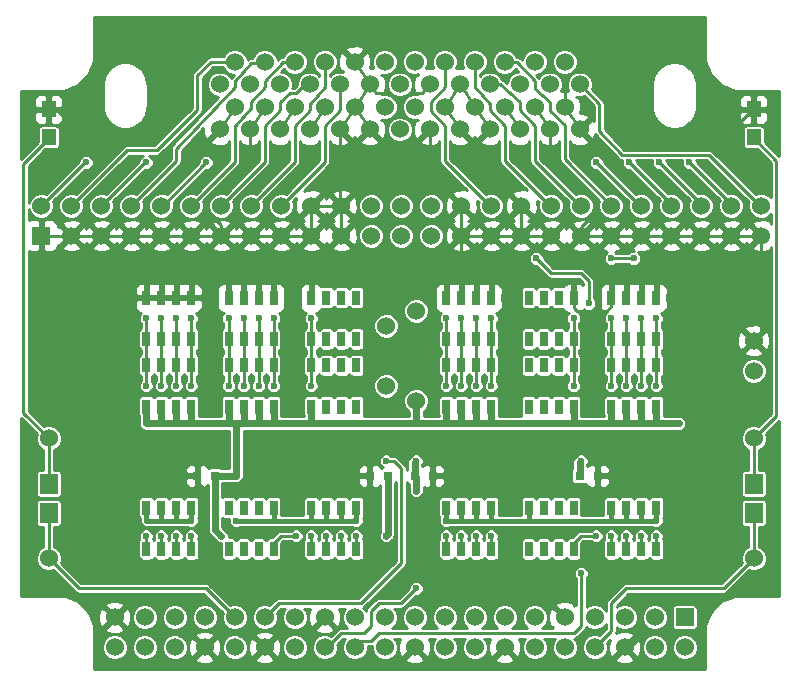
<source format=gbl>
%TF.GenerationSoftware,KiCad,Pcbnew,4.0.7*%
%TF.CreationDate,2017-10-24T10:16:06+09:00*%
%TF.ProjectId,RaSCSI,5261534353492E6B696361645F706362,rev?*%
%TF.FileFunction,Copper,L2,Bot,Signal*%
%FSLAX46Y46*%
G04 Gerber Fmt 4.6, Leading zero omitted, Abs format (unit mm)*
G04 Created by KiCad (PCBNEW 4.0.7) date 10/24/17 10:16:06*
%MOMM*%
%LPD*%
G01*
G04 APERTURE LIST*
%ADD10C,0.100000*%
%ADD11C,1.524000*%
%ADD12R,0.650000X1.300000*%
%ADD13R,1.524000X1.524000*%
%ADD14R,0.800000X0.750000*%
%ADD15R,1.200000X1.370000*%
%ADD16R,1.524000X1.700000*%
%ADD17C,0.600000*%
%ADD18C,0.250000*%
%ADD19C,0.400000*%
%ADD20C,0.600000*%
%ADD21C,0.254000*%
G04 APERTURE END LIST*
D10*
D11*
X137030000Y-71000000D03*
X138300000Y-72910000D03*
X139570000Y-71000000D03*
X140840000Y-72910000D03*
X142110000Y-71000000D03*
X143380000Y-72910000D03*
X144650000Y-71000000D03*
X145920000Y-72910000D03*
X147190000Y-71000000D03*
X148460000Y-72910000D03*
X149730000Y-71000000D03*
X151000000Y-72910000D03*
X152270000Y-71000000D03*
X153540000Y-72910000D03*
X135760000Y-72910000D03*
X154810000Y-71000000D03*
X156080000Y-72910000D03*
X157350000Y-71000000D03*
X158620000Y-72910000D03*
X159890000Y-71000000D03*
X161160000Y-72910000D03*
X162430000Y-71000000D03*
X163700000Y-72910000D03*
X164970000Y-71000000D03*
X166240000Y-72910000D03*
X135760000Y-69090000D03*
X137030000Y-67180000D03*
X138300000Y-69090000D03*
X139570000Y-67180000D03*
X140840000Y-69090000D03*
X142110000Y-67180000D03*
X143380000Y-69090000D03*
X144650000Y-67180000D03*
X145920000Y-69090000D03*
X147190000Y-67180000D03*
X148460000Y-69090000D03*
X149730000Y-67180000D03*
X151000000Y-69090000D03*
X152270000Y-67180000D03*
X153540000Y-69090000D03*
X154810000Y-67180000D03*
X156080000Y-69090000D03*
X157350000Y-67180000D03*
X158620000Y-69090000D03*
X159890000Y-67180000D03*
X161160000Y-69090000D03*
X162430000Y-67180000D03*
X163700000Y-69090000D03*
X164970000Y-67180000D03*
X166240000Y-69090000D03*
D12*
X133350000Y-104930000D03*
X132080000Y-104930000D03*
X130810000Y-104930000D03*
X129540000Y-104930000D03*
X133350000Y-108430000D03*
X132080000Y-108430000D03*
X130810000Y-108430000D03*
X129540000Y-108430000D03*
D11*
X152400000Y-95885000D03*
X152400000Y-88265000D03*
X180975000Y-109220000D03*
X180975000Y-99060000D03*
D13*
X175130000Y-114210000D03*
D11*
X175130000Y-116750000D03*
X172590000Y-114210000D03*
X172590000Y-116750000D03*
X170050000Y-114210000D03*
X170050000Y-116750000D03*
X167510000Y-114210000D03*
X167510000Y-116750000D03*
X164970000Y-114210000D03*
X164970000Y-116750000D03*
X162430000Y-114210000D03*
X162430000Y-116750000D03*
X159890000Y-114210000D03*
X159890000Y-116750000D03*
X157350000Y-114210000D03*
X157350000Y-116750000D03*
X154810000Y-114210000D03*
X154810000Y-116750000D03*
X152270000Y-114210000D03*
X152270000Y-116750000D03*
X149730000Y-114210000D03*
X149730000Y-116750000D03*
X147190000Y-114210000D03*
X147190000Y-116750000D03*
X144650000Y-114210000D03*
X144650000Y-116750000D03*
X142110000Y-114210000D03*
X142110000Y-116750000D03*
X139570000Y-114210000D03*
X139570000Y-116750000D03*
X137030000Y-114210000D03*
X137030000Y-116750000D03*
X134490000Y-114210000D03*
X134490000Y-116750000D03*
X131950000Y-114210000D03*
X131950000Y-116750000D03*
X129410000Y-114210000D03*
X129410000Y-116750000D03*
X126870000Y-114210000D03*
X126870000Y-116750000D03*
D14*
X166255000Y-102235000D03*
X167755000Y-102235000D03*
X152285000Y-102235000D03*
X153785000Y-102235000D03*
X149975000Y-102235000D03*
X148475000Y-102235000D03*
X135370000Y-102235000D03*
X133870000Y-102235000D03*
D11*
X180975000Y-93345000D03*
X180975000Y-90805000D03*
X149860000Y-94615000D03*
X149860000Y-89535000D03*
X121285000Y-109220000D03*
X121285000Y-99060000D03*
D15*
X180975000Y-73575000D03*
X180975000Y-71205000D03*
X121285000Y-73575000D03*
X121285000Y-71205000D03*
D12*
X140335000Y-104930000D03*
X139065000Y-104930000D03*
X137795000Y-104930000D03*
X136525000Y-104930000D03*
X140335000Y-108430000D03*
X139065000Y-108430000D03*
X137795000Y-108430000D03*
X136525000Y-108430000D03*
X147320000Y-104930000D03*
X146050000Y-104930000D03*
X144780000Y-104930000D03*
X143510000Y-104930000D03*
X147320000Y-108430000D03*
X146050000Y-108430000D03*
X144780000Y-108430000D03*
X143510000Y-108430000D03*
X172720000Y-104930000D03*
X171450000Y-104930000D03*
X170180000Y-104930000D03*
X168910000Y-104930000D03*
X172720000Y-108430000D03*
X171450000Y-108430000D03*
X170180000Y-108430000D03*
X168910000Y-108430000D03*
X165735000Y-104930000D03*
X164465000Y-104930000D03*
X163195000Y-104930000D03*
X161925000Y-104930000D03*
X165735000Y-108430000D03*
X164465000Y-108430000D03*
X163195000Y-108430000D03*
X161925000Y-108430000D03*
X136525000Y-96365000D03*
X137795000Y-96365000D03*
X139065000Y-96365000D03*
X140335000Y-96365000D03*
X136525000Y-92865000D03*
X137795000Y-92865000D03*
X139065000Y-92865000D03*
X140335000Y-92865000D03*
X143510000Y-90650000D03*
X144780000Y-90650000D03*
X146050000Y-90650000D03*
X147320000Y-90650000D03*
X143510000Y-87150000D03*
X144780000Y-87150000D03*
X146050000Y-87150000D03*
X147320000Y-87150000D03*
X129540000Y-96365000D03*
X130810000Y-96365000D03*
X132080000Y-96365000D03*
X133350000Y-96365000D03*
X129540000Y-92865000D03*
X130810000Y-92865000D03*
X132080000Y-92865000D03*
X133350000Y-92865000D03*
X136525000Y-90650000D03*
X137795000Y-90650000D03*
X139065000Y-90650000D03*
X140335000Y-90650000D03*
X136525000Y-87150000D03*
X137795000Y-87150000D03*
X139065000Y-87150000D03*
X140335000Y-87150000D03*
X172720000Y-92865000D03*
X171450000Y-92865000D03*
X170180000Y-92865000D03*
X168910000Y-92865000D03*
X172720000Y-96365000D03*
X171450000Y-96365000D03*
X170180000Y-96365000D03*
X168910000Y-96365000D03*
X172720000Y-87150000D03*
X171450000Y-87150000D03*
X170180000Y-87150000D03*
X168910000Y-87150000D03*
X172720000Y-90650000D03*
X171450000Y-90650000D03*
X170180000Y-90650000D03*
X168910000Y-90650000D03*
X165735000Y-92865000D03*
X164465000Y-92865000D03*
X163195000Y-92865000D03*
X161925000Y-92865000D03*
X165735000Y-96365000D03*
X164465000Y-96365000D03*
X163195000Y-96365000D03*
X161925000Y-96365000D03*
X165735000Y-87150000D03*
X164465000Y-87150000D03*
X163195000Y-87150000D03*
X161925000Y-87150000D03*
X165735000Y-90650000D03*
X164465000Y-90650000D03*
X163195000Y-90650000D03*
X161925000Y-90650000D03*
X158750000Y-92865000D03*
X157480000Y-92865000D03*
X156210000Y-92865000D03*
X154940000Y-92865000D03*
X158750000Y-96365000D03*
X157480000Y-96365000D03*
X156210000Y-96365000D03*
X154940000Y-96365000D03*
X158750000Y-87150000D03*
X157480000Y-87150000D03*
X156210000Y-87150000D03*
X154940000Y-87150000D03*
X158750000Y-90650000D03*
X157480000Y-90650000D03*
X156210000Y-90650000D03*
X154940000Y-90650000D03*
X158750000Y-104930000D03*
X157480000Y-104930000D03*
X156210000Y-104930000D03*
X154940000Y-104930000D03*
X158750000Y-108430000D03*
X157480000Y-108430000D03*
X156210000Y-108430000D03*
X154940000Y-108430000D03*
X143510000Y-96365000D03*
X144780000Y-96365000D03*
X146050000Y-96365000D03*
X147320000Y-96365000D03*
X143510000Y-92865000D03*
X144780000Y-92865000D03*
X146050000Y-92865000D03*
X147320000Y-92865000D03*
X129540000Y-90650000D03*
X130810000Y-90650000D03*
X132080000Y-90650000D03*
X133350000Y-90650000D03*
X129540000Y-87150000D03*
X130810000Y-87150000D03*
X132080000Y-87150000D03*
X133350000Y-87150000D03*
D16*
X180975000Y-102908000D03*
X180975000Y-105372000D03*
X121285000Y-102908000D03*
X121285000Y-105372000D03*
D13*
X120650000Y-81915000D03*
D11*
X120650000Y-79375000D03*
X123190000Y-81915000D03*
X123190000Y-79375000D03*
X125730000Y-81915000D03*
X125730000Y-79375000D03*
X128270000Y-81915000D03*
X128270000Y-79375000D03*
X130810000Y-81915000D03*
X130810000Y-79375000D03*
X133350000Y-81915000D03*
X133350000Y-79375000D03*
X135890000Y-81915000D03*
X135890000Y-79375000D03*
X138430000Y-81915000D03*
X138430000Y-79375000D03*
X140970000Y-81915000D03*
X140970000Y-79375000D03*
X143510000Y-81915000D03*
X143510000Y-79375000D03*
X146050000Y-81915000D03*
X146050000Y-79375000D03*
X148590000Y-81915000D03*
X148590000Y-79375000D03*
X151130000Y-81915000D03*
X151130000Y-79375000D03*
X153670000Y-81915000D03*
X153670000Y-79375000D03*
X156210000Y-81915000D03*
X156210000Y-79375000D03*
X158750000Y-81915000D03*
X158750000Y-79375000D03*
X161290000Y-81915000D03*
X161290000Y-79375000D03*
X163830000Y-81915000D03*
X163830000Y-79375000D03*
X166370000Y-81915000D03*
X166370000Y-79375000D03*
X168910000Y-81915000D03*
X168910000Y-79375000D03*
X171450000Y-81915000D03*
X171450000Y-79375000D03*
X173990000Y-81915000D03*
X173990000Y-79375000D03*
X176530000Y-81915000D03*
X176530000Y-79375000D03*
X179070000Y-81915000D03*
X179070000Y-79375000D03*
X181610000Y-81915000D03*
X181610000Y-79375000D03*
D17*
X181102000Y-111252000D03*
X163830000Y-65405000D03*
X166370000Y-83820000D03*
X163830000Y-83820000D03*
X161290000Y-83820000D03*
X156210000Y-83820000D03*
X158750000Y-83820000D03*
X163830000Y-110490000D03*
X160020000Y-102235000D03*
X163830000Y-118110000D03*
X154940000Y-100965000D03*
X153670000Y-104775000D03*
X148590000Y-104775000D03*
X153670000Y-107315000D03*
X122936000Y-75692000D03*
X163830000Y-102235000D03*
X162560000Y-102235000D03*
X161290000Y-102235000D03*
X162560000Y-100965000D03*
X163830000Y-100965000D03*
X161290000Y-100965000D03*
X140970000Y-102235000D03*
X139700000Y-102235000D03*
X138430000Y-102235000D03*
X142240000Y-100965000D03*
X140970000Y-100965000D03*
X139700000Y-100965000D03*
X138430000Y-100965000D03*
X167640000Y-100965000D03*
X148590000Y-107315000D03*
X153670000Y-100965000D03*
X177800000Y-100965000D03*
X176530000Y-100965000D03*
X175260000Y-100965000D03*
X175260000Y-107315000D03*
X176530000Y-107315000D03*
X177800000Y-107315000D03*
X173990000Y-107315000D03*
X129540000Y-100965000D03*
X128270000Y-100965000D03*
X128270000Y-107315000D03*
X127000000Y-107315000D03*
X127000000Y-100965000D03*
X125730000Y-100965000D03*
X125730000Y-107315000D03*
X124460000Y-107315000D03*
X124460000Y-100965000D03*
X134620000Y-107315000D03*
X120650000Y-83820000D03*
X146050000Y-83820000D03*
X143510000Y-83820000D03*
X140970000Y-83820000D03*
X138430000Y-83820000D03*
X135890000Y-83820000D03*
X133350000Y-83820000D03*
X130810000Y-83820000D03*
X128270000Y-83820000D03*
X125730000Y-83820000D03*
X123190000Y-83820000D03*
X173990000Y-83820000D03*
X176530000Y-83820000D03*
X179070000Y-83820000D03*
X181610000Y-83820000D03*
X179324000Y-75565000D03*
X124460000Y-75692000D03*
X129540000Y-88900000D03*
X129540000Y-94615000D03*
X130810000Y-88900000D03*
X130810000Y-94615000D03*
X129540000Y-75692000D03*
X132080000Y-88900000D03*
X132080000Y-94615000D03*
X133350000Y-88900000D03*
X133350000Y-94615000D03*
X134620000Y-75692000D03*
X136525000Y-88900000D03*
X136525000Y-94615000D03*
X137795000Y-88900000D03*
X137795000Y-94615000D03*
X139065000Y-88900000D03*
X139065000Y-94615000D03*
X140335000Y-88900000D03*
X140335000Y-94615000D03*
X143510000Y-88900000D03*
X143510000Y-94615000D03*
X154940000Y-88900000D03*
X154940000Y-94615000D03*
X165735000Y-88900000D03*
X167005000Y-87630000D03*
X162560000Y-83820000D03*
X165735000Y-94615000D03*
X156210000Y-88900000D03*
X156210000Y-94615000D03*
X157480000Y-88900000D03*
X157480000Y-94615000D03*
X167640000Y-75692000D03*
X168910000Y-88900000D03*
X168910000Y-94615000D03*
X170434000Y-75692000D03*
X170815000Y-83820000D03*
X168910000Y-83820000D03*
X158750000Y-88900000D03*
X158750000Y-94615000D03*
X172974000Y-75692000D03*
X170180000Y-88900000D03*
X170180000Y-94615000D03*
X175514000Y-75692000D03*
X171450000Y-88900000D03*
X171450000Y-94615000D03*
X172720000Y-88900000D03*
X172720000Y-94615000D03*
X172720000Y-106045000D03*
X147320000Y-106045000D03*
X154940000Y-106045000D03*
X137160000Y-106045000D03*
X133350000Y-106045000D03*
X166370000Y-97790000D03*
X174625000Y-97790000D03*
X152400000Y-97790000D03*
X149975000Y-103505000D03*
X152400000Y-103505000D03*
X166370000Y-100965000D03*
X149860000Y-107315000D03*
X152400000Y-100965000D03*
X135890000Y-107315000D03*
X142240000Y-107315000D03*
X143510000Y-107315000D03*
X146050000Y-107315000D03*
X147320000Y-107315000D03*
X158750000Y-107315000D03*
X171450000Y-107315000D03*
X168910000Y-107315000D03*
X170180000Y-107315000D03*
X129540000Y-107315000D03*
X172720000Y-107315000D03*
X130810000Y-107315000D03*
X132080000Y-107315000D03*
X133350000Y-107315000D03*
X154940000Y-107315000D03*
X144780000Y-107315000D03*
X167640000Y-107315000D03*
X157480000Y-107315000D03*
X156210000Y-107315000D03*
X166370000Y-110490000D03*
X152400000Y-111760000D03*
X149860000Y-100965000D03*
D18*
X170050000Y-116750000D02*
X170524000Y-116750000D01*
X170524000Y-116750000D02*
X171704000Y-115570000D01*
X180594000Y-111252000D02*
X181102000Y-111252000D01*
X179578000Y-112268000D02*
X180594000Y-111252000D01*
X175006000Y-112268000D02*
X179578000Y-112268000D01*
X173990000Y-113284000D02*
X175006000Y-112268000D01*
X173990000Y-114808000D02*
X173990000Y-113284000D01*
X173228000Y-115570000D02*
X173990000Y-114808000D01*
X171704000Y-115570000D02*
X173228000Y-115570000D01*
X164970000Y-71000000D02*
X164973000Y-70997000D01*
X164973000Y-70997000D02*
X164973000Y-68834000D01*
X164973000Y-68834000D02*
X163830000Y-67564000D01*
X163830000Y-67564000D02*
X163830000Y-65405000D01*
X137030000Y-71000000D02*
X135760000Y-72910000D01*
X156080000Y-69090000D02*
X154810000Y-71000000D01*
X154810000Y-71000000D02*
X156080000Y-72910000D01*
X157350000Y-71000000D02*
X158620000Y-72910000D01*
X156080000Y-69090000D02*
X157350000Y-71000000D01*
X164970000Y-71000000D02*
X166240000Y-72910000D01*
X159890000Y-71000000D02*
X161160000Y-72910000D01*
X144650000Y-71000000D02*
X143380000Y-72910000D01*
X142110000Y-71000000D02*
X140840000Y-72910000D01*
X163830000Y-83820000D02*
X166370000Y-83820000D01*
X161290000Y-83820000D02*
X158750000Y-83820000D01*
X156210000Y-83820000D02*
X158750000Y-83820000D01*
X163700000Y-72910000D02*
X163700000Y-75054000D01*
X164970000Y-114210000D02*
X163830000Y-113070000D01*
X163830000Y-113070000D02*
X163830000Y-110490000D01*
X154940000Y-100965000D02*
X154940000Y-102235000D01*
X177800000Y-102235000D02*
X179070000Y-102235000D01*
X179070000Y-92710000D02*
X180975000Y-90805000D01*
X179070000Y-102235000D02*
X179070000Y-92710000D01*
X180975000Y-90805000D02*
X181610000Y-90170000D01*
X181610000Y-90170000D02*
X181610000Y-81915000D01*
X148590000Y-104775000D02*
X148475000Y-104775000D01*
X148475000Y-104775000D02*
X148590000Y-104775000D01*
X148590000Y-104775000D02*
X148475000Y-104775000D01*
X153670000Y-107315000D02*
X153670000Y-104775000D01*
X153670000Y-104775000D02*
X153670000Y-102350000D01*
X153670000Y-102350000D02*
X153785000Y-102235000D01*
X130810000Y-87400000D02*
X130810000Y-85725000D01*
X132080000Y-87400000D02*
X132080000Y-85725000D01*
X133350000Y-87400000D02*
X133350000Y-85725000D01*
X136525000Y-87400000D02*
X136525000Y-85725000D01*
X137795000Y-87400000D02*
X137795000Y-85725000D01*
X139065000Y-87400000D02*
X139065000Y-85725000D01*
X140335000Y-87400000D02*
X140335000Y-85725000D01*
X143510000Y-87400000D02*
X143510000Y-85725000D01*
X170180000Y-85725000D02*
X170180000Y-87400000D01*
X171450000Y-87400000D02*
X171450000Y-85725000D01*
X168910000Y-87400000D02*
X168910000Y-85725000D01*
X172720000Y-85725000D02*
X172720000Y-87400000D01*
X168910000Y-85725000D02*
X170180000Y-85725000D01*
X170180000Y-85725000D02*
X171450000Y-85725000D01*
X171450000Y-85725000D02*
X172720000Y-85725000D01*
X165735000Y-87400000D02*
X165735000Y-88011000D01*
X168910000Y-87884000D02*
X168910000Y-87400000D01*
X168529000Y-88265000D02*
X168910000Y-87884000D01*
X165989000Y-88265000D02*
X168529000Y-88265000D01*
X165735000Y-88011000D02*
X165989000Y-88265000D01*
X158750000Y-85725000D02*
X165735000Y-85725000D01*
X165735000Y-85725000D02*
X165735000Y-87400000D01*
X154940000Y-87400000D02*
X154940000Y-85725000D01*
X157480000Y-87400000D02*
X157480000Y-85725000D01*
X158750000Y-87400000D02*
X158750000Y-85725000D01*
X158750000Y-85725000D02*
X157480000Y-85725000D01*
X157480000Y-85725000D02*
X156210000Y-85725000D01*
X156210000Y-85725000D02*
X154940000Y-85725000D01*
X154940000Y-85725000D02*
X143510000Y-85725000D01*
X143510000Y-85725000D02*
X140335000Y-85725000D01*
X140335000Y-85725000D02*
X139065000Y-85725000D01*
X139065000Y-85725000D02*
X137795000Y-85725000D01*
X137795000Y-85725000D02*
X136525000Y-85725000D01*
X136525000Y-85725000D02*
X133350000Y-85725000D01*
X133350000Y-85725000D02*
X132080000Y-85725000D01*
X132080000Y-85725000D02*
X130810000Y-85725000D01*
X130810000Y-85725000D02*
X129540000Y-85725000D01*
X129540000Y-85725000D02*
X129540000Y-87400000D01*
X180975000Y-71120000D02*
X179324000Y-72771000D01*
X179324000Y-72771000D02*
X179324000Y-75565000D01*
X121285000Y-71120000D02*
X121793000Y-71120000D01*
X121793000Y-71120000D02*
X122936000Y-72263000D01*
X122936000Y-72263000D02*
X122936000Y-75692000D01*
X138300000Y-72910000D02*
X138300000Y-75187000D01*
X156210000Y-79375000D02*
X153540000Y-76705000D01*
X153540000Y-76705000D02*
X153540000Y-72910000D01*
X179070000Y-81915000D02*
X181610000Y-81915000D01*
X176530000Y-81915000D02*
X179070000Y-81915000D01*
X173990000Y-81915000D02*
X176530000Y-81915000D01*
X171450000Y-81915000D02*
X173990000Y-81915000D01*
X168910000Y-81915000D02*
X171450000Y-81915000D01*
X161290000Y-81915000D02*
X163830000Y-81915000D01*
X161290000Y-81915000D02*
X161290000Y-79375000D01*
X158750000Y-81915000D02*
X161290000Y-81915000D01*
X156210000Y-81915000D02*
X158750000Y-81915000D01*
X156210000Y-81915000D02*
X156210000Y-83820000D01*
X156210000Y-83820000D02*
X156210000Y-85725000D01*
X156210000Y-85725000D02*
X156210000Y-87400000D01*
X156210000Y-79375000D02*
X156210000Y-81915000D01*
X145920000Y-72910000D02*
X145920000Y-79245000D01*
X148460000Y-69090000D02*
X148971000Y-69850000D01*
X152908000Y-69850000D02*
X153540000Y-69090000D01*
X151934333Y-69850000D02*
X152908000Y-69850000D01*
X151426333Y-70231000D02*
X151934333Y-69850000D01*
X150622000Y-70231000D02*
X151426333Y-70231000D01*
X150114000Y-69850000D02*
X150622000Y-70231000D01*
X148971000Y-69850000D02*
X150114000Y-69850000D01*
X162430000Y-71000000D02*
X163700000Y-72910000D01*
X147190000Y-71000000D02*
X148460000Y-72910000D01*
X148460000Y-69090000D02*
X147190000Y-71000000D01*
X147190000Y-67180000D02*
X148460000Y-69090000D01*
X147190000Y-71000000D02*
X145920000Y-72910000D01*
X139570000Y-71000000D02*
X138300000Y-72910000D01*
X159890000Y-116750000D02*
X159930000Y-116750000D01*
X159930000Y-116750000D02*
X161290000Y-118110000D01*
X168690000Y-118110000D02*
X170050000Y-116750000D01*
X161290000Y-118110000D02*
X163195000Y-118110000D01*
X163195000Y-118110000D02*
X163830000Y-118110000D01*
X163830000Y-118110000D02*
X168690000Y-118110000D01*
X152270000Y-116750000D02*
X152310000Y-116750000D01*
X152310000Y-116750000D02*
X153670000Y-118110000D01*
X153670000Y-118110000D02*
X158530000Y-118110000D01*
X158530000Y-118110000D02*
X159890000Y-116750000D01*
X134490000Y-116750000D02*
X134490000Y-116710000D01*
X134490000Y-116710000D02*
X133350000Y-115570000D01*
X128230000Y-115570000D02*
X126870000Y-114210000D01*
X133350000Y-115570000D02*
X128230000Y-115570000D01*
X139570000Y-116750000D02*
X139570000Y-116710000D01*
X139570000Y-116710000D02*
X138430000Y-115570000D01*
X135670000Y-115570000D02*
X134490000Y-116750000D01*
X138430000Y-115570000D02*
X135670000Y-115570000D01*
X144650000Y-114210000D02*
X144650000Y-114430000D01*
X144650000Y-114430000D02*
X143510000Y-115570000D01*
X143510000Y-115570000D02*
X140750000Y-115570000D01*
X140750000Y-115570000D02*
X139570000Y-116750000D01*
X162560000Y-100965000D02*
X162560000Y-102235000D01*
X161290000Y-102235000D02*
X162560000Y-102235000D01*
X162560000Y-102235000D02*
X163830000Y-102235000D01*
X163830000Y-102235000D02*
X163830000Y-100965000D01*
X161290000Y-102235000D02*
X160020000Y-102235000D01*
X160020000Y-102235000D02*
X154940000Y-102235000D01*
X154940000Y-102235000D02*
X153785000Y-102235000D01*
X161290000Y-100965000D02*
X161290000Y-102235000D01*
X142240000Y-100965000D02*
X142240000Y-102235000D01*
X140970000Y-100965000D02*
X140970000Y-102235000D01*
X139700000Y-100965000D02*
X139700000Y-102235000D01*
X138430000Y-102235000D02*
X139700000Y-102235000D01*
X139700000Y-102235000D02*
X140970000Y-102235000D01*
X142240000Y-102235000D02*
X148475000Y-102235000D01*
X140970000Y-102235000D02*
X142240000Y-102235000D01*
X138430000Y-102235000D02*
X138430000Y-100965000D01*
X167755000Y-101080000D02*
X167755000Y-102235000D01*
X167640000Y-100965000D02*
X167755000Y-101080000D01*
X148475000Y-107200000D02*
X148475000Y-104775000D01*
X148475000Y-104775000D02*
X148475000Y-102235000D01*
X148590000Y-107315000D02*
X148475000Y-107200000D01*
X153670000Y-100965000D02*
X153785000Y-101080000D01*
X153785000Y-101080000D02*
X153785000Y-102235000D01*
X177800000Y-100965000D02*
X177800000Y-102235000D01*
X176530000Y-102235000D02*
X176530000Y-100965000D01*
X175260000Y-100965000D02*
X175260000Y-102235000D01*
X175260000Y-102235000D02*
X175260000Y-107315000D01*
X176530000Y-107315000D02*
X176530000Y-102235000D01*
X173990000Y-102235000D02*
X175260000Y-102235000D01*
X175260000Y-102235000D02*
X176530000Y-102235000D01*
X176530000Y-102235000D02*
X177800000Y-102235000D01*
X177800000Y-102235000D02*
X177800000Y-107315000D01*
X173990000Y-102235000D02*
X167755000Y-102235000D01*
X173990000Y-107315000D02*
X173990000Y-102235000D01*
X129540000Y-100965000D02*
X129540000Y-102235000D01*
X128270000Y-102235000D02*
X128270000Y-100965000D01*
X128270000Y-107315000D02*
X128270000Y-102235000D01*
X127000000Y-102235000D02*
X127000000Y-107315000D01*
X127000000Y-100965000D02*
X127000000Y-102235000D01*
X125730000Y-102235000D02*
X125730000Y-100965000D01*
X125730000Y-107315000D02*
X125730000Y-102235000D01*
X124460000Y-102235000D02*
X124460000Y-107315000D01*
X124460000Y-102235000D02*
X125730000Y-102235000D01*
X125730000Y-102235000D02*
X127000000Y-102235000D01*
X127000000Y-102235000D02*
X128270000Y-102235000D01*
X128270000Y-102235000D02*
X129540000Y-102235000D01*
X129540000Y-102235000D02*
X133870000Y-102235000D01*
X124460000Y-100965000D02*
X124460000Y-102235000D01*
X133870000Y-102235000D02*
X133870000Y-102755000D01*
X134620000Y-103505000D02*
X134620000Y-107315000D01*
X133870000Y-102755000D02*
X134620000Y-103505000D01*
X123190000Y-83820000D02*
X120650000Y-83820000D01*
X143510000Y-83820000D02*
X140970000Y-83820000D01*
X146050000Y-83820000D02*
X143510000Y-83820000D01*
X140970000Y-83820000D02*
X138430000Y-83820000D01*
X138430000Y-83820000D02*
X135890000Y-83820000D01*
X135890000Y-83820000D02*
X133350000Y-83820000D01*
X133350000Y-83820000D02*
X130810000Y-83820000D01*
X130810000Y-83820000D02*
X128270000Y-83820000D01*
X128270000Y-83820000D02*
X125730000Y-83820000D01*
X123190000Y-83820000D02*
X125730000Y-83820000D01*
X120650000Y-81915000D02*
X123190000Y-81915000D01*
X138300000Y-75187000D02*
X134620000Y-78867000D01*
X134620000Y-78867000D02*
X134620000Y-79756000D01*
X134620000Y-79756000D02*
X135890000Y-81026000D01*
X135890000Y-81026000D02*
X135890000Y-81915000D01*
X146050000Y-81915000D02*
X146050000Y-79375000D01*
X140970000Y-81915000D02*
X143510000Y-81915000D01*
X138430000Y-81915000D02*
X140970000Y-81915000D01*
X135890000Y-81915000D02*
X138430000Y-81915000D01*
X133350000Y-81915000D02*
X135890000Y-81915000D01*
X130810000Y-81915000D02*
X133350000Y-81915000D01*
X128270000Y-81915000D02*
X130810000Y-81915000D01*
X125730000Y-81915000D02*
X128270000Y-81915000D01*
X123190000Y-81915000D02*
X125730000Y-81915000D01*
X143510000Y-79375000D02*
X143510000Y-81915000D01*
X146050000Y-79375000D02*
X143510000Y-79375000D01*
X145920000Y-79245000D02*
X146050000Y-79375000D01*
X167513000Y-80010000D02*
X166370000Y-81153000D01*
X167513000Y-78867000D02*
X167513000Y-80010000D01*
X163700000Y-75054000D02*
X167513000Y-78867000D01*
X166370000Y-81153000D02*
X166370000Y-81915000D01*
X166370000Y-81915000D02*
X168910000Y-81915000D01*
X176530000Y-83820000D02*
X173990000Y-83820000D01*
X179070000Y-83820000D02*
X176530000Y-83820000D01*
X179070000Y-83820000D02*
X181610000Y-83820000D01*
X120650000Y-79375000D02*
X124333000Y-75692000D01*
X124333000Y-75692000D02*
X124460000Y-75692000D01*
X129540000Y-90400000D02*
X129540000Y-88900000D01*
X129540000Y-94615000D02*
X129540000Y-93115000D01*
X129540000Y-93115000D02*
X129540000Y-90400000D01*
X130429000Y-74676000D02*
X127889000Y-74676000D01*
X127889000Y-74676000D02*
X126873000Y-75692000D01*
X137030000Y-67180000D02*
X135004000Y-67180000D01*
X133858000Y-68326000D02*
X133858000Y-71247000D01*
X135004000Y-67180000D02*
X133858000Y-68326000D01*
X123190000Y-79375000D02*
X126873000Y-75692000D01*
X130429000Y-74676000D02*
X133858000Y-71247000D01*
X130810000Y-90400000D02*
X130810000Y-88900000D01*
X130810000Y-90400000D02*
X130810000Y-93115000D01*
X130810000Y-93115000D02*
X130810000Y-94615000D01*
X125730000Y-79375000D02*
X129413000Y-75692000D01*
X129413000Y-75692000D02*
X129540000Y-75692000D01*
X132080000Y-88900000D02*
X132080000Y-90400000D01*
X132080000Y-90400000D02*
X132080000Y-93115000D01*
X132080000Y-93115000D02*
X132080000Y-94615000D01*
X128270000Y-79375000D02*
X132080000Y-75565000D01*
X138430000Y-67310000D02*
X139440000Y-67310000D01*
X137033000Y-68834000D02*
X138430000Y-67310000D01*
X137033000Y-69342000D02*
X137033000Y-68834000D01*
X132080000Y-74549000D02*
X137033000Y-69342000D01*
X132080000Y-75565000D02*
X132080000Y-74549000D01*
X139440000Y-67310000D02*
X139570000Y-67180000D01*
X133350000Y-90400000D02*
X133350000Y-88900000D01*
X133350000Y-93115000D02*
X133350000Y-90400000D01*
X133350000Y-94615000D02*
X133350000Y-93115000D01*
X130937000Y-79375000D02*
X134620000Y-75692000D01*
X130810000Y-79375000D02*
X130937000Y-79375000D01*
X136525000Y-88900000D02*
X136525000Y-90400000D01*
X136525000Y-94615000D02*
X136525000Y-93115000D01*
X136525000Y-93115000D02*
X136525000Y-90400000D01*
X133350000Y-79375000D02*
X133477000Y-79248000D01*
X133477000Y-79248000D02*
X137033000Y-75692000D01*
X137033000Y-75692000D02*
X137033000Y-72644000D01*
X133350000Y-79375000D02*
X133350000Y-78740000D01*
X141100000Y-67180000D02*
X142110000Y-67180000D01*
X139573000Y-68834000D02*
X141100000Y-67180000D01*
X139573000Y-69342000D02*
X139573000Y-68834000D01*
X138430000Y-70612000D02*
X139573000Y-69342000D01*
X138430000Y-71120000D02*
X138430000Y-70612000D01*
X137033000Y-72644000D02*
X138430000Y-71120000D01*
X137795000Y-90400000D02*
X137795000Y-88900000D01*
X137795000Y-90400000D02*
X137795000Y-93115000D01*
X137795000Y-93115000D02*
X137795000Y-94615000D01*
X139573000Y-72644000D02*
X140840000Y-71250000D01*
X139573000Y-75692000D02*
X139573000Y-72644000D01*
X135890000Y-79375000D02*
X139573000Y-75692000D01*
X142240000Y-69850000D02*
X143000000Y-69090000D01*
X141732000Y-69850000D02*
X142240000Y-69850000D01*
X140843000Y-70612000D02*
X141732000Y-69850000D01*
X140840000Y-71250000D02*
X140843000Y-70612000D01*
X143000000Y-69090000D02*
X143380000Y-69090000D01*
X139065000Y-88900000D02*
X139065000Y-90400000D01*
X139065000Y-93115000D02*
X139065000Y-90400000D01*
X139065000Y-94615000D02*
X139065000Y-93115000D01*
X142113000Y-72644000D02*
X142113000Y-75692000D01*
X143383000Y-71247000D02*
X142113000Y-72644000D01*
X144650000Y-67180000D02*
X144650000Y-69345000D01*
X142113000Y-75692000D02*
X138430000Y-79375000D01*
X143383000Y-70739000D02*
X143383000Y-71247000D01*
X144650000Y-69345000D02*
X143383000Y-70739000D01*
X140335000Y-90400000D02*
X140335000Y-88900000D01*
X140335000Y-93115000D02*
X140335000Y-94615000D01*
X140335000Y-90400000D02*
X140335000Y-93115000D01*
X144653000Y-72644000D02*
X144653000Y-75692000D01*
X145920000Y-71250000D02*
X144653000Y-72644000D01*
X145920000Y-69090000D02*
X145920000Y-71250000D01*
X144653000Y-75692000D02*
X140970000Y-79375000D01*
X143510000Y-88900000D02*
X143510000Y-90400000D01*
X143510000Y-93115000D02*
X143510000Y-90400000D01*
X143510000Y-94615000D02*
X143510000Y-93115000D01*
X154810000Y-67180000D02*
X154813000Y-69342000D01*
X154813000Y-75565000D02*
X158623000Y-79375000D01*
X154813000Y-72644000D02*
X154813000Y-75565000D01*
X153670000Y-71374000D02*
X154813000Y-72644000D01*
X153670000Y-70612000D02*
X153670000Y-71374000D01*
X154813000Y-69342000D02*
X153670000Y-70612000D01*
X158623000Y-79375000D02*
X158750000Y-79375000D01*
X154940000Y-90400000D02*
X154940000Y-88900000D01*
X154940000Y-94615000D02*
X154940000Y-93115000D01*
X154940000Y-93115000D02*
X154940000Y-90400000D01*
X162560000Y-83820000D02*
X163830000Y-85090000D01*
X163830000Y-85090000D02*
X166370000Y-85090000D01*
X163830000Y-79375000D02*
X163703000Y-79375000D01*
X163703000Y-79375000D02*
X159893000Y-75565000D01*
X159893000Y-72644000D02*
X158623000Y-71247000D01*
X159893000Y-75565000D02*
X159893000Y-72644000D01*
X157353000Y-69342000D02*
X157350000Y-67180000D01*
X158623000Y-70739000D02*
X157353000Y-69342000D01*
X158623000Y-71247000D02*
X158623000Y-70739000D01*
X165735000Y-90400000D02*
X165735000Y-88900000D01*
X167005000Y-87630000D02*
X167005000Y-85725000D01*
X167005000Y-85725000D02*
X166370000Y-85090000D01*
X165735000Y-93115000D02*
X165735000Y-90400000D01*
X165735000Y-94615000D02*
X165735000Y-93115000D01*
X166370000Y-79375000D02*
X166243000Y-79375000D01*
X166243000Y-79375000D02*
X162433000Y-75565000D01*
X159514000Y-69090000D02*
X158620000Y-69090000D01*
X161163000Y-70612000D02*
X159514000Y-69090000D01*
X161163000Y-71247000D02*
X161163000Y-70612000D01*
X162433000Y-72644000D02*
X161163000Y-71247000D01*
X162433000Y-75565000D02*
X162433000Y-72644000D01*
X156210000Y-90400000D02*
X156210000Y-88900000D01*
X156210000Y-93115000D02*
X156210000Y-94615000D01*
X156210000Y-90400000D02*
X156210000Y-93115000D01*
X159890000Y-67180000D02*
X160909000Y-67183000D01*
X162433000Y-68834000D02*
X162433000Y-69469000D01*
X160909000Y-67183000D02*
X162433000Y-68834000D01*
X168910000Y-79375000D02*
X164973000Y-75438000D01*
X164973000Y-75438000D02*
X164973000Y-72517000D01*
X164973000Y-72517000D02*
X163703000Y-71374000D01*
X163703000Y-71374000D02*
X163703000Y-70612000D01*
X163703000Y-70612000D02*
X162433000Y-69469000D01*
X160652000Y-67180000D02*
X159890000Y-67180000D01*
X157480000Y-90400000D02*
X157480000Y-88900000D01*
X157480000Y-93115000D02*
X157480000Y-94615000D01*
X157480000Y-90400000D02*
X157480000Y-93115000D01*
X171450000Y-79375000D02*
X171323000Y-79375000D01*
X171323000Y-79375000D02*
X167640000Y-75692000D01*
X168910000Y-88900000D02*
X168910000Y-90400000D01*
X168910000Y-93115000D02*
X168910000Y-94615000D01*
X168910000Y-90400000D02*
X168910000Y-93115000D01*
X173990000Y-79375000D02*
X173990000Y-79248000D01*
X173990000Y-79248000D02*
X170434000Y-75692000D01*
X158750000Y-90400000D02*
X158750000Y-88900000D01*
X168910000Y-83820000D02*
X170815000Y-83820000D01*
X158750000Y-93115000D02*
X158750000Y-90400000D01*
X158750000Y-94615000D02*
X158750000Y-93115000D01*
X176530000Y-79375000D02*
X176530000Y-79248000D01*
X176530000Y-79248000D02*
X172974000Y-75692000D01*
X170180000Y-90400000D02*
X170180000Y-88900000D01*
X170180000Y-93115000D02*
X170180000Y-94615000D01*
X170180000Y-90400000D02*
X170180000Y-93115000D01*
X179070000Y-79375000D02*
X179070000Y-79248000D01*
X179070000Y-79248000D02*
X175514000Y-75692000D01*
X171450000Y-88900000D02*
X171450000Y-90400000D01*
X171450000Y-93115000D02*
X171450000Y-90400000D01*
X171450000Y-94615000D02*
X171450000Y-93115000D01*
X166240000Y-69090000D02*
X167894000Y-70744000D01*
X167894000Y-70744000D02*
X167894000Y-73015929D01*
X177165000Y-75057000D02*
X169799000Y-75057000D01*
X181483000Y-79375000D02*
X177165000Y-75057000D01*
X169799000Y-75057000D02*
X167894000Y-73015929D01*
X181610000Y-79375000D02*
X181483000Y-79375000D01*
X172720000Y-90400000D02*
X172720000Y-88900000D01*
X172720000Y-93115000D02*
X172720000Y-94615000D01*
X172720000Y-90400000D02*
X172720000Y-93115000D01*
D19*
X132080000Y-105180000D02*
X132080000Y-106045000D01*
X130810000Y-105180000D02*
X130810000Y-106045000D01*
X130810000Y-106045000D02*
X130810000Y-105918000D01*
X130810000Y-105918000D02*
X130810000Y-106045000D01*
X133350000Y-106045000D02*
X132080000Y-106045000D01*
X132080000Y-106045000D02*
X130810000Y-106045000D01*
X130810000Y-106045000D02*
X129540000Y-106045000D01*
X129540000Y-106045000D02*
X129540000Y-105180000D01*
X171450000Y-105180000D02*
X171450000Y-106045000D01*
X170180000Y-105180000D02*
X170180000Y-106045000D01*
X168910000Y-105180000D02*
X168910000Y-106045000D01*
X161925000Y-105180000D02*
X161925000Y-106045000D01*
X161925000Y-106045000D02*
X161925000Y-105918000D01*
X161925000Y-105918000D02*
X161925000Y-106045000D01*
X158750000Y-105180000D02*
X158750000Y-106045000D01*
X158750000Y-106045000D02*
X158750000Y-105918000D01*
X158750000Y-105918000D02*
X158750000Y-106045000D01*
X157480000Y-105180000D02*
X157480000Y-106045000D01*
X156210000Y-105180000D02*
X156210000Y-106045000D01*
X154940000Y-106045000D02*
X156210000Y-106045000D01*
X156210000Y-106045000D02*
X157480000Y-106045000D01*
X157480000Y-106045000D02*
X158750000Y-106045000D01*
X158750000Y-106045000D02*
X161925000Y-106045000D01*
X161925000Y-106045000D02*
X168910000Y-106045000D01*
X168910000Y-106045000D02*
X170180000Y-106045000D01*
X170180000Y-106045000D02*
X171450000Y-106045000D01*
X171450000Y-106045000D02*
X172720000Y-106045000D01*
X172720000Y-106045000D02*
X172720000Y-105180000D01*
X143510000Y-105180000D02*
X143510000Y-106045000D01*
X144780000Y-105180000D02*
X144780000Y-106045000D01*
X146050000Y-105180000D02*
X146050000Y-106045000D01*
X140335000Y-106045000D02*
X143510000Y-106045000D01*
X143510000Y-106045000D02*
X144780000Y-106045000D01*
X144780000Y-106045000D02*
X146050000Y-106045000D01*
X146050000Y-106045000D02*
X147320000Y-106045000D01*
X147320000Y-105180000D02*
X147320000Y-106045000D01*
X154940000Y-106045000D02*
X154940000Y-105180000D01*
X133350000Y-105180000D02*
X133350000Y-106045000D01*
X140335000Y-106045000D02*
X140335000Y-105180000D01*
X137160000Y-106045000D02*
X140335000Y-106045000D01*
D20*
X137160000Y-97790000D02*
X137160000Y-102235000D01*
X137160000Y-102235000D02*
X135370000Y-102235000D01*
X152400000Y-95885000D02*
X152400000Y-97790000D01*
X174625000Y-97790000D02*
X172720000Y-97790000D01*
X143510000Y-96115000D02*
X143510000Y-97790000D01*
X140335000Y-96115000D02*
X140335000Y-97790000D01*
X139065000Y-96115000D02*
X139065000Y-97790000D01*
X137795000Y-96115000D02*
X137795000Y-97790000D01*
X136525000Y-96115000D02*
X136525000Y-97790000D01*
X133350000Y-96115000D02*
X133350000Y-97790000D01*
X132080000Y-96115000D02*
X132080000Y-97790000D01*
X130810000Y-96115000D02*
X130810000Y-97790000D01*
X152400000Y-97790000D02*
X143510000Y-97790000D01*
X143510000Y-97790000D02*
X140335000Y-97790000D01*
X140335000Y-97790000D02*
X139065000Y-97790000D01*
X139065000Y-97790000D02*
X137795000Y-97790000D01*
X137795000Y-97790000D02*
X137160000Y-97790000D01*
X137160000Y-97790000D02*
X136525000Y-97790000D01*
X136525000Y-97790000D02*
X133350000Y-97790000D01*
X133350000Y-97790000D02*
X132080000Y-97790000D01*
X132080000Y-97790000D02*
X130810000Y-97790000D01*
X130810000Y-97790000D02*
X129540000Y-97790000D01*
X129540000Y-97790000D02*
X129540000Y-96115000D01*
X154940000Y-97790000D02*
X152400000Y-97790000D01*
X152400000Y-97790000D02*
X152400000Y-97790000D01*
X156210000Y-96115000D02*
X156210000Y-97790000D01*
X157480000Y-96115000D02*
X157480000Y-97790000D01*
X158750000Y-96115000D02*
X158750000Y-97790000D01*
X165735000Y-96115000D02*
X165735000Y-97790000D01*
X168910000Y-96115000D02*
X168910000Y-97790000D01*
X170180000Y-96115000D02*
X170180000Y-97790000D01*
X171450000Y-96115000D02*
X171450000Y-97790000D01*
X154940000Y-96115000D02*
X154940000Y-97790000D01*
X172720000Y-97790000D02*
X172720000Y-96115000D01*
X154940000Y-97790000D02*
X156210000Y-97790000D01*
X156210000Y-97790000D02*
X157480000Y-97790000D01*
X157480000Y-97790000D02*
X158750000Y-97790000D01*
X158750000Y-97790000D02*
X165735000Y-97790000D01*
X165735000Y-97790000D02*
X166370000Y-97790000D01*
X166370000Y-97790000D02*
X168910000Y-97790000D01*
X168910000Y-97790000D02*
X170180000Y-97790000D01*
X170180000Y-97790000D02*
X171450000Y-97790000D01*
X171450000Y-97790000D02*
X172720000Y-97790000D01*
X152400000Y-102350000D02*
X152400000Y-103505000D01*
X152400000Y-102350000D02*
X152285000Y-102235000D01*
D18*
X166370000Y-100965000D02*
X166255000Y-101080000D01*
D20*
X166255000Y-101080000D02*
X166255000Y-102235000D01*
X149860000Y-107315000D02*
X149975000Y-107200000D01*
X149975000Y-107200000D02*
X149975000Y-103505000D01*
X149975000Y-103505000D02*
X149975000Y-102235000D01*
D18*
X152400000Y-100965000D02*
X152285000Y-101080000D01*
D20*
X152285000Y-101080000D02*
X152285000Y-102235000D01*
X135890000Y-107315000D02*
X135370000Y-106795000D01*
X135370000Y-106795000D02*
X135370000Y-102235000D01*
D18*
X180975000Y-109220000D02*
X178435000Y-111760000D01*
X168910000Y-115350000D02*
X167510000Y-116750000D01*
X168910000Y-113030000D02*
X168910000Y-115350000D01*
X170180000Y-111760000D02*
X168910000Y-113030000D01*
X178435000Y-111760000D02*
X170180000Y-111760000D01*
X180975000Y-105410000D02*
X180975000Y-109220000D01*
X140970000Y-107315000D02*
X140335000Y-107950000D01*
X142240000Y-107315000D02*
X140970000Y-107315000D01*
X140335000Y-107950000D02*
X140335000Y-108180000D01*
X143510000Y-108180000D02*
X143510000Y-107315000D01*
X146050000Y-108180000D02*
X146050000Y-107315000D01*
X147320000Y-107315000D02*
X147320000Y-108180000D01*
X158750000Y-107315000D02*
X158750000Y-108180000D01*
X171450000Y-107315000D02*
X171450000Y-108180000D01*
X168910000Y-107315000D02*
X168910000Y-108180000D01*
X170180000Y-108180000D02*
X170180000Y-107315000D01*
X129540000Y-108180000D02*
X129540000Y-107315000D01*
X172720000Y-108180000D02*
X172720000Y-107315000D01*
X130810000Y-107315000D02*
X130810000Y-108180000D01*
X132080000Y-108180000D02*
X132080000Y-107315000D01*
X133350000Y-107315000D02*
X133350000Y-108180000D01*
X154940000Y-107315000D02*
X154940000Y-108180000D01*
X144780000Y-107315000D02*
X144780000Y-108180000D01*
X165735000Y-108180000D02*
X165735000Y-107950000D01*
X165735000Y-107950000D02*
X166370000Y-107315000D01*
X166370000Y-107315000D02*
X167640000Y-107315000D01*
X157480000Y-107315000D02*
X157480000Y-108180000D01*
X156210000Y-108180000D02*
X156210000Y-107315000D01*
X180975000Y-99060000D02*
X182880000Y-97155000D01*
X182880000Y-75565000D02*
X180975000Y-73660000D01*
X182880000Y-97155000D02*
X182880000Y-75565000D01*
X180975000Y-102870000D02*
X180975000Y-99060000D01*
X121285000Y-109220000D02*
X121285000Y-105410000D01*
X137030000Y-114210000D02*
X134580000Y-111760000D01*
X123825000Y-111760000D02*
X121285000Y-109220000D01*
X134580000Y-111760000D02*
X123825000Y-111760000D01*
X121285000Y-99060000D02*
X121285000Y-102870000D01*
X121285000Y-73660000D02*
X119126000Y-75819000D01*
X119126000Y-96901000D02*
X121285000Y-99060000D01*
X119126000Y-75819000D02*
X119126000Y-96901000D01*
X147190000Y-116750000D02*
X147735000Y-116205000D01*
X166370000Y-114935000D02*
X166370000Y-110490000D01*
X165735000Y-115570000D02*
X166370000Y-114935000D01*
X149225000Y-115570000D02*
X165735000Y-115570000D01*
X148590000Y-116205000D02*
X149225000Y-115570000D01*
X147735000Y-116205000D02*
X148590000Y-116205000D01*
X147955000Y-115570000D02*
X148590000Y-114935000D01*
X149225000Y-113030000D02*
X151130000Y-113030000D01*
X148590000Y-113665000D02*
X149225000Y-113030000D01*
X148590000Y-114935000D02*
X148590000Y-113665000D01*
X144650000Y-116750000D02*
X144870000Y-116750000D01*
X144870000Y-116750000D02*
X146050000Y-115570000D01*
X146050000Y-115570000D02*
X147955000Y-115570000D01*
X151130000Y-113030000D02*
X152400000Y-111760000D01*
X151130000Y-109601000D02*
X151130000Y-101600000D01*
X139570000Y-114210000D02*
X140750000Y-113030000D01*
X147701000Y-113030000D02*
X151130000Y-109601000D01*
X140750000Y-113030000D02*
X147701000Y-113030000D01*
X150495000Y-100965000D02*
X149860000Y-100965000D01*
X151130000Y-101600000D02*
X150495000Y-100965000D01*
D21*
G36*
X176873000Y-65874105D02*
X176872594Y-65875083D01*
X176871508Y-67119458D01*
X177346707Y-68269526D01*
X178225845Y-69150201D01*
X179375083Y-69627406D01*
X180619458Y-69628492D01*
X180623069Y-69627000D01*
X183098000Y-69627000D01*
X183098000Y-75143776D01*
X181908406Y-73954182D01*
X181908406Y-72890000D01*
X181885605Y-72768821D01*
X181813988Y-72657526D01*
X181704714Y-72582862D01*
X181575000Y-72556594D01*
X180375000Y-72556594D01*
X180253821Y-72579395D01*
X180142526Y-72651012D01*
X180067862Y-72760286D01*
X180041594Y-72890000D01*
X180041594Y-74260000D01*
X180064395Y-74381179D01*
X180136012Y-74492474D01*
X180245286Y-74567138D01*
X180375000Y-74593406D01*
X181269182Y-74593406D01*
X182428000Y-75752224D01*
X182428000Y-78653005D01*
X182227674Y-78452329D01*
X181827566Y-78286189D01*
X181394335Y-78285811D01*
X181138673Y-78391449D01*
X177484612Y-74737388D01*
X177337973Y-74639406D01*
X177165000Y-74605000D01*
X169995418Y-74605000D01*
X168346000Y-72837767D01*
X168346000Y-70744000D01*
X168311594Y-70571027D01*
X168213612Y-70424388D01*
X167260735Y-69471511D01*
X167328811Y-69307566D01*
X167329000Y-69090000D01*
X172348000Y-69090000D01*
X172348000Y-71000000D01*
X172355724Y-71038832D01*
X172355724Y-71078427D01*
X172469905Y-71652452D01*
X172529930Y-71797365D01*
X172529932Y-71797367D01*
X172855089Y-72283999D01*
X172966001Y-72394911D01*
X173452633Y-72720068D01*
X173452635Y-72720070D01*
X173597548Y-72780095D01*
X174171574Y-72894276D01*
X174328427Y-72894276D01*
X174902452Y-72780095D01*
X175047365Y-72720070D01*
X175047367Y-72720068D01*
X175533999Y-72394911D01*
X175644911Y-72283999D01*
X175970068Y-71797367D01*
X175970070Y-71797365D01*
X176030095Y-71652452D01*
X176062259Y-71490750D01*
X179740000Y-71490750D01*
X179740000Y-72016309D01*
X179836673Y-72249698D01*
X180015301Y-72428327D01*
X180248690Y-72525000D01*
X180689250Y-72525000D01*
X180848000Y-72366250D01*
X180848000Y-71332000D01*
X181102000Y-71332000D01*
X181102000Y-72366250D01*
X181260750Y-72525000D01*
X181701310Y-72525000D01*
X181934699Y-72428327D01*
X182113327Y-72249698D01*
X182210000Y-72016309D01*
X182210000Y-71490750D01*
X182051250Y-71332000D01*
X181102000Y-71332000D01*
X180848000Y-71332000D01*
X179898750Y-71332000D01*
X179740000Y-71490750D01*
X176062259Y-71490750D01*
X176144276Y-71078426D01*
X176144276Y-71038832D01*
X176152000Y-71000000D01*
X176152000Y-70393691D01*
X179740000Y-70393691D01*
X179740000Y-70919250D01*
X179898750Y-71078000D01*
X180848000Y-71078000D01*
X180848000Y-70043750D01*
X181102000Y-70043750D01*
X181102000Y-71078000D01*
X182051250Y-71078000D01*
X182210000Y-70919250D01*
X182210000Y-70393691D01*
X182113327Y-70160302D01*
X181934699Y-69981673D01*
X181701310Y-69885000D01*
X181260750Y-69885000D01*
X181102000Y-70043750D01*
X180848000Y-70043750D01*
X180689250Y-69885000D01*
X180248690Y-69885000D01*
X180015301Y-69981673D01*
X179836673Y-70160302D01*
X179740000Y-70393691D01*
X176152000Y-70393691D01*
X176152000Y-69090000D01*
X176144276Y-69051168D01*
X176144276Y-69011574D01*
X176030095Y-68437548D01*
X175970070Y-68292635D01*
X175970068Y-68292633D01*
X175644911Y-67806001D01*
X175533999Y-67695089D01*
X175047367Y-67369932D01*
X175047365Y-67369930D01*
X174902452Y-67309905D01*
X174328427Y-67195724D01*
X174171574Y-67195724D01*
X173597548Y-67309905D01*
X173452635Y-67369930D01*
X173452633Y-67369932D01*
X172966001Y-67695089D01*
X172855089Y-67806001D01*
X172529932Y-68292633D01*
X172529930Y-68292635D01*
X172469905Y-68437548D01*
X172355724Y-69011573D01*
X172355724Y-69051168D01*
X172348000Y-69090000D01*
X167329000Y-69090000D01*
X167329189Y-68874335D01*
X167163748Y-68473937D01*
X166857674Y-68167329D01*
X166457566Y-68001189D01*
X166024335Y-68000811D01*
X165623937Y-68166252D01*
X165317329Y-68472326D01*
X165151189Y-68872434D01*
X165150811Y-69305665D01*
X165284375Y-69628915D01*
X165177698Y-69590856D01*
X164660428Y-69616746D01*
X164788811Y-69307566D01*
X164789189Y-68874335D01*
X164623748Y-68473937D01*
X164317674Y-68167329D01*
X163917566Y-68001189D01*
X163484335Y-68000811D01*
X163083937Y-68166252D01*
X162777329Y-68472326D01*
X162757766Y-68519438D01*
X162526671Y-68269085D01*
X162645665Y-68269189D01*
X163046063Y-68103748D01*
X163352671Y-67797674D01*
X163518811Y-67397566D01*
X163518812Y-67395665D01*
X163880811Y-67395665D01*
X164046252Y-67796063D01*
X164352326Y-68102671D01*
X164752434Y-68268811D01*
X165185665Y-68269189D01*
X165586063Y-68103748D01*
X165892671Y-67797674D01*
X166058811Y-67397566D01*
X166059189Y-66964335D01*
X165893748Y-66563937D01*
X165587674Y-66257329D01*
X165187566Y-66091189D01*
X164754335Y-66090811D01*
X164353937Y-66256252D01*
X164047329Y-66562326D01*
X163881189Y-66962434D01*
X163880811Y-67395665D01*
X163518812Y-67395665D01*
X163519189Y-66964335D01*
X163353748Y-66563937D01*
X163047674Y-66257329D01*
X162647566Y-66091189D01*
X162214335Y-66090811D01*
X161813937Y-66256252D01*
X161507329Y-66562326D01*
X161341189Y-66962434D01*
X161341169Y-66984792D01*
X161241131Y-66876417D01*
X161234253Y-66871413D01*
X161229551Y-66864330D01*
X161163200Y-66819712D01*
X161098525Y-66772653D01*
X161090257Y-66770662D01*
X161083201Y-66765917D01*
X161004806Y-66750083D01*
X160927066Y-66731362D01*
X160918668Y-66732686D01*
X160910330Y-66731002D01*
X160882744Y-66730921D01*
X160813748Y-66563937D01*
X160507674Y-66257329D01*
X160107566Y-66091189D01*
X159674335Y-66090811D01*
X159273937Y-66256252D01*
X158967329Y-66562326D01*
X158801189Y-66962434D01*
X158800811Y-67395665D01*
X158966252Y-67796063D01*
X159272326Y-68102671D01*
X159672434Y-68268811D01*
X160105665Y-68269189D01*
X160506063Y-68103748D01*
X160812671Y-67797674D01*
X160827747Y-67761367D01*
X161048856Y-68000902D01*
X160944335Y-68000811D01*
X160543937Y-68166252D01*
X160237329Y-68472326D01*
X160071189Y-68872434D01*
X160071087Y-68989080D01*
X159820566Y-68757853D01*
X159752904Y-68716460D01*
X159686973Y-68672406D01*
X159677962Y-68670614D01*
X159670123Y-68665818D01*
X159619751Y-68657879D01*
X159543748Y-68473937D01*
X159237674Y-68167329D01*
X158837566Y-68001189D01*
X158404335Y-68000811D01*
X158003937Y-68166252D01*
X157803647Y-68366193D01*
X157803376Y-68170969D01*
X157966063Y-68103748D01*
X158272671Y-67797674D01*
X158438811Y-67397566D01*
X158439189Y-66964335D01*
X158273748Y-66563937D01*
X157967674Y-66257329D01*
X157567566Y-66091189D01*
X157134335Y-66090811D01*
X156733937Y-66256252D01*
X156427329Y-66562326D01*
X156261189Y-66962434D01*
X156260811Y-67395665D01*
X156394375Y-67718915D01*
X156287698Y-67680856D01*
X155770428Y-67706746D01*
X155898811Y-67397566D01*
X155899189Y-66964335D01*
X155733748Y-66563937D01*
X155427674Y-66257329D01*
X155027566Y-66091189D01*
X154594335Y-66090811D01*
X154193937Y-66256252D01*
X153887329Y-66562326D01*
X153721189Y-66962434D01*
X153720811Y-67395665D01*
X153854375Y-67718915D01*
X153747698Y-67680856D01*
X153230428Y-67706746D01*
X153358811Y-67397566D01*
X153359189Y-66964335D01*
X153193748Y-66563937D01*
X152887674Y-66257329D01*
X152487566Y-66091189D01*
X152054335Y-66090811D01*
X151653937Y-66256252D01*
X151347329Y-66562326D01*
X151181189Y-66962434D01*
X151180811Y-67395665D01*
X151346252Y-67796063D01*
X151652326Y-68102671D01*
X152052434Y-68268811D01*
X152485665Y-68269189D01*
X152523817Y-68253425D01*
X152559785Y-68289393D01*
X152317603Y-68358857D01*
X152130856Y-68882302D01*
X152158638Y-69437368D01*
X152317603Y-69821143D01*
X152559785Y-69890607D01*
X152524053Y-69926339D01*
X152487566Y-69911189D01*
X152054335Y-69910811D01*
X151653937Y-70076252D01*
X151347329Y-70382326D01*
X151181189Y-70782434D01*
X151180811Y-71215665D01*
X151346252Y-71616063D01*
X151652326Y-71922671D01*
X152052434Y-72088811D01*
X152485665Y-72089189D01*
X152523817Y-72073425D01*
X152559785Y-72109393D01*
X152317603Y-72178857D01*
X152130856Y-72702302D01*
X152158638Y-73257368D01*
X152317603Y-73641143D01*
X152559787Y-73710608D01*
X153360395Y-72910000D01*
X153346253Y-72895858D01*
X153525858Y-72716253D01*
X153540000Y-72730395D01*
X153554143Y-72716253D01*
X153733748Y-72895858D01*
X153719605Y-72910000D01*
X153733748Y-72924143D01*
X153554143Y-73103748D01*
X153540000Y-73089605D01*
X152739392Y-73890213D01*
X152808857Y-74132397D01*
X153332302Y-74319144D01*
X153887368Y-74291362D01*
X154271143Y-74132397D01*
X154340607Y-73890215D01*
X154361000Y-73910608D01*
X154361000Y-75565000D01*
X154395406Y-75737973D01*
X154493388Y-75884612D01*
X156661674Y-78052898D01*
X156417698Y-77965856D01*
X155862632Y-77993638D01*
X155478857Y-78152603D01*
X155409392Y-78394787D01*
X156210000Y-79195395D01*
X156224143Y-79181253D01*
X156403748Y-79360858D01*
X156389605Y-79375000D01*
X157190213Y-80175608D01*
X157432397Y-80106143D01*
X157619144Y-79582698D01*
X157591362Y-79027632D01*
X157559510Y-78950734D01*
X157692003Y-79083227D01*
X157661189Y-79157434D01*
X157660811Y-79590665D01*
X157826252Y-79991063D01*
X158132326Y-80297671D01*
X158532434Y-80463811D01*
X158965665Y-80464189D01*
X159229407Y-80355213D01*
X160489392Y-80355213D01*
X160558857Y-80597397D01*
X160682344Y-80641453D01*
X160558857Y-80692603D01*
X160489392Y-80934787D01*
X161290000Y-81735395D01*
X162090608Y-80934787D01*
X163029392Y-80934787D01*
X163830000Y-81735395D01*
X164630608Y-80934787D01*
X165569392Y-80934787D01*
X166370000Y-81735395D01*
X167170608Y-80934787D01*
X168109392Y-80934787D01*
X168910000Y-81735395D01*
X169710608Y-80934787D01*
X170649392Y-80934787D01*
X171450000Y-81735395D01*
X172250608Y-80934787D01*
X173189392Y-80934787D01*
X173990000Y-81735395D01*
X174790608Y-80934787D01*
X175729392Y-80934787D01*
X176530000Y-81735395D01*
X177330608Y-80934787D01*
X178269392Y-80934787D01*
X179070000Y-81735395D01*
X179870608Y-80934787D01*
X179801143Y-80692603D01*
X179277698Y-80505856D01*
X178722632Y-80533638D01*
X178338857Y-80692603D01*
X178269392Y-80934787D01*
X177330608Y-80934787D01*
X177261143Y-80692603D01*
X176737698Y-80505856D01*
X176182632Y-80533638D01*
X175798857Y-80692603D01*
X175729392Y-80934787D01*
X174790608Y-80934787D01*
X174721143Y-80692603D01*
X174197698Y-80505856D01*
X173642632Y-80533638D01*
X173258857Y-80692603D01*
X173189392Y-80934787D01*
X172250608Y-80934787D01*
X172181143Y-80692603D01*
X171657698Y-80505856D01*
X171102632Y-80533638D01*
X170718857Y-80692603D01*
X170649392Y-80934787D01*
X169710608Y-80934787D01*
X169641143Y-80692603D01*
X169117698Y-80505856D01*
X168562632Y-80533638D01*
X168178857Y-80692603D01*
X168109392Y-80934787D01*
X167170608Y-80934787D01*
X167101143Y-80692603D01*
X166577698Y-80505856D01*
X166022632Y-80533638D01*
X165638857Y-80692603D01*
X165569392Y-80934787D01*
X164630608Y-80934787D01*
X164561143Y-80692603D01*
X164037698Y-80505856D01*
X163482632Y-80533638D01*
X163098857Y-80692603D01*
X163029392Y-80934787D01*
X162090608Y-80934787D01*
X162021143Y-80692603D01*
X161897656Y-80648547D01*
X162021143Y-80597397D01*
X162090608Y-80355213D01*
X161290000Y-79554605D01*
X160489392Y-80355213D01*
X159229407Y-80355213D01*
X159366063Y-80298748D01*
X159672671Y-79992674D01*
X159838811Y-79592566D01*
X159839182Y-79167302D01*
X159880856Y-79167302D01*
X159908638Y-79722368D01*
X160067603Y-80106143D01*
X160309787Y-80175608D01*
X161110395Y-79375000D01*
X160309787Y-78574392D01*
X160067603Y-78643857D01*
X159880856Y-79167302D01*
X159839182Y-79167302D01*
X159839189Y-79159335D01*
X159673748Y-78758937D01*
X159367674Y-78452329D01*
X158967566Y-78286189D01*
X158534335Y-78285811D01*
X158278673Y-78391449D01*
X155265000Y-75377776D01*
X155265000Y-73904608D01*
X155279393Y-73890215D01*
X155348857Y-74132397D01*
X155872302Y-74319144D01*
X156427368Y-74291362D01*
X156811143Y-74132397D01*
X156880608Y-73890213D01*
X156080000Y-73089605D01*
X156065858Y-73103748D01*
X155886253Y-72924143D01*
X155900395Y-72910000D01*
X155886253Y-72895858D01*
X156065858Y-72716253D01*
X156080000Y-72730395D01*
X156094143Y-72716253D01*
X156273748Y-72895858D01*
X156259605Y-72910000D01*
X157060213Y-73710608D01*
X157302397Y-73641143D01*
X157346453Y-73517656D01*
X157397603Y-73641143D01*
X157639787Y-73710608D01*
X158440395Y-72910000D01*
X158426253Y-72895858D01*
X158605858Y-72716253D01*
X158620000Y-72730395D01*
X158634143Y-72716253D01*
X158813748Y-72895858D01*
X158799605Y-72910000D01*
X158813748Y-72924143D01*
X158634143Y-73103748D01*
X158620000Y-73089605D01*
X157819392Y-73890213D01*
X157888857Y-74132397D01*
X158412302Y-74319144D01*
X158967368Y-74291362D01*
X159351143Y-74132397D01*
X159420607Y-73890215D01*
X159441000Y-73910608D01*
X159441000Y-75565000D01*
X159475406Y-75737973D01*
X159573388Y-75884612D01*
X161741674Y-78052898D01*
X161497698Y-77965856D01*
X160942632Y-77993638D01*
X160558857Y-78152603D01*
X160489392Y-78394787D01*
X161290000Y-79195395D01*
X161304143Y-79181253D01*
X161483748Y-79360858D01*
X161469605Y-79375000D01*
X162270213Y-80175608D01*
X162512397Y-80106143D01*
X162699144Y-79582698D01*
X162671362Y-79027632D01*
X162639510Y-78950734D01*
X162772003Y-79083227D01*
X162741189Y-79157434D01*
X162740811Y-79590665D01*
X162906252Y-79991063D01*
X163212326Y-80297671D01*
X163612434Y-80463811D01*
X164045665Y-80464189D01*
X164446063Y-80298748D01*
X164752671Y-79992674D01*
X164918811Y-79592566D01*
X164919189Y-79159335D01*
X164753748Y-78758937D01*
X164447674Y-78452329D01*
X164047566Y-78286189D01*
X163614335Y-78285811D01*
X163358673Y-78391449D01*
X160345000Y-75377776D01*
X160345000Y-73904608D01*
X160359393Y-73890215D01*
X160428857Y-74132397D01*
X160952302Y-74319144D01*
X161507368Y-74291362D01*
X161891143Y-74132397D01*
X161960607Y-73890215D01*
X161981000Y-73910608D01*
X161981000Y-75565000D01*
X162015406Y-75737973D01*
X162113388Y-75884612D01*
X165312003Y-79083227D01*
X165281189Y-79157434D01*
X165280811Y-79590665D01*
X165446252Y-79991063D01*
X165752326Y-80297671D01*
X166152434Y-80463811D01*
X166585665Y-80464189D01*
X166986063Y-80298748D01*
X167292671Y-79992674D01*
X167458811Y-79592566D01*
X167459189Y-79159335D01*
X167293748Y-78758937D01*
X166987674Y-78452329D01*
X166587566Y-78286189D01*
X166154335Y-78285811D01*
X165898673Y-78391449D01*
X162885000Y-75377776D01*
X162885000Y-73904608D01*
X162899393Y-73890215D01*
X162968857Y-74132397D01*
X163492302Y-74319144D01*
X164047368Y-74291362D01*
X164431143Y-74132397D01*
X164500607Y-73890215D01*
X164521000Y-73910608D01*
X164521000Y-75438000D01*
X164555406Y-75610973D01*
X164653388Y-75757612D01*
X167889265Y-78993489D01*
X167821189Y-79157434D01*
X167820811Y-79590665D01*
X167986252Y-79991063D01*
X168292326Y-80297671D01*
X168692434Y-80463811D01*
X169125665Y-80464189D01*
X169526063Y-80298748D01*
X169832671Y-79992674D01*
X169998811Y-79592566D01*
X169999189Y-79159335D01*
X169833748Y-78758937D01*
X169527674Y-78452329D01*
X169127566Y-78286189D01*
X168694335Y-78285811D01*
X168528540Y-78354316D01*
X165990395Y-75816171D01*
X167012891Y-75816171D01*
X167108145Y-76046703D01*
X167284369Y-76223235D01*
X167514735Y-76318891D01*
X167627766Y-76318990D01*
X170392002Y-79083227D01*
X170361189Y-79157434D01*
X170360811Y-79590665D01*
X170526252Y-79991063D01*
X170832326Y-80297671D01*
X171232434Y-80463811D01*
X171665665Y-80464189D01*
X172066063Y-80298748D01*
X172372671Y-79992674D01*
X172538811Y-79592566D01*
X172539189Y-79159335D01*
X172373748Y-78758937D01*
X172067674Y-78452329D01*
X171667566Y-78286189D01*
X171234335Y-78285811D01*
X170978673Y-78391448D01*
X168267011Y-75679787D01*
X168267109Y-75567829D01*
X168171855Y-75337297D01*
X167995631Y-75160765D01*
X167765265Y-75065109D01*
X167515829Y-75064891D01*
X167285297Y-75160145D01*
X167108765Y-75336369D01*
X167013109Y-75566735D01*
X167012891Y-75816171D01*
X165990395Y-75816171D01*
X165425000Y-75250776D01*
X165425000Y-73904608D01*
X165439393Y-73890215D01*
X165508857Y-74132397D01*
X166032302Y-74319144D01*
X166587368Y-74291362D01*
X166971143Y-74132397D01*
X167040608Y-73890213D01*
X166240000Y-73089605D01*
X166225858Y-73103748D01*
X166046253Y-72924143D01*
X166060395Y-72910000D01*
X166046253Y-72895858D01*
X166225858Y-72716253D01*
X166240000Y-72730395D01*
X167040608Y-71929787D01*
X166971143Y-71687603D01*
X166447698Y-71500856D01*
X166271407Y-71509680D01*
X166379144Y-71207698D01*
X166351362Y-70652632D01*
X166192397Y-70268857D01*
X165950215Y-70199393D01*
X165985947Y-70163661D01*
X166022434Y-70178811D01*
X166455665Y-70179189D01*
X166621460Y-70110684D01*
X167442000Y-70931224D01*
X167442000Y-72173007D01*
X167220213Y-72109392D01*
X166419605Y-72910000D01*
X167220213Y-73710608D01*
X167462397Y-73641143D01*
X167572143Y-73333530D01*
X169468563Y-75365408D01*
X169474991Y-75370031D01*
X169479388Y-75376612D01*
X169546342Y-75421350D01*
X169611738Y-75468385D01*
X169619445Y-75470196D01*
X169626027Y-75474594D01*
X169705025Y-75490308D01*
X169783423Y-75508731D01*
X169791234Y-75507455D01*
X169799000Y-75509000D01*
X169831083Y-75509000D01*
X169807109Y-75566735D01*
X169806891Y-75816171D01*
X169902145Y-76046703D01*
X170078369Y-76223235D01*
X170308735Y-76318891D01*
X170421766Y-76318990D01*
X173006527Y-78903752D01*
X172901189Y-79157434D01*
X172900811Y-79590665D01*
X173066252Y-79991063D01*
X173372326Y-80297671D01*
X173772434Y-80463811D01*
X174205665Y-80464189D01*
X174606063Y-80298748D01*
X174912671Y-79992674D01*
X175078811Y-79592566D01*
X175079189Y-79159335D01*
X174913748Y-78758937D01*
X174607674Y-78452329D01*
X174207566Y-78286189D01*
X173774335Y-78285811D01*
X173698408Y-78317183D01*
X171061011Y-75679787D01*
X171061109Y-75567829D01*
X171036801Y-75509000D01*
X172371083Y-75509000D01*
X172347109Y-75566735D01*
X172346891Y-75816171D01*
X172442145Y-76046703D01*
X172618369Y-76223235D01*
X172848735Y-76318891D01*
X172961766Y-76318990D01*
X175546527Y-78903752D01*
X175441189Y-79157434D01*
X175440811Y-79590665D01*
X175606252Y-79991063D01*
X175912326Y-80297671D01*
X176312434Y-80463811D01*
X176745665Y-80464189D01*
X177146063Y-80298748D01*
X177452671Y-79992674D01*
X177618811Y-79592566D01*
X177619189Y-79159335D01*
X177453748Y-78758937D01*
X177147674Y-78452329D01*
X176747566Y-78286189D01*
X176314335Y-78285811D01*
X176238408Y-78317183D01*
X173601011Y-75679787D01*
X173601109Y-75567829D01*
X173576801Y-75509000D01*
X174911083Y-75509000D01*
X174887109Y-75566735D01*
X174886891Y-75816171D01*
X174982145Y-76046703D01*
X175158369Y-76223235D01*
X175388735Y-76318891D01*
X175501766Y-76318990D01*
X178086527Y-78903752D01*
X177981189Y-79157434D01*
X177980811Y-79590665D01*
X178146252Y-79991063D01*
X178452326Y-80297671D01*
X178852434Y-80463811D01*
X179285665Y-80464189D01*
X179686063Y-80298748D01*
X179992671Y-79992674D01*
X180158811Y-79592566D01*
X180159189Y-79159335D01*
X179993748Y-78758937D01*
X179687674Y-78452329D01*
X179287566Y-78286189D01*
X178854335Y-78285811D01*
X178778408Y-78317183D01*
X176141011Y-75679787D01*
X176141109Y-75567829D01*
X176116801Y-75509000D01*
X176977776Y-75509000D01*
X180552003Y-79083227D01*
X180521189Y-79157434D01*
X180520811Y-79590665D01*
X180686252Y-79991063D01*
X180992326Y-80297671D01*
X181392434Y-80463811D01*
X181825665Y-80464189D01*
X182226063Y-80298748D01*
X182428000Y-80097163D01*
X182428000Y-80917392D01*
X182410607Y-80934785D01*
X182341143Y-80692603D01*
X181817698Y-80505856D01*
X181262632Y-80533638D01*
X180878857Y-80692603D01*
X180809392Y-80934787D01*
X181610000Y-81735395D01*
X181624143Y-81721253D01*
X181803748Y-81900858D01*
X181789605Y-81915000D01*
X181803748Y-81929143D01*
X181624143Y-82108748D01*
X181610000Y-82094605D01*
X180809392Y-82895213D01*
X180878857Y-83137397D01*
X181402302Y-83324144D01*
X181957368Y-83296362D01*
X182341143Y-83137397D01*
X182410607Y-82895215D01*
X182428000Y-82912608D01*
X182428000Y-96967776D01*
X181356511Y-98039265D01*
X181192566Y-97971189D01*
X180759335Y-97970811D01*
X180358937Y-98136252D01*
X180052329Y-98442326D01*
X179886189Y-98842434D01*
X179885811Y-99275665D01*
X180051252Y-99676063D01*
X180357326Y-99982671D01*
X180523000Y-100051465D01*
X180523000Y-101724594D01*
X180213000Y-101724594D01*
X180091821Y-101747395D01*
X179980526Y-101819012D01*
X179905862Y-101928286D01*
X179879594Y-102058000D01*
X179879594Y-103758000D01*
X179902395Y-103879179D01*
X179974012Y-103990474D01*
X180083286Y-104065138D01*
X180213000Y-104091406D01*
X181737000Y-104091406D01*
X181858179Y-104068605D01*
X181969474Y-103996988D01*
X182044138Y-103887714D01*
X182070406Y-103758000D01*
X182070406Y-102058000D01*
X182047605Y-101936821D01*
X181975988Y-101825526D01*
X181866714Y-101750862D01*
X181737000Y-101724594D01*
X181427000Y-101724594D01*
X181427000Y-100051537D01*
X181591063Y-99983748D01*
X181897671Y-99677674D01*
X182063811Y-99277566D01*
X182064189Y-98844335D01*
X181995684Y-98678540D01*
X183098000Y-97576224D01*
X183098000Y-112373000D01*
X180625895Y-112373000D01*
X180624917Y-112372594D01*
X179380542Y-112371508D01*
X178230474Y-112846707D01*
X177349799Y-113725845D01*
X176872594Y-114875083D01*
X176871508Y-116119458D01*
X176873000Y-116123069D01*
X176873000Y-118598000D01*
X125127000Y-118598000D01*
X125127000Y-116965665D01*
X125780811Y-116965665D01*
X125946252Y-117366063D01*
X126252326Y-117672671D01*
X126652434Y-117838811D01*
X127085665Y-117839189D01*
X127486063Y-117673748D01*
X127792671Y-117367674D01*
X127958811Y-116967566D01*
X127958812Y-116965665D01*
X128320811Y-116965665D01*
X128486252Y-117366063D01*
X128792326Y-117672671D01*
X129192434Y-117838811D01*
X129625665Y-117839189D01*
X130026063Y-117673748D01*
X130332671Y-117367674D01*
X130498811Y-116967566D01*
X130498812Y-116965665D01*
X130860811Y-116965665D01*
X131026252Y-117366063D01*
X131332326Y-117672671D01*
X131732434Y-117838811D01*
X132165665Y-117839189D01*
X132429407Y-117730213D01*
X133689392Y-117730213D01*
X133758857Y-117972397D01*
X134282302Y-118159144D01*
X134837368Y-118131362D01*
X135221143Y-117972397D01*
X135290608Y-117730213D01*
X134490000Y-116929605D01*
X133689392Y-117730213D01*
X132429407Y-117730213D01*
X132566063Y-117673748D01*
X132872671Y-117367674D01*
X133038811Y-116967566D01*
X133039182Y-116542302D01*
X133080856Y-116542302D01*
X133108638Y-117097368D01*
X133267603Y-117481143D01*
X133509787Y-117550608D01*
X134310395Y-116750000D01*
X134669605Y-116750000D01*
X135470213Y-117550608D01*
X135712397Y-117481143D01*
X135896301Y-116965665D01*
X135940811Y-116965665D01*
X136106252Y-117366063D01*
X136412326Y-117672671D01*
X136812434Y-117838811D01*
X137245665Y-117839189D01*
X137509407Y-117730213D01*
X138769392Y-117730213D01*
X138838857Y-117972397D01*
X139362302Y-118159144D01*
X139917368Y-118131362D01*
X140301143Y-117972397D01*
X140370608Y-117730213D01*
X139570000Y-116929605D01*
X138769392Y-117730213D01*
X137509407Y-117730213D01*
X137646063Y-117673748D01*
X137952671Y-117367674D01*
X138118811Y-116967566D01*
X138119182Y-116542302D01*
X138160856Y-116542302D01*
X138188638Y-117097368D01*
X138347603Y-117481143D01*
X138589787Y-117550608D01*
X139390395Y-116750000D01*
X139749605Y-116750000D01*
X140550213Y-117550608D01*
X140792397Y-117481143D01*
X140976301Y-116965665D01*
X141020811Y-116965665D01*
X141186252Y-117366063D01*
X141492326Y-117672671D01*
X141892434Y-117838811D01*
X142325665Y-117839189D01*
X142726063Y-117673748D01*
X143032671Y-117367674D01*
X143198811Y-116967566D01*
X143199189Y-116534335D01*
X143033748Y-116133937D01*
X142727674Y-115827329D01*
X142327566Y-115661189D01*
X141894335Y-115660811D01*
X141493937Y-115826252D01*
X141187329Y-116132326D01*
X141021189Y-116532434D01*
X141020811Y-116965665D01*
X140976301Y-116965665D01*
X140979144Y-116957698D01*
X140951362Y-116402632D01*
X140792397Y-116018857D01*
X140550213Y-115949392D01*
X139749605Y-116750000D01*
X139390395Y-116750000D01*
X138589787Y-115949392D01*
X138347603Y-116018857D01*
X138160856Y-116542302D01*
X138119182Y-116542302D01*
X138119189Y-116534335D01*
X137953748Y-116133937D01*
X137647674Y-115827329D01*
X137509099Y-115769787D01*
X138769392Y-115769787D01*
X139570000Y-116570395D01*
X140370608Y-115769787D01*
X140301143Y-115527603D01*
X139777698Y-115340856D01*
X139222632Y-115368638D01*
X138838857Y-115527603D01*
X138769392Y-115769787D01*
X137509099Y-115769787D01*
X137247566Y-115661189D01*
X136814335Y-115660811D01*
X136413937Y-115826252D01*
X136107329Y-116132326D01*
X135941189Y-116532434D01*
X135940811Y-116965665D01*
X135896301Y-116965665D01*
X135899144Y-116957698D01*
X135871362Y-116402632D01*
X135712397Y-116018857D01*
X135470213Y-115949392D01*
X134669605Y-116750000D01*
X134310395Y-116750000D01*
X133509787Y-115949392D01*
X133267603Y-116018857D01*
X133080856Y-116542302D01*
X133039182Y-116542302D01*
X133039189Y-116534335D01*
X132873748Y-116133937D01*
X132567674Y-115827329D01*
X132429099Y-115769787D01*
X133689392Y-115769787D01*
X134490000Y-116570395D01*
X135290608Y-115769787D01*
X135221143Y-115527603D01*
X134697698Y-115340856D01*
X134142632Y-115368638D01*
X133758857Y-115527603D01*
X133689392Y-115769787D01*
X132429099Y-115769787D01*
X132167566Y-115661189D01*
X131734335Y-115660811D01*
X131333937Y-115826252D01*
X131027329Y-116132326D01*
X130861189Y-116532434D01*
X130860811Y-116965665D01*
X130498812Y-116965665D01*
X130499189Y-116534335D01*
X130333748Y-116133937D01*
X130027674Y-115827329D01*
X129627566Y-115661189D01*
X129194335Y-115660811D01*
X128793937Y-115826252D01*
X128487329Y-116132326D01*
X128321189Y-116532434D01*
X128320811Y-116965665D01*
X127958812Y-116965665D01*
X127959189Y-116534335D01*
X127793748Y-116133937D01*
X127487674Y-115827329D01*
X127087566Y-115661189D01*
X126654335Y-115660811D01*
X126253937Y-115826252D01*
X125947329Y-116132326D01*
X125781189Y-116532434D01*
X125780811Y-116965665D01*
X125127000Y-116965665D01*
X125127000Y-116125895D01*
X125127406Y-116124917D01*
X125128221Y-115190213D01*
X126069392Y-115190213D01*
X126138857Y-115432397D01*
X126662302Y-115619144D01*
X127217368Y-115591362D01*
X127601143Y-115432397D01*
X127670608Y-115190213D01*
X126870000Y-114389605D01*
X126069392Y-115190213D01*
X125128221Y-115190213D01*
X125128492Y-114880542D01*
X124765611Y-114002302D01*
X125460856Y-114002302D01*
X125488638Y-114557368D01*
X125647603Y-114941143D01*
X125889787Y-115010608D01*
X126690395Y-114210000D01*
X127049605Y-114210000D01*
X127850213Y-115010608D01*
X128092397Y-114941143D01*
X128276301Y-114425665D01*
X128320811Y-114425665D01*
X128486252Y-114826063D01*
X128792326Y-115132671D01*
X129192434Y-115298811D01*
X129625665Y-115299189D01*
X130026063Y-115133748D01*
X130332671Y-114827674D01*
X130498811Y-114427566D01*
X130498812Y-114425665D01*
X130860811Y-114425665D01*
X131026252Y-114826063D01*
X131332326Y-115132671D01*
X131732434Y-115298811D01*
X132165665Y-115299189D01*
X132566063Y-115133748D01*
X132872671Y-114827674D01*
X133038811Y-114427566D01*
X133038812Y-114425665D01*
X133400811Y-114425665D01*
X133566252Y-114826063D01*
X133872326Y-115132671D01*
X134272434Y-115298811D01*
X134705665Y-115299189D01*
X135106063Y-115133748D01*
X135412671Y-114827674D01*
X135578811Y-114427566D01*
X135579189Y-113994335D01*
X135413748Y-113593937D01*
X135107674Y-113287329D01*
X134707566Y-113121189D01*
X134274335Y-113120811D01*
X133873937Y-113286252D01*
X133567329Y-113592326D01*
X133401189Y-113992434D01*
X133400811Y-114425665D01*
X133038812Y-114425665D01*
X133039189Y-113994335D01*
X132873748Y-113593937D01*
X132567674Y-113287329D01*
X132167566Y-113121189D01*
X131734335Y-113120811D01*
X131333937Y-113286252D01*
X131027329Y-113592326D01*
X130861189Y-113992434D01*
X130860811Y-114425665D01*
X130498812Y-114425665D01*
X130499189Y-113994335D01*
X130333748Y-113593937D01*
X130027674Y-113287329D01*
X129627566Y-113121189D01*
X129194335Y-113120811D01*
X128793937Y-113286252D01*
X128487329Y-113592326D01*
X128321189Y-113992434D01*
X128320811Y-114425665D01*
X128276301Y-114425665D01*
X128279144Y-114417698D01*
X128251362Y-113862632D01*
X128092397Y-113478857D01*
X127850213Y-113409392D01*
X127049605Y-114210000D01*
X126690395Y-114210000D01*
X125889787Y-113409392D01*
X125647603Y-113478857D01*
X125460856Y-114002302D01*
X124765611Y-114002302D01*
X124653293Y-113730474D01*
X124153480Y-113229787D01*
X126069392Y-113229787D01*
X126870000Y-114030395D01*
X127670608Y-113229787D01*
X127601143Y-112987603D01*
X127077698Y-112800856D01*
X126522632Y-112828638D01*
X126138857Y-112987603D01*
X126069392Y-113229787D01*
X124153480Y-113229787D01*
X123774155Y-112849799D01*
X122624917Y-112372594D01*
X121380542Y-112371508D01*
X121376931Y-112373000D01*
X118902000Y-112373000D01*
X118902000Y-104522000D01*
X120189594Y-104522000D01*
X120189594Y-106222000D01*
X120212395Y-106343179D01*
X120284012Y-106454474D01*
X120393286Y-106529138D01*
X120523000Y-106555406D01*
X120833000Y-106555406D01*
X120833000Y-108228463D01*
X120668937Y-108296252D01*
X120362329Y-108602326D01*
X120196189Y-109002434D01*
X120195811Y-109435665D01*
X120361252Y-109836063D01*
X120667326Y-110142671D01*
X121067434Y-110308811D01*
X121500665Y-110309189D01*
X121666460Y-110240684D01*
X123505387Y-112079612D01*
X123652027Y-112177594D01*
X123825000Y-112212000D01*
X134392776Y-112212000D01*
X136009265Y-113828489D01*
X135941189Y-113992434D01*
X135940811Y-114425665D01*
X136106252Y-114826063D01*
X136412326Y-115132671D01*
X136812434Y-115298811D01*
X137245665Y-115299189D01*
X137646063Y-115133748D01*
X137952671Y-114827674D01*
X138118811Y-114427566D01*
X138118812Y-114425665D01*
X138480811Y-114425665D01*
X138646252Y-114826063D01*
X138952326Y-115132671D01*
X139352434Y-115298811D01*
X139785665Y-115299189D01*
X140186063Y-115133748D01*
X140492671Y-114827674D01*
X140658811Y-114427566D01*
X140659189Y-113994335D01*
X140590684Y-113828540D01*
X140937224Y-113482000D01*
X141297847Y-113482000D01*
X141187329Y-113592326D01*
X141021189Y-113992434D01*
X141020811Y-114425665D01*
X141186252Y-114826063D01*
X141492326Y-115132671D01*
X141892434Y-115298811D01*
X142325665Y-115299189D01*
X142589407Y-115190213D01*
X143849392Y-115190213D01*
X143918857Y-115432397D01*
X144442302Y-115619144D01*
X144997368Y-115591362D01*
X145381143Y-115432397D01*
X145450608Y-115190213D01*
X144650000Y-114389605D01*
X143849392Y-115190213D01*
X142589407Y-115190213D01*
X142726063Y-115133748D01*
X143032671Y-114827674D01*
X143198811Y-114427566D01*
X143199189Y-113994335D01*
X143033748Y-113593937D01*
X142922006Y-113482000D01*
X143426482Y-113482000D01*
X143240856Y-114002302D01*
X143268638Y-114557368D01*
X143427603Y-114941143D01*
X143669787Y-115010608D01*
X144470395Y-114210000D01*
X144456253Y-114195858D01*
X144635858Y-114016253D01*
X144650000Y-114030395D01*
X144664143Y-114016253D01*
X144843748Y-114195858D01*
X144829605Y-114210000D01*
X145630213Y-115010608D01*
X145872397Y-114941143D01*
X146059144Y-114417698D01*
X146031362Y-113862632D01*
X145873699Y-113482000D01*
X146377847Y-113482000D01*
X146267329Y-113592326D01*
X146101189Y-113992434D01*
X146100811Y-114425665D01*
X146266252Y-114826063D01*
X146557681Y-115118000D01*
X146050000Y-115118000D01*
X145877027Y-115152406D01*
X145730388Y-115250388D01*
X145186962Y-115793814D01*
X144867566Y-115661189D01*
X144434335Y-115660811D01*
X144033937Y-115826252D01*
X143727329Y-116132326D01*
X143561189Y-116532434D01*
X143560811Y-116965665D01*
X143726252Y-117366063D01*
X144032326Y-117672671D01*
X144432434Y-117838811D01*
X144865665Y-117839189D01*
X145266063Y-117673748D01*
X145572671Y-117367674D01*
X145738811Y-116967566D01*
X145739189Y-116534335D01*
X145735008Y-116524216D01*
X146237224Y-116022000D01*
X146377847Y-116022000D01*
X146267329Y-116132326D01*
X146101189Y-116532434D01*
X146100811Y-116965665D01*
X146266252Y-117366063D01*
X146572326Y-117672671D01*
X146972434Y-117838811D01*
X147405665Y-117839189D01*
X147806063Y-117673748D01*
X148112671Y-117367674D01*
X148278811Y-116967566D01*
X148279082Y-116657000D01*
X148590000Y-116657000D01*
X148641089Y-116646838D01*
X148640811Y-116965665D01*
X148806252Y-117366063D01*
X149112326Y-117672671D01*
X149512434Y-117838811D01*
X149945665Y-117839189D01*
X150209407Y-117730213D01*
X151469392Y-117730213D01*
X151538857Y-117972397D01*
X152062302Y-118159144D01*
X152617368Y-118131362D01*
X153001143Y-117972397D01*
X153070608Y-117730213D01*
X152270000Y-116929605D01*
X151469392Y-117730213D01*
X150209407Y-117730213D01*
X150346063Y-117673748D01*
X150652671Y-117367674D01*
X150818811Y-116967566D01*
X150819189Y-116534335D01*
X150653748Y-116133937D01*
X150542006Y-116022000D01*
X151046482Y-116022000D01*
X150860856Y-116542302D01*
X150888638Y-117097368D01*
X151047603Y-117481143D01*
X151289787Y-117550608D01*
X152090395Y-116750000D01*
X152076253Y-116735858D01*
X152255858Y-116556253D01*
X152270000Y-116570395D01*
X152284143Y-116556253D01*
X152463748Y-116735858D01*
X152449605Y-116750000D01*
X153250213Y-117550608D01*
X153492397Y-117481143D01*
X153679144Y-116957698D01*
X153651362Y-116402632D01*
X153493699Y-116022000D01*
X153997847Y-116022000D01*
X153887329Y-116132326D01*
X153721189Y-116532434D01*
X153720811Y-116965665D01*
X153886252Y-117366063D01*
X154192326Y-117672671D01*
X154592434Y-117838811D01*
X155025665Y-117839189D01*
X155426063Y-117673748D01*
X155732671Y-117367674D01*
X155898811Y-116967566D01*
X155899189Y-116534335D01*
X155733748Y-116133937D01*
X155622006Y-116022000D01*
X156537847Y-116022000D01*
X156427329Y-116132326D01*
X156261189Y-116532434D01*
X156260811Y-116965665D01*
X156426252Y-117366063D01*
X156732326Y-117672671D01*
X157132434Y-117838811D01*
X157565665Y-117839189D01*
X157829407Y-117730213D01*
X159089392Y-117730213D01*
X159158857Y-117972397D01*
X159682302Y-118159144D01*
X160237368Y-118131362D01*
X160621143Y-117972397D01*
X160690608Y-117730213D01*
X159890000Y-116929605D01*
X159089392Y-117730213D01*
X157829407Y-117730213D01*
X157966063Y-117673748D01*
X158272671Y-117367674D01*
X158438811Y-116967566D01*
X158439189Y-116534335D01*
X158273748Y-116133937D01*
X158162006Y-116022000D01*
X158666482Y-116022000D01*
X158480856Y-116542302D01*
X158508638Y-117097368D01*
X158667603Y-117481143D01*
X158909787Y-117550608D01*
X159710395Y-116750000D01*
X159696253Y-116735858D01*
X159875858Y-116556253D01*
X159890000Y-116570395D01*
X159904143Y-116556253D01*
X160083748Y-116735858D01*
X160069605Y-116750000D01*
X160870213Y-117550608D01*
X161112397Y-117481143D01*
X161299144Y-116957698D01*
X161271362Y-116402632D01*
X161113699Y-116022000D01*
X161617847Y-116022000D01*
X161507329Y-116132326D01*
X161341189Y-116532434D01*
X161340811Y-116965665D01*
X161506252Y-117366063D01*
X161812326Y-117672671D01*
X162212434Y-117838811D01*
X162645665Y-117839189D01*
X163046063Y-117673748D01*
X163352671Y-117367674D01*
X163518811Y-116967566D01*
X163519189Y-116534335D01*
X163353748Y-116133937D01*
X163242006Y-116022000D01*
X164157847Y-116022000D01*
X164047329Y-116132326D01*
X163881189Y-116532434D01*
X163880811Y-116965665D01*
X164046252Y-117366063D01*
X164352326Y-117672671D01*
X164752434Y-117838811D01*
X165185665Y-117839189D01*
X165586063Y-117673748D01*
X165892671Y-117367674D01*
X166058811Y-116967566D01*
X166059189Y-116534335D01*
X165893748Y-116133937D01*
X165774219Y-116014199D01*
X165907973Y-115987594D01*
X166054612Y-115889612D01*
X166689613Y-115254612D01*
X166787594Y-115107973D01*
X166800899Y-115041084D01*
X166892326Y-115132671D01*
X167292434Y-115298811D01*
X167725665Y-115299189D01*
X168126063Y-115133748D01*
X168432671Y-114827674D01*
X168458000Y-114766675D01*
X168458000Y-115162776D01*
X167891511Y-115729265D01*
X167727566Y-115661189D01*
X167294335Y-115660811D01*
X166893937Y-115826252D01*
X166587329Y-116132326D01*
X166421189Y-116532434D01*
X166420811Y-116965665D01*
X166586252Y-117366063D01*
X166892326Y-117672671D01*
X167292434Y-117838811D01*
X167725665Y-117839189D01*
X167989407Y-117730213D01*
X169249392Y-117730213D01*
X169318857Y-117972397D01*
X169842302Y-118159144D01*
X170397368Y-118131362D01*
X170781143Y-117972397D01*
X170850608Y-117730213D01*
X170050000Y-116929605D01*
X169249392Y-117730213D01*
X167989407Y-117730213D01*
X168126063Y-117673748D01*
X168432671Y-117367674D01*
X168598811Y-116967566D01*
X168599189Y-116534335D01*
X168530684Y-116368540D01*
X168798338Y-116100886D01*
X168640856Y-116542302D01*
X168668638Y-117097368D01*
X168827603Y-117481143D01*
X169069787Y-117550608D01*
X169870395Y-116750000D01*
X170229605Y-116750000D01*
X171030213Y-117550608D01*
X171272397Y-117481143D01*
X171456301Y-116965665D01*
X171500811Y-116965665D01*
X171666252Y-117366063D01*
X171972326Y-117672671D01*
X172372434Y-117838811D01*
X172805665Y-117839189D01*
X173206063Y-117673748D01*
X173512671Y-117367674D01*
X173678811Y-116967566D01*
X173678812Y-116965665D01*
X174040811Y-116965665D01*
X174206252Y-117366063D01*
X174512326Y-117672671D01*
X174912434Y-117838811D01*
X175345665Y-117839189D01*
X175746063Y-117673748D01*
X176052671Y-117367674D01*
X176218811Y-116967566D01*
X176219189Y-116534335D01*
X176053748Y-116133937D01*
X175747674Y-115827329D01*
X175347566Y-115661189D01*
X174914335Y-115660811D01*
X174513937Y-115826252D01*
X174207329Y-116132326D01*
X174041189Y-116532434D01*
X174040811Y-116965665D01*
X173678812Y-116965665D01*
X173679189Y-116534335D01*
X173513748Y-116133937D01*
X173207674Y-115827329D01*
X172807566Y-115661189D01*
X172374335Y-115660811D01*
X171973937Y-115826252D01*
X171667329Y-116132326D01*
X171501189Y-116532434D01*
X171500811Y-116965665D01*
X171456301Y-116965665D01*
X171459144Y-116957698D01*
X171431362Y-116402632D01*
X171272397Y-116018857D01*
X171030213Y-115949392D01*
X170229605Y-116750000D01*
X169870395Y-116750000D01*
X169856253Y-116735858D01*
X170035858Y-116556253D01*
X170050000Y-116570395D01*
X170850608Y-115769787D01*
X170781143Y-115527603D01*
X170257698Y-115340856D01*
X169702632Y-115368638D01*
X169326660Y-115524371D01*
X169327594Y-115522973D01*
X169362000Y-115350000D01*
X169362000Y-115062222D01*
X169432326Y-115132671D01*
X169832434Y-115298811D01*
X170265665Y-115299189D01*
X170666063Y-115133748D01*
X170972671Y-114827674D01*
X171138811Y-114427566D01*
X171138812Y-114425665D01*
X171500811Y-114425665D01*
X171666252Y-114826063D01*
X171972326Y-115132671D01*
X172372434Y-115298811D01*
X172805665Y-115299189D01*
X173206063Y-115133748D01*
X173512671Y-114827674D01*
X173678811Y-114427566D01*
X173679189Y-113994335D01*
X173513748Y-113593937D01*
X173368066Y-113448000D01*
X174034594Y-113448000D01*
X174034594Y-114972000D01*
X174057395Y-115093179D01*
X174129012Y-115204474D01*
X174238286Y-115279138D01*
X174368000Y-115305406D01*
X175892000Y-115305406D01*
X176013179Y-115282605D01*
X176124474Y-115210988D01*
X176199138Y-115101714D01*
X176225406Y-114972000D01*
X176225406Y-113448000D01*
X176202605Y-113326821D01*
X176130988Y-113215526D01*
X176021714Y-113140862D01*
X175892000Y-113114594D01*
X174368000Y-113114594D01*
X174246821Y-113137395D01*
X174135526Y-113209012D01*
X174060862Y-113318286D01*
X174034594Y-113448000D01*
X173368066Y-113448000D01*
X173207674Y-113287329D01*
X172807566Y-113121189D01*
X172374335Y-113120811D01*
X171973937Y-113286252D01*
X171667329Y-113592326D01*
X171501189Y-113992434D01*
X171500811Y-114425665D01*
X171138812Y-114425665D01*
X171139189Y-113994335D01*
X170973748Y-113593937D01*
X170667674Y-113287329D01*
X170267566Y-113121189D01*
X169834335Y-113120811D01*
X169433937Y-113286252D01*
X169362000Y-113358064D01*
X169362000Y-113217224D01*
X170367224Y-112212000D01*
X178435000Y-112212000D01*
X178607973Y-112177594D01*
X178754612Y-112079612D01*
X180593490Y-110240735D01*
X180757434Y-110308811D01*
X181190665Y-110309189D01*
X181591063Y-110143748D01*
X181897671Y-109837674D01*
X182063811Y-109437566D01*
X182064189Y-109004335D01*
X181898748Y-108603937D01*
X181592674Y-108297329D01*
X181427000Y-108228535D01*
X181427000Y-106555406D01*
X181737000Y-106555406D01*
X181858179Y-106532605D01*
X181969474Y-106460988D01*
X182044138Y-106351714D01*
X182070406Y-106222000D01*
X182070406Y-104522000D01*
X182047605Y-104400821D01*
X181975988Y-104289526D01*
X181866714Y-104214862D01*
X181737000Y-104188594D01*
X180213000Y-104188594D01*
X180091821Y-104211395D01*
X179980526Y-104283012D01*
X179905862Y-104392286D01*
X179879594Y-104522000D01*
X179879594Y-106222000D01*
X179902395Y-106343179D01*
X179974012Y-106454474D01*
X180083286Y-106529138D01*
X180213000Y-106555406D01*
X180523000Y-106555406D01*
X180523000Y-108228463D01*
X180358937Y-108296252D01*
X180052329Y-108602326D01*
X179886189Y-109002434D01*
X179885811Y-109435665D01*
X179954316Y-109601459D01*
X178247776Y-111308000D01*
X170180000Y-111308000D01*
X170007027Y-111342406D01*
X169860388Y-111440388D01*
X168590388Y-112710388D01*
X168492406Y-112857027D01*
X168458000Y-113030000D01*
X168458000Y-113652631D01*
X168433748Y-113593937D01*
X168127674Y-113287329D01*
X167727566Y-113121189D01*
X167294335Y-113120811D01*
X166893937Y-113286252D01*
X166822000Y-113358064D01*
X166822000Y-110924728D01*
X166901235Y-110845631D01*
X166996891Y-110615265D01*
X166997109Y-110365829D01*
X166901855Y-110135297D01*
X166725631Y-109958765D01*
X166495265Y-109863109D01*
X166245829Y-109862891D01*
X166015297Y-109958145D01*
X165838765Y-110134369D01*
X165743109Y-110364735D01*
X165742891Y-110614171D01*
X165838145Y-110844703D01*
X165918000Y-110924698D01*
X165918000Y-113147156D01*
X165885618Y-113114774D01*
X165770607Y-113229785D01*
X165701143Y-112987603D01*
X165177698Y-112800856D01*
X164622632Y-112828638D01*
X164238857Y-112987603D01*
X164169392Y-113229787D01*
X164970000Y-114030395D01*
X164984143Y-114016253D01*
X165163748Y-114195858D01*
X165149605Y-114210000D01*
X165163748Y-114224143D01*
X164984143Y-114403748D01*
X164970000Y-114389605D01*
X164955858Y-114403748D01*
X164776253Y-114224143D01*
X164790395Y-114210000D01*
X163989787Y-113409392D01*
X163747603Y-113478857D01*
X163560856Y-114002302D01*
X163588638Y-114557368D01*
X163747603Y-114941143D01*
X163989785Y-115010607D01*
X163882392Y-115118000D01*
X163061838Y-115118000D01*
X163352671Y-114827674D01*
X163518811Y-114427566D01*
X163519189Y-113994335D01*
X163353748Y-113593937D01*
X163047674Y-113287329D01*
X162647566Y-113121189D01*
X162214335Y-113120811D01*
X161813937Y-113286252D01*
X161507329Y-113592326D01*
X161341189Y-113992434D01*
X161340811Y-114425665D01*
X161506252Y-114826063D01*
X161797681Y-115118000D01*
X160521838Y-115118000D01*
X160812671Y-114827674D01*
X160978811Y-114427566D01*
X160979189Y-113994335D01*
X160813748Y-113593937D01*
X160507674Y-113287329D01*
X160107566Y-113121189D01*
X159674335Y-113120811D01*
X159273937Y-113286252D01*
X158967329Y-113592326D01*
X158801189Y-113992434D01*
X158800811Y-114425665D01*
X158966252Y-114826063D01*
X159257681Y-115118000D01*
X157981838Y-115118000D01*
X158272671Y-114827674D01*
X158438811Y-114427566D01*
X158439189Y-113994335D01*
X158273748Y-113593937D01*
X157967674Y-113287329D01*
X157567566Y-113121189D01*
X157134335Y-113120811D01*
X156733937Y-113286252D01*
X156427329Y-113592326D01*
X156261189Y-113992434D01*
X156260811Y-114425665D01*
X156426252Y-114826063D01*
X156717681Y-115118000D01*
X155441838Y-115118000D01*
X155732671Y-114827674D01*
X155898811Y-114427566D01*
X155899189Y-113994335D01*
X155733748Y-113593937D01*
X155427674Y-113287329D01*
X155027566Y-113121189D01*
X154594335Y-113120811D01*
X154193937Y-113286252D01*
X153887329Y-113592326D01*
X153721189Y-113992434D01*
X153720811Y-114425665D01*
X153886252Y-114826063D01*
X154177681Y-115118000D01*
X152901838Y-115118000D01*
X153192671Y-114827674D01*
X153358811Y-114427566D01*
X153359189Y-113994335D01*
X153193748Y-113593937D01*
X152887674Y-113287329D01*
X152487566Y-113121189D01*
X152054335Y-113120811D01*
X151653937Y-113286252D01*
X151347329Y-113592326D01*
X151181189Y-113992434D01*
X151180811Y-114425665D01*
X151346252Y-114826063D01*
X151637681Y-115118000D01*
X150361838Y-115118000D01*
X150652671Y-114827674D01*
X150818811Y-114427566D01*
X150819189Y-113994335D01*
X150653748Y-113593937D01*
X150542006Y-113482000D01*
X151130000Y-113482000D01*
X151302973Y-113447594D01*
X151449612Y-113349612D01*
X152412213Y-112387011D01*
X152524171Y-112387109D01*
X152754703Y-112291855D01*
X152931235Y-112115631D01*
X153026891Y-111885265D01*
X153027109Y-111635829D01*
X152931855Y-111405297D01*
X152755631Y-111228765D01*
X152525265Y-111133109D01*
X152275829Y-111132891D01*
X152045297Y-111228145D01*
X151868765Y-111404369D01*
X151773109Y-111634735D01*
X151773010Y-111747766D01*
X150942776Y-112578000D01*
X149225000Y-112578000D01*
X149052027Y-112612406D01*
X148905388Y-112710387D01*
X148270388Y-113345388D01*
X148172406Y-113492027D01*
X148139661Y-113656651D01*
X148113748Y-113593937D01*
X147930173Y-113410042D01*
X148020612Y-113349612D01*
X151449612Y-109920612D01*
X151547594Y-109773973D01*
X151567877Y-109672000D01*
X151582000Y-109601000D01*
X151582000Y-107780000D01*
X154281594Y-107780000D01*
X154281594Y-109080000D01*
X154304395Y-109201179D01*
X154376012Y-109312474D01*
X154485286Y-109387138D01*
X154615000Y-109413406D01*
X155265000Y-109413406D01*
X155386179Y-109390605D01*
X155497474Y-109318988D01*
X155572138Y-109209714D01*
X155574140Y-109199826D01*
X155574395Y-109201179D01*
X155646012Y-109312474D01*
X155755286Y-109387138D01*
X155885000Y-109413406D01*
X156535000Y-109413406D01*
X156656179Y-109390605D01*
X156767474Y-109318988D01*
X156842138Y-109209714D01*
X156844140Y-109199826D01*
X156844395Y-109201179D01*
X156916012Y-109312474D01*
X157025286Y-109387138D01*
X157155000Y-109413406D01*
X157805000Y-109413406D01*
X157926179Y-109390605D01*
X158037474Y-109318988D01*
X158112138Y-109209714D01*
X158114140Y-109199826D01*
X158114395Y-109201179D01*
X158186012Y-109312474D01*
X158295286Y-109387138D01*
X158425000Y-109413406D01*
X159075000Y-109413406D01*
X159196179Y-109390605D01*
X159307474Y-109318988D01*
X159382138Y-109209714D01*
X159408406Y-109080000D01*
X159408406Y-107780000D01*
X161266594Y-107780000D01*
X161266594Y-109080000D01*
X161289395Y-109201179D01*
X161361012Y-109312474D01*
X161470286Y-109387138D01*
X161600000Y-109413406D01*
X162250000Y-109413406D01*
X162371179Y-109390605D01*
X162482474Y-109318988D01*
X162557138Y-109209714D01*
X162559140Y-109199826D01*
X162559395Y-109201179D01*
X162631012Y-109312474D01*
X162740286Y-109387138D01*
X162870000Y-109413406D01*
X163520000Y-109413406D01*
X163641179Y-109390605D01*
X163752474Y-109318988D01*
X163827138Y-109209714D01*
X163829140Y-109199826D01*
X163829395Y-109201179D01*
X163901012Y-109312474D01*
X164010286Y-109387138D01*
X164140000Y-109413406D01*
X164790000Y-109413406D01*
X164911179Y-109390605D01*
X165022474Y-109318988D01*
X165097138Y-109209714D01*
X165099140Y-109199826D01*
X165099395Y-109201179D01*
X165171012Y-109312474D01*
X165280286Y-109387138D01*
X165410000Y-109413406D01*
X166060000Y-109413406D01*
X166181179Y-109390605D01*
X166292474Y-109318988D01*
X166367138Y-109209714D01*
X166393406Y-109080000D01*
X166393406Y-107930819D01*
X166557225Y-107767000D01*
X167205272Y-107767000D01*
X167284369Y-107846235D01*
X167514735Y-107941891D01*
X167764171Y-107942109D01*
X167994703Y-107846855D01*
X168061674Y-107780000D01*
X168251594Y-107780000D01*
X168251594Y-109080000D01*
X168274395Y-109201179D01*
X168346012Y-109312474D01*
X168455286Y-109387138D01*
X168585000Y-109413406D01*
X169235000Y-109413406D01*
X169356179Y-109390605D01*
X169467474Y-109318988D01*
X169542138Y-109209714D01*
X169544140Y-109199826D01*
X169544395Y-109201179D01*
X169616012Y-109312474D01*
X169725286Y-109387138D01*
X169855000Y-109413406D01*
X170505000Y-109413406D01*
X170626179Y-109390605D01*
X170737474Y-109318988D01*
X170812138Y-109209714D01*
X170814140Y-109199826D01*
X170814395Y-109201179D01*
X170886012Y-109312474D01*
X170995286Y-109387138D01*
X171125000Y-109413406D01*
X171775000Y-109413406D01*
X171896179Y-109390605D01*
X172007474Y-109318988D01*
X172082138Y-109209714D01*
X172084140Y-109199826D01*
X172084395Y-109201179D01*
X172156012Y-109312474D01*
X172265286Y-109387138D01*
X172395000Y-109413406D01*
X173045000Y-109413406D01*
X173166179Y-109390605D01*
X173277474Y-109318988D01*
X173352138Y-109209714D01*
X173378406Y-109080000D01*
X173378406Y-107780000D01*
X173355605Y-107658821D01*
X173295150Y-107564872D01*
X173346891Y-107440265D01*
X173347109Y-107190829D01*
X173251855Y-106960297D01*
X173075631Y-106783765D01*
X172845265Y-106688109D01*
X172595829Y-106687891D01*
X172365297Y-106783145D01*
X172188765Y-106959369D01*
X172093109Y-107189735D01*
X172092891Y-107439171D01*
X172145355Y-107566143D01*
X172087862Y-107650286D01*
X172085860Y-107660174D01*
X172085605Y-107658821D01*
X172025150Y-107564872D01*
X172076891Y-107440265D01*
X172077109Y-107190829D01*
X171981855Y-106960297D01*
X171805631Y-106783765D01*
X171575265Y-106688109D01*
X171325829Y-106687891D01*
X171095297Y-106783145D01*
X170918765Y-106959369D01*
X170823109Y-107189735D01*
X170822891Y-107439171D01*
X170875355Y-107566143D01*
X170817862Y-107650286D01*
X170815860Y-107660174D01*
X170815605Y-107658821D01*
X170755150Y-107564872D01*
X170806891Y-107440265D01*
X170807109Y-107190829D01*
X170711855Y-106960297D01*
X170535631Y-106783765D01*
X170305265Y-106688109D01*
X170055829Y-106687891D01*
X169825297Y-106783145D01*
X169648765Y-106959369D01*
X169553109Y-107189735D01*
X169552891Y-107439171D01*
X169605355Y-107566143D01*
X169547862Y-107650286D01*
X169545860Y-107660174D01*
X169545605Y-107658821D01*
X169485150Y-107564872D01*
X169536891Y-107440265D01*
X169537109Y-107190829D01*
X169441855Y-106960297D01*
X169265631Y-106783765D01*
X169035265Y-106688109D01*
X168785829Y-106687891D01*
X168555297Y-106783145D01*
X168378765Y-106959369D01*
X168283109Y-107189735D01*
X168282891Y-107439171D01*
X168335355Y-107566143D01*
X168277862Y-107650286D01*
X168251594Y-107780000D01*
X168061674Y-107780000D01*
X168171235Y-107670631D01*
X168266891Y-107440265D01*
X168267109Y-107190829D01*
X168171855Y-106960297D01*
X167995631Y-106783765D01*
X167765265Y-106688109D01*
X167515829Y-106687891D01*
X167285297Y-106783145D01*
X167205302Y-106863000D01*
X166370000Y-106863000D01*
X166197027Y-106897406D01*
X166050388Y-106995387D01*
X165599182Y-107446594D01*
X165410000Y-107446594D01*
X165288821Y-107469395D01*
X165177526Y-107541012D01*
X165102862Y-107650286D01*
X165100860Y-107660174D01*
X165100605Y-107658821D01*
X165028988Y-107547526D01*
X164919714Y-107472862D01*
X164790000Y-107446594D01*
X164140000Y-107446594D01*
X164018821Y-107469395D01*
X163907526Y-107541012D01*
X163832862Y-107650286D01*
X163830860Y-107660174D01*
X163830605Y-107658821D01*
X163758988Y-107547526D01*
X163649714Y-107472862D01*
X163520000Y-107446594D01*
X162870000Y-107446594D01*
X162748821Y-107469395D01*
X162637526Y-107541012D01*
X162562862Y-107650286D01*
X162560860Y-107660174D01*
X162560605Y-107658821D01*
X162488988Y-107547526D01*
X162379714Y-107472862D01*
X162250000Y-107446594D01*
X161600000Y-107446594D01*
X161478821Y-107469395D01*
X161367526Y-107541012D01*
X161292862Y-107650286D01*
X161266594Y-107780000D01*
X159408406Y-107780000D01*
X159385605Y-107658821D01*
X159325150Y-107564872D01*
X159376891Y-107440265D01*
X159377109Y-107190829D01*
X159281855Y-106960297D01*
X159105631Y-106783765D01*
X158875265Y-106688109D01*
X158625829Y-106687891D01*
X158395297Y-106783145D01*
X158218765Y-106959369D01*
X158123109Y-107189735D01*
X158122891Y-107439171D01*
X158175355Y-107566143D01*
X158117862Y-107650286D01*
X158115860Y-107660174D01*
X158115605Y-107658821D01*
X158055150Y-107564872D01*
X158106891Y-107440265D01*
X158107109Y-107190829D01*
X158011855Y-106960297D01*
X157835631Y-106783765D01*
X157605265Y-106688109D01*
X157355829Y-106687891D01*
X157125297Y-106783145D01*
X156948765Y-106959369D01*
X156853109Y-107189735D01*
X156852891Y-107439171D01*
X156905355Y-107566143D01*
X156847862Y-107650286D01*
X156845860Y-107660174D01*
X156845605Y-107658821D01*
X156785150Y-107564872D01*
X156836891Y-107440265D01*
X156837109Y-107190829D01*
X156741855Y-106960297D01*
X156565631Y-106783765D01*
X156335265Y-106688109D01*
X156085829Y-106687891D01*
X155855297Y-106783145D01*
X155678765Y-106959369D01*
X155583109Y-107189735D01*
X155582891Y-107439171D01*
X155635355Y-107566143D01*
X155577862Y-107650286D01*
X155575860Y-107660174D01*
X155575605Y-107658821D01*
X155515150Y-107564872D01*
X155566891Y-107440265D01*
X155567109Y-107190829D01*
X155471855Y-106960297D01*
X155295631Y-106783765D01*
X155065265Y-106688109D01*
X154815829Y-106687891D01*
X154585297Y-106783145D01*
X154408765Y-106959369D01*
X154313109Y-107189735D01*
X154312891Y-107439171D01*
X154365355Y-107566143D01*
X154307862Y-107650286D01*
X154281594Y-107780000D01*
X151582000Y-107780000D01*
X151582000Y-104280000D01*
X154281594Y-104280000D01*
X154281594Y-105580000D01*
X154304395Y-105701179D01*
X154364850Y-105795128D01*
X154313109Y-105919735D01*
X154312891Y-106169171D01*
X154408145Y-106399703D01*
X154584369Y-106576235D01*
X154814735Y-106671891D01*
X155064171Y-106672109D01*
X155294703Y-106576855D01*
X155299566Y-106572000D01*
X172360141Y-106572000D01*
X172364369Y-106576235D01*
X172594735Y-106671891D01*
X172844171Y-106672109D01*
X173074703Y-106576855D01*
X173251235Y-106400631D01*
X173346891Y-106170265D01*
X173347109Y-105920829D01*
X173294645Y-105793857D01*
X173352138Y-105709714D01*
X173378406Y-105580000D01*
X173378406Y-104280000D01*
X173355605Y-104158821D01*
X173283988Y-104047526D01*
X173174714Y-103972862D01*
X173045000Y-103946594D01*
X172395000Y-103946594D01*
X172273821Y-103969395D01*
X172162526Y-104041012D01*
X172087862Y-104150286D01*
X172085860Y-104160174D01*
X172085605Y-104158821D01*
X172013988Y-104047526D01*
X171904714Y-103972862D01*
X171775000Y-103946594D01*
X171125000Y-103946594D01*
X171003821Y-103969395D01*
X170892526Y-104041012D01*
X170817862Y-104150286D01*
X170815860Y-104160174D01*
X170815605Y-104158821D01*
X170743988Y-104047526D01*
X170634714Y-103972862D01*
X170505000Y-103946594D01*
X169855000Y-103946594D01*
X169733821Y-103969395D01*
X169622526Y-104041012D01*
X169547862Y-104150286D01*
X169545860Y-104160174D01*
X169545605Y-104158821D01*
X169473988Y-104047526D01*
X169364714Y-103972862D01*
X169235000Y-103946594D01*
X168585000Y-103946594D01*
X168463821Y-103969395D01*
X168352526Y-104041012D01*
X168277862Y-104150286D01*
X168251594Y-104280000D01*
X168251594Y-105518000D01*
X166393406Y-105518000D01*
X166393406Y-104280000D01*
X166370605Y-104158821D01*
X166298988Y-104047526D01*
X166189714Y-103972862D01*
X166060000Y-103946594D01*
X165410000Y-103946594D01*
X165288821Y-103969395D01*
X165177526Y-104041012D01*
X165102862Y-104150286D01*
X165100860Y-104160174D01*
X165100605Y-104158821D01*
X165028988Y-104047526D01*
X164919714Y-103972862D01*
X164790000Y-103946594D01*
X164140000Y-103946594D01*
X164018821Y-103969395D01*
X163907526Y-104041012D01*
X163832862Y-104150286D01*
X163830860Y-104160174D01*
X163830605Y-104158821D01*
X163758988Y-104047526D01*
X163649714Y-103972862D01*
X163520000Y-103946594D01*
X162870000Y-103946594D01*
X162748821Y-103969395D01*
X162637526Y-104041012D01*
X162562862Y-104150286D01*
X162560860Y-104160174D01*
X162560605Y-104158821D01*
X162488988Y-104047526D01*
X162379714Y-103972862D01*
X162250000Y-103946594D01*
X161600000Y-103946594D01*
X161478821Y-103969395D01*
X161367526Y-104041012D01*
X161292862Y-104150286D01*
X161266594Y-104280000D01*
X161266594Y-105518000D01*
X159408406Y-105518000D01*
X159408406Y-104280000D01*
X159385605Y-104158821D01*
X159313988Y-104047526D01*
X159204714Y-103972862D01*
X159075000Y-103946594D01*
X158425000Y-103946594D01*
X158303821Y-103969395D01*
X158192526Y-104041012D01*
X158117862Y-104150286D01*
X158115860Y-104160174D01*
X158115605Y-104158821D01*
X158043988Y-104047526D01*
X157934714Y-103972862D01*
X157805000Y-103946594D01*
X157155000Y-103946594D01*
X157033821Y-103969395D01*
X156922526Y-104041012D01*
X156847862Y-104150286D01*
X156845860Y-104160174D01*
X156845605Y-104158821D01*
X156773988Y-104047526D01*
X156664714Y-103972862D01*
X156535000Y-103946594D01*
X155885000Y-103946594D01*
X155763821Y-103969395D01*
X155652526Y-104041012D01*
X155577862Y-104150286D01*
X155575860Y-104160174D01*
X155575605Y-104158821D01*
X155503988Y-104047526D01*
X155394714Y-103972862D01*
X155265000Y-103946594D01*
X154615000Y-103946594D01*
X154493821Y-103969395D01*
X154382526Y-104041012D01*
X154307862Y-104150286D01*
X154281594Y-104280000D01*
X151582000Y-104280000D01*
X151582000Y-102742997D01*
X151646012Y-102842474D01*
X151755286Y-102917138D01*
X151773000Y-102920725D01*
X151773000Y-103504453D01*
X151772891Y-103629171D01*
X151868145Y-103859703D01*
X152044369Y-104036235D01*
X152274735Y-104131891D01*
X152524171Y-104132109D01*
X152754703Y-104036855D01*
X152931235Y-103860631D01*
X153026891Y-103630265D01*
X153027109Y-103380829D01*
X153027000Y-103380565D01*
X153027000Y-103149030D01*
X153258691Y-103245000D01*
X153499250Y-103245000D01*
X153658000Y-103086250D01*
X153658000Y-102362000D01*
X153912000Y-102362000D01*
X153912000Y-103086250D01*
X154070750Y-103245000D01*
X154311309Y-103245000D01*
X154544698Y-103148327D01*
X154723327Y-102969699D01*
X154820000Y-102736310D01*
X154820000Y-102520750D01*
X154661250Y-102362000D01*
X153912000Y-102362000D01*
X153658000Y-102362000D01*
X153638000Y-102362000D01*
X153638000Y-102108000D01*
X153658000Y-102108000D01*
X153658000Y-101383750D01*
X153912000Y-101383750D01*
X153912000Y-102108000D01*
X154661250Y-102108000D01*
X154820000Y-101949250D01*
X154820000Y-101860000D01*
X165521594Y-101860000D01*
X165521594Y-102610000D01*
X165544395Y-102731179D01*
X165616012Y-102842474D01*
X165725286Y-102917138D01*
X165855000Y-102943406D01*
X166655000Y-102943406D01*
X166776179Y-102920605D01*
X166792095Y-102910363D01*
X166816673Y-102969699D01*
X166995302Y-103148327D01*
X167228691Y-103245000D01*
X167469250Y-103245000D01*
X167628000Y-103086250D01*
X167628000Y-102362000D01*
X167882000Y-102362000D01*
X167882000Y-103086250D01*
X168040750Y-103245000D01*
X168281309Y-103245000D01*
X168514698Y-103148327D01*
X168693327Y-102969699D01*
X168790000Y-102736310D01*
X168790000Y-102520750D01*
X168631250Y-102362000D01*
X167882000Y-102362000D01*
X167628000Y-102362000D01*
X167608000Y-102362000D01*
X167608000Y-102108000D01*
X167628000Y-102108000D01*
X167628000Y-101383750D01*
X167882000Y-101383750D01*
X167882000Y-102108000D01*
X168631250Y-102108000D01*
X168790000Y-101949250D01*
X168790000Y-101733690D01*
X168693327Y-101500301D01*
X168514698Y-101321673D01*
X168281309Y-101225000D01*
X168040750Y-101225000D01*
X167882000Y-101383750D01*
X167628000Y-101383750D01*
X167469250Y-101225000D01*
X167228691Y-101225000D01*
X166995302Y-101321673D01*
X166882000Y-101434974D01*
X166882000Y-101339832D01*
X166901235Y-101320631D01*
X166996891Y-101090265D01*
X166997109Y-100840829D01*
X166901855Y-100610297D01*
X166725631Y-100433765D01*
X166495265Y-100338109D01*
X166245829Y-100337891D01*
X166015297Y-100433145D01*
X165838765Y-100609369D01*
X165833505Y-100622037D01*
X165811644Y-100636644D01*
X165675728Y-100840057D01*
X165628000Y-101080000D01*
X165628000Y-101617490D01*
X165622526Y-101621012D01*
X165547862Y-101730286D01*
X165521594Y-101860000D01*
X154820000Y-101860000D01*
X154820000Y-101733690D01*
X154723327Y-101500301D01*
X154544698Y-101321673D01*
X154311309Y-101225000D01*
X154070750Y-101225000D01*
X153912000Y-101383750D01*
X153658000Y-101383750D01*
X153499250Y-101225000D01*
X153258691Y-101225000D01*
X153025302Y-101321673D01*
X152912000Y-101434974D01*
X152912000Y-101339832D01*
X152931235Y-101320631D01*
X153026891Y-101090265D01*
X153027109Y-100840829D01*
X152931855Y-100610297D01*
X152755631Y-100433765D01*
X152525265Y-100338109D01*
X152275829Y-100337891D01*
X152045297Y-100433145D01*
X151868765Y-100609369D01*
X151863505Y-100622037D01*
X151841644Y-100636644D01*
X151705728Y-100840057D01*
X151658000Y-101080000D01*
X151658000Y-101617490D01*
X151652526Y-101621012D01*
X151582000Y-101724230D01*
X151582000Y-101600000D01*
X151547594Y-101427027D01*
X151517905Y-101382594D01*
X151449613Y-101280388D01*
X150814612Y-100645388D01*
X150667973Y-100547406D01*
X150495000Y-100513000D01*
X150294728Y-100513000D01*
X150215631Y-100433765D01*
X149985265Y-100338109D01*
X149735829Y-100337891D01*
X149505297Y-100433145D01*
X149328765Y-100609369D01*
X149233109Y-100839735D01*
X149232891Y-101089171D01*
X149328145Y-101319703D01*
X149504369Y-101496235D01*
X149577482Y-101526594D01*
X149575000Y-101526594D01*
X149453821Y-101549395D01*
X149437905Y-101559637D01*
X149413327Y-101500301D01*
X149234698Y-101321673D01*
X149001309Y-101225000D01*
X148760750Y-101225000D01*
X148602000Y-101383750D01*
X148602000Y-102108000D01*
X148622000Y-102108000D01*
X148622000Y-102362000D01*
X148602000Y-102362000D01*
X148602000Y-103086250D01*
X148760750Y-103245000D01*
X149001309Y-103245000D01*
X149234698Y-103148327D01*
X149348000Y-103035026D01*
X149348000Y-103504453D01*
X149347891Y-103629171D01*
X149348000Y-103629435D01*
X149348000Y-106940168D01*
X149328765Y-106959369D01*
X149233109Y-107189735D01*
X149232891Y-107439171D01*
X149328145Y-107669703D01*
X149504369Y-107846235D01*
X149734735Y-107941891D01*
X149984171Y-107942109D01*
X150214703Y-107846855D01*
X150391235Y-107670631D01*
X150391344Y-107670368D01*
X150418356Y-107643356D01*
X150554273Y-107439942D01*
X150602000Y-107200000D01*
X150602000Y-103505000D01*
X150602109Y-103380829D01*
X150602000Y-103380565D01*
X150602000Y-102852510D01*
X150607474Y-102848988D01*
X150678000Y-102745770D01*
X150678000Y-109413776D01*
X147513776Y-112578000D01*
X140750000Y-112578000D01*
X140577027Y-112612406D01*
X140430388Y-112710388D01*
X139951511Y-113189265D01*
X139787566Y-113121189D01*
X139354335Y-113120811D01*
X138953937Y-113286252D01*
X138647329Y-113592326D01*
X138481189Y-113992434D01*
X138480811Y-114425665D01*
X138118812Y-114425665D01*
X138119189Y-113994335D01*
X137953748Y-113593937D01*
X137647674Y-113287329D01*
X137247566Y-113121189D01*
X136814335Y-113120811D01*
X136648540Y-113189316D01*
X134899612Y-111440388D01*
X134752973Y-111342406D01*
X134580000Y-111308000D01*
X124012225Y-111308000D01*
X122305735Y-109601511D01*
X122373811Y-109437566D01*
X122374189Y-109004335D01*
X122208748Y-108603937D01*
X121902674Y-108297329D01*
X121737000Y-108228535D01*
X121737000Y-107780000D01*
X128881594Y-107780000D01*
X128881594Y-109080000D01*
X128904395Y-109201179D01*
X128976012Y-109312474D01*
X129085286Y-109387138D01*
X129215000Y-109413406D01*
X129865000Y-109413406D01*
X129986179Y-109390605D01*
X130097474Y-109318988D01*
X130172138Y-109209714D01*
X130174140Y-109199826D01*
X130174395Y-109201179D01*
X130246012Y-109312474D01*
X130355286Y-109387138D01*
X130485000Y-109413406D01*
X131135000Y-109413406D01*
X131256179Y-109390605D01*
X131367474Y-109318988D01*
X131442138Y-109209714D01*
X131444140Y-109199826D01*
X131444395Y-109201179D01*
X131516012Y-109312474D01*
X131625286Y-109387138D01*
X131755000Y-109413406D01*
X132405000Y-109413406D01*
X132526179Y-109390605D01*
X132637474Y-109318988D01*
X132712138Y-109209714D01*
X132714140Y-109199826D01*
X132714395Y-109201179D01*
X132786012Y-109312474D01*
X132895286Y-109387138D01*
X133025000Y-109413406D01*
X133675000Y-109413406D01*
X133796179Y-109390605D01*
X133907474Y-109318988D01*
X133982138Y-109209714D01*
X134008406Y-109080000D01*
X134008406Y-107780000D01*
X133985605Y-107658821D01*
X133925150Y-107564872D01*
X133976891Y-107440265D01*
X133977109Y-107190829D01*
X133881855Y-106960297D01*
X133705631Y-106783765D01*
X133475265Y-106688109D01*
X133225829Y-106687891D01*
X132995297Y-106783145D01*
X132818765Y-106959369D01*
X132723109Y-107189735D01*
X132722891Y-107439171D01*
X132775355Y-107566143D01*
X132717862Y-107650286D01*
X132715860Y-107660174D01*
X132715605Y-107658821D01*
X132655150Y-107564872D01*
X132706891Y-107440265D01*
X132707109Y-107190829D01*
X132611855Y-106960297D01*
X132435631Y-106783765D01*
X132205265Y-106688109D01*
X131955829Y-106687891D01*
X131725297Y-106783145D01*
X131548765Y-106959369D01*
X131453109Y-107189735D01*
X131452891Y-107439171D01*
X131505355Y-107566143D01*
X131447862Y-107650286D01*
X131445860Y-107660174D01*
X131445605Y-107658821D01*
X131385150Y-107564872D01*
X131436891Y-107440265D01*
X131437109Y-107190829D01*
X131341855Y-106960297D01*
X131165631Y-106783765D01*
X130935265Y-106688109D01*
X130685829Y-106687891D01*
X130455297Y-106783145D01*
X130278765Y-106959369D01*
X130183109Y-107189735D01*
X130182891Y-107439171D01*
X130235355Y-107566143D01*
X130177862Y-107650286D01*
X130175860Y-107660174D01*
X130175605Y-107658821D01*
X130115150Y-107564872D01*
X130166891Y-107440265D01*
X130167109Y-107190829D01*
X130071855Y-106960297D01*
X129895631Y-106783765D01*
X129665265Y-106688109D01*
X129415829Y-106687891D01*
X129185297Y-106783145D01*
X129008765Y-106959369D01*
X128913109Y-107189735D01*
X128912891Y-107439171D01*
X128965355Y-107566143D01*
X128907862Y-107650286D01*
X128881594Y-107780000D01*
X121737000Y-107780000D01*
X121737000Y-106555406D01*
X122047000Y-106555406D01*
X122168179Y-106532605D01*
X122279474Y-106460988D01*
X122354138Y-106351714D01*
X122380406Y-106222000D01*
X122380406Y-104522000D01*
X122357605Y-104400821D01*
X122285988Y-104289526D01*
X122272047Y-104280000D01*
X128881594Y-104280000D01*
X128881594Y-105580000D01*
X128904395Y-105701179D01*
X128976012Y-105812474D01*
X129013000Y-105837747D01*
X129013000Y-106045000D01*
X129053115Y-106246674D01*
X129167355Y-106417645D01*
X129338326Y-106531885D01*
X129540000Y-106572000D01*
X132990141Y-106572000D01*
X132994369Y-106576235D01*
X133224735Y-106671891D01*
X133474171Y-106672109D01*
X133704703Y-106576855D01*
X133881235Y-106400631D01*
X133976891Y-106170265D01*
X133977109Y-105920829D01*
X133924645Y-105793857D01*
X133982138Y-105709714D01*
X134008406Y-105580000D01*
X134008406Y-104280000D01*
X133985605Y-104158821D01*
X133913988Y-104047526D01*
X133804714Y-103972862D01*
X133675000Y-103946594D01*
X133025000Y-103946594D01*
X132903821Y-103969395D01*
X132792526Y-104041012D01*
X132717862Y-104150286D01*
X132715860Y-104160174D01*
X132715605Y-104158821D01*
X132643988Y-104047526D01*
X132534714Y-103972862D01*
X132405000Y-103946594D01*
X131755000Y-103946594D01*
X131633821Y-103969395D01*
X131522526Y-104041012D01*
X131447862Y-104150286D01*
X131445860Y-104160174D01*
X131445605Y-104158821D01*
X131373988Y-104047526D01*
X131264714Y-103972862D01*
X131135000Y-103946594D01*
X130485000Y-103946594D01*
X130363821Y-103969395D01*
X130252526Y-104041012D01*
X130177862Y-104150286D01*
X130175860Y-104160174D01*
X130175605Y-104158821D01*
X130103988Y-104047526D01*
X129994714Y-103972862D01*
X129865000Y-103946594D01*
X129215000Y-103946594D01*
X129093821Y-103969395D01*
X128982526Y-104041012D01*
X128907862Y-104150286D01*
X128881594Y-104280000D01*
X122272047Y-104280000D01*
X122176714Y-104214862D01*
X122047000Y-104188594D01*
X120523000Y-104188594D01*
X120401821Y-104211395D01*
X120290526Y-104283012D01*
X120215862Y-104392286D01*
X120189594Y-104522000D01*
X118902000Y-104522000D01*
X118902000Y-97316224D01*
X120264265Y-98678489D01*
X120196189Y-98842434D01*
X120195811Y-99275665D01*
X120361252Y-99676063D01*
X120667326Y-99982671D01*
X120833000Y-100051465D01*
X120833000Y-101724594D01*
X120523000Y-101724594D01*
X120401821Y-101747395D01*
X120290526Y-101819012D01*
X120215862Y-101928286D01*
X120189594Y-102058000D01*
X120189594Y-103758000D01*
X120212395Y-103879179D01*
X120284012Y-103990474D01*
X120393286Y-104065138D01*
X120523000Y-104091406D01*
X122047000Y-104091406D01*
X122168179Y-104068605D01*
X122279474Y-103996988D01*
X122354138Y-103887714D01*
X122380406Y-103758000D01*
X122380406Y-102520750D01*
X132835000Y-102520750D01*
X132835000Y-102736310D01*
X132931673Y-102969699D01*
X133110302Y-103148327D01*
X133343691Y-103245000D01*
X133584250Y-103245000D01*
X133743000Y-103086250D01*
X133743000Y-102362000D01*
X132993750Y-102362000D01*
X132835000Y-102520750D01*
X122380406Y-102520750D01*
X122380406Y-102058000D01*
X122357605Y-101936821D01*
X122285988Y-101825526D01*
X122176714Y-101750862D01*
X122091917Y-101733690D01*
X132835000Y-101733690D01*
X132835000Y-101949250D01*
X132993750Y-102108000D01*
X133743000Y-102108000D01*
X133743000Y-101383750D01*
X133584250Y-101225000D01*
X133343691Y-101225000D01*
X133110302Y-101321673D01*
X132931673Y-101500301D01*
X132835000Y-101733690D01*
X122091917Y-101733690D01*
X122047000Y-101724594D01*
X121737000Y-101724594D01*
X121737000Y-100051537D01*
X121901063Y-99983748D01*
X122207671Y-99677674D01*
X122373811Y-99277566D01*
X122374189Y-98844335D01*
X122208748Y-98443937D01*
X121902674Y-98137329D01*
X121502566Y-97971189D01*
X121069335Y-97970811D01*
X120903540Y-98039316D01*
X119578000Y-96713776D01*
X119578000Y-95715000D01*
X128881594Y-95715000D01*
X128881594Y-97015000D01*
X128904395Y-97136179D01*
X128913000Y-97149551D01*
X128913000Y-97790000D01*
X128960728Y-98029943D01*
X129096644Y-98233356D01*
X129300057Y-98369272D01*
X129540000Y-98417000D01*
X136533000Y-98417000D01*
X136533000Y-101608000D01*
X135980411Y-101608000D01*
X135899714Y-101552862D01*
X135770000Y-101526594D01*
X134970000Y-101526594D01*
X134848821Y-101549395D01*
X134832905Y-101559637D01*
X134808327Y-101500301D01*
X134629698Y-101321673D01*
X134396309Y-101225000D01*
X134155750Y-101225000D01*
X133997000Y-101383750D01*
X133997000Y-102108000D01*
X134017000Y-102108000D01*
X134017000Y-102362000D01*
X133997000Y-102362000D01*
X133997000Y-103086250D01*
X134155750Y-103245000D01*
X134396309Y-103245000D01*
X134629698Y-103148327D01*
X134743000Y-103035026D01*
X134743000Y-106795000D01*
X134790728Y-107034943D01*
X134926644Y-107238356D01*
X135446257Y-107757969D01*
X135534369Y-107846235D01*
X135764735Y-107941891D01*
X135866594Y-107941980D01*
X135866594Y-109080000D01*
X135889395Y-109201179D01*
X135961012Y-109312474D01*
X136070286Y-109387138D01*
X136200000Y-109413406D01*
X136850000Y-109413406D01*
X136971179Y-109390605D01*
X137082474Y-109318988D01*
X137157138Y-109209714D01*
X137159140Y-109199826D01*
X137159395Y-109201179D01*
X137231012Y-109312474D01*
X137340286Y-109387138D01*
X137470000Y-109413406D01*
X138120000Y-109413406D01*
X138241179Y-109390605D01*
X138352474Y-109318988D01*
X138427138Y-109209714D01*
X138429140Y-109199826D01*
X138429395Y-109201179D01*
X138501012Y-109312474D01*
X138610286Y-109387138D01*
X138740000Y-109413406D01*
X139390000Y-109413406D01*
X139511179Y-109390605D01*
X139622474Y-109318988D01*
X139697138Y-109209714D01*
X139699140Y-109199826D01*
X139699395Y-109201179D01*
X139771012Y-109312474D01*
X139880286Y-109387138D01*
X140010000Y-109413406D01*
X140660000Y-109413406D01*
X140781179Y-109390605D01*
X140892474Y-109318988D01*
X140967138Y-109209714D01*
X140993406Y-109080000D01*
X140993406Y-107930819D01*
X141157225Y-107767000D01*
X141805272Y-107767000D01*
X141884369Y-107846235D01*
X142114735Y-107941891D01*
X142364171Y-107942109D01*
X142594703Y-107846855D01*
X142661674Y-107780000D01*
X142851594Y-107780000D01*
X142851594Y-109080000D01*
X142874395Y-109201179D01*
X142946012Y-109312474D01*
X143055286Y-109387138D01*
X143185000Y-109413406D01*
X143835000Y-109413406D01*
X143956179Y-109390605D01*
X144067474Y-109318988D01*
X144142138Y-109209714D01*
X144144140Y-109199826D01*
X144144395Y-109201179D01*
X144216012Y-109312474D01*
X144325286Y-109387138D01*
X144455000Y-109413406D01*
X145105000Y-109413406D01*
X145226179Y-109390605D01*
X145337474Y-109318988D01*
X145412138Y-109209714D01*
X145414140Y-109199826D01*
X145414395Y-109201179D01*
X145486012Y-109312474D01*
X145595286Y-109387138D01*
X145725000Y-109413406D01*
X146375000Y-109413406D01*
X146496179Y-109390605D01*
X146607474Y-109318988D01*
X146682138Y-109209714D01*
X146684140Y-109199826D01*
X146684395Y-109201179D01*
X146756012Y-109312474D01*
X146865286Y-109387138D01*
X146995000Y-109413406D01*
X147645000Y-109413406D01*
X147766179Y-109390605D01*
X147877474Y-109318988D01*
X147952138Y-109209714D01*
X147978406Y-109080000D01*
X147978406Y-107780000D01*
X147955605Y-107658821D01*
X147895150Y-107564872D01*
X147946891Y-107440265D01*
X147947109Y-107190829D01*
X147851855Y-106960297D01*
X147675631Y-106783765D01*
X147445265Y-106688109D01*
X147195829Y-106687891D01*
X146965297Y-106783145D01*
X146788765Y-106959369D01*
X146693109Y-107189735D01*
X146692891Y-107439171D01*
X146745355Y-107566143D01*
X146687862Y-107650286D01*
X146685860Y-107660174D01*
X146685605Y-107658821D01*
X146625150Y-107564872D01*
X146676891Y-107440265D01*
X146677109Y-107190829D01*
X146581855Y-106960297D01*
X146405631Y-106783765D01*
X146175265Y-106688109D01*
X145925829Y-106687891D01*
X145695297Y-106783145D01*
X145518765Y-106959369D01*
X145423109Y-107189735D01*
X145422891Y-107439171D01*
X145475355Y-107566143D01*
X145417862Y-107650286D01*
X145415860Y-107660174D01*
X145415605Y-107658821D01*
X145355150Y-107564872D01*
X145406891Y-107440265D01*
X145407109Y-107190829D01*
X145311855Y-106960297D01*
X145135631Y-106783765D01*
X144905265Y-106688109D01*
X144655829Y-106687891D01*
X144425297Y-106783145D01*
X144248765Y-106959369D01*
X144153109Y-107189735D01*
X144152891Y-107439171D01*
X144205355Y-107566143D01*
X144147862Y-107650286D01*
X144145860Y-107660174D01*
X144145605Y-107658821D01*
X144085150Y-107564872D01*
X144136891Y-107440265D01*
X144137109Y-107190829D01*
X144041855Y-106960297D01*
X143865631Y-106783765D01*
X143635265Y-106688109D01*
X143385829Y-106687891D01*
X143155297Y-106783145D01*
X142978765Y-106959369D01*
X142883109Y-107189735D01*
X142882891Y-107439171D01*
X142935355Y-107566143D01*
X142877862Y-107650286D01*
X142851594Y-107780000D01*
X142661674Y-107780000D01*
X142771235Y-107670631D01*
X142866891Y-107440265D01*
X142867109Y-107190829D01*
X142771855Y-106960297D01*
X142595631Y-106783765D01*
X142365265Y-106688109D01*
X142115829Y-106687891D01*
X141885297Y-106783145D01*
X141805302Y-106863000D01*
X140970000Y-106863000D01*
X140797027Y-106897406D01*
X140650388Y-106995387D01*
X140199182Y-107446594D01*
X140010000Y-107446594D01*
X139888821Y-107469395D01*
X139777526Y-107541012D01*
X139702862Y-107650286D01*
X139700860Y-107660174D01*
X139700605Y-107658821D01*
X139628988Y-107547526D01*
X139519714Y-107472862D01*
X139390000Y-107446594D01*
X138740000Y-107446594D01*
X138618821Y-107469395D01*
X138507526Y-107541012D01*
X138432862Y-107650286D01*
X138430860Y-107660174D01*
X138430605Y-107658821D01*
X138358988Y-107547526D01*
X138249714Y-107472862D01*
X138120000Y-107446594D01*
X137470000Y-107446594D01*
X137348821Y-107469395D01*
X137237526Y-107541012D01*
X137162862Y-107650286D01*
X137160860Y-107660174D01*
X137160605Y-107658821D01*
X137088988Y-107547526D01*
X136979714Y-107472862D01*
X136850000Y-107446594D01*
X136514263Y-107446594D01*
X136516891Y-107440265D01*
X136517109Y-107190829D01*
X136421855Y-106960297D01*
X136245631Y-106783765D01*
X136245368Y-106783656D01*
X135997000Y-106535288D01*
X135997000Y-105837064D01*
X136070286Y-105887138D01*
X136200000Y-105913406D01*
X136535737Y-105913406D01*
X136533109Y-105919735D01*
X136532891Y-106169171D01*
X136628145Y-106399703D01*
X136804369Y-106576235D01*
X137034735Y-106671891D01*
X137284171Y-106672109D01*
X137514703Y-106576855D01*
X137519566Y-106572000D01*
X146960141Y-106572000D01*
X146964369Y-106576235D01*
X147194735Y-106671891D01*
X147444171Y-106672109D01*
X147674703Y-106576855D01*
X147851235Y-106400631D01*
X147946891Y-106170265D01*
X147947109Y-105920829D01*
X147894645Y-105793857D01*
X147952138Y-105709714D01*
X147978406Y-105580000D01*
X147978406Y-104280000D01*
X147955605Y-104158821D01*
X147883988Y-104047526D01*
X147774714Y-103972862D01*
X147645000Y-103946594D01*
X146995000Y-103946594D01*
X146873821Y-103969395D01*
X146762526Y-104041012D01*
X146687862Y-104150286D01*
X146685860Y-104160174D01*
X146685605Y-104158821D01*
X146613988Y-104047526D01*
X146504714Y-103972862D01*
X146375000Y-103946594D01*
X145725000Y-103946594D01*
X145603821Y-103969395D01*
X145492526Y-104041012D01*
X145417862Y-104150286D01*
X145415860Y-104160174D01*
X145415605Y-104158821D01*
X145343988Y-104047526D01*
X145234714Y-103972862D01*
X145105000Y-103946594D01*
X144455000Y-103946594D01*
X144333821Y-103969395D01*
X144222526Y-104041012D01*
X144147862Y-104150286D01*
X144145860Y-104160174D01*
X144145605Y-104158821D01*
X144073988Y-104047526D01*
X143964714Y-103972862D01*
X143835000Y-103946594D01*
X143185000Y-103946594D01*
X143063821Y-103969395D01*
X142952526Y-104041012D01*
X142877862Y-104150286D01*
X142851594Y-104280000D01*
X142851594Y-105518000D01*
X140993406Y-105518000D01*
X140993406Y-104280000D01*
X140970605Y-104158821D01*
X140898988Y-104047526D01*
X140789714Y-103972862D01*
X140660000Y-103946594D01*
X140010000Y-103946594D01*
X139888821Y-103969395D01*
X139777526Y-104041012D01*
X139702862Y-104150286D01*
X139700860Y-104160174D01*
X139700605Y-104158821D01*
X139628988Y-104047526D01*
X139519714Y-103972862D01*
X139390000Y-103946594D01*
X138740000Y-103946594D01*
X138618821Y-103969395D01*
X138507526Y-104041012D01*
X138432862Y-104150286D01*
X138430860Y-104160174D01*
X138430605Y-104158821D01*
X138358988Y-104047526D01*
X138249714Y-103972862D01*
X138120000Y-103946594D01*
X137470000Y-103946594D01*
X137348821Y-103969395D01*
X137237526Y-104041012D01*
X137162862Y-104150286D01*
X137160860Y-104160174D01*
X137160605Y-104158821D01*
X137088988Y-104047526D01*
X136979714Y-103972862D01*
X136850000Y-103946594D01*
X136200000Y-103946594D01*
X136078821Y-103969395D01*
X135997000Y-104022046D01*
X135997000Y-102862000D01*
X137160000Y-102862000D01*
X137399943Y-102814272D01*
X137603356Y-102678356D01*
X137708664Y-102520750D01*
X147440000Y-102520750D01*
X147440000Y-102736310D01*
X147536673Y-102969699D01*
X147715302Y-103148327D01*
X147948691Y-103245000D01*
X148189250Y-103245000D01*
X148348000Y-103086250D01*
X148348000Y-102362000D01*
X147598750Y-102362000D01*
X147440000Y-102520750D01*
X137708664Y-102520750D01*
X137739272Y-102474943D01*
X137787000Y-102235000D01*
X137787000Y-101733690D01*
X147440000Y-101733690D01*
X147440000Y-101949250D01*
X147598750Y-102108000D01*
X148348000Y-102108000D01*
X148348000Y-101383750D01*
X148189250Y-101225000D01*
X147948691Y-101225000D01*
X147715302Y-101321673D01*
X147536673Y-101500301D01*
X147440000Y-101733690D01*
X137787000Y-101733690D01*
X137787000Y-98417000D01*
X152399453Y-98417000D01*
X152524171Y-98417109D01*
X152524435Y-98417000D01*
X166369453Y-98417000D01*
X166494171Y-98417109D01*
X166494435Y-98417000D01*
X174624453Y-98417000D01*
X174749171Y-98417109D01*
X174979703Y-98321855D01*
X175156235Y-98145631D01*
X175251891Y-97915265D01*
X175252109Y-97665829D01*
X175156855Y-97435297D01*
X174980631Y-97258765D01*
X174750265Y-97163109D01*
X174500829Y-97162891D01*
X174500565Y-97163000D01*
X173347000Y-97163000D01*
X173347000Y-97152234D01*
X173352138Y-97144714D01*
X173378406Y-97015000D01*
X173378406Y-95715000D01*
X173355605Y-95593821D01*
X173283988Y-95482526D01*
X173174714Y-95407862D01*
X173045000Y-95381594D01*
X172395000Y-95381594D01*
X172273821Y-95404395D01*
X172162526Y-95476012D01*
X172087862Y-95585286D01*
X172085860Y-95595174D01*
X172085605Y-95593821D01*
X172013988Y-95482526D01*
X171904714Y-95407862D01*
X171775000Y-95381594D01*
X171125000Y-95381594D01*
X171003821Y-95404395D01*
X170892526Y-95476012D01*
X170817862Y-95585286D01*
X170815860Y-95595174D01*
X170815605Y-95593821D01*
X170743988Y-95482526D01*
X170634714Y-95407862D01*
X170505000Y-95381594D01*
X169855000Y-95381594D01*
X169733821Y-95404395D01*
X169622526Y-95476012D01*
X169547862Y-95585286D01*
X169545860Y-95595174D01*
X169545605Y-95593821D01*
X169473988Y-95482526D01*
X169364714Y-95407862D01*
X169235000Y-95381594D01*
X168585000Y-95381594D01*
X168463821Y-95404395D01*
X168352526Y-95476012D01*
X168277862Y-95585286D01*
X168251594Y-95715000D01*
X168251594Y-97015000D01*
X168274395Y-97136179D01*
X168283000Y-97149551D01*
X168283000Y-97163000D01*
X166370547Y-97163000D01*
X166362000Y-97162993D01*
X166362000Y-97152234D01*
X166367138Y-97144714D01*
X166393406Y-97015000D01*
X166393406Y-95715000D01*
X166370605Y-95593821D01*
X166298988Y-95482526D01*
X166189714Y-95407862D01*
X166060000Y-95381594D01*
X165410000Y-95381594D01*
X165288821Y-95404395D01*
X165177526Y-95476012D01*
X165102862Y-95585286D01*
X165100860Y-95595174D01*
X165100605Y-95593821D01*
X165028988Y-95482526D01*
X164919714Y-95407862D01*
X164790000Y-95381594D01*
X164140000Y-95381594D01*
X164018821Y-95404395D01*
X163907526Y-95476012D01*
X163832862Y-95585286D01*
X163830860Y-95595174D01*
X163830605Y-95593821D01*
X163758988Y-95482526D01*
X163649714Y-95407862D01*
X163520000Y-95381594D01*
X162870000Y-95381594D01*
X162748821Y-95404395D01*
X162637526Y-95476012D01*
X162562862Y-95585286D01*
X162560860Y-95595174D01*
X162560605Y-95593821D01*
X162488988Y-95482526D01*
X162379714Y-95407862D01*
X162250000Y-95381594D01*
X161600000Y-95381594D01*
X161478821Y-95404395D01*
X161367526Y-95476012D01*
X161292862Y-95585286D01*
X161266594Y-95715000D01*
X161266594Y-97015000D01*
X161289395Y-97136179D01*
X161306654Y-97163000D01*
X159377000Y-97163000D01*
X159377000Y-97152234D01*
X159382138Y-97144714D01*
X159408406Y-97015000D01*
X159408406Y-95715000D01*
X159385605Y-95593821D01*
X159313988Y-95482526D01*
X159204714Y-95407862D01*
X159075000Y-95381594D01*
X158425000Y-95381594D01*
X158303821Y-95404395D01*
X158192526Y-95476012D01*
X158117862Y-95585286D01*
X158115860Y-95595174D01*
X158115605Y-95593821D01*
X158043988Y-95482526D01*
X157934714Y-95407862D01*
X157805000Y-95381594D01*
X157155000Y-95381594D01*
X157033821Y-95404395D01*
X156922526Y-95476012D01*
X156847862Y-95585286D01*
X156845860Y-95595174D01*
X156845605Y-95593821D01*
X156773988Y-95482526D01*
X156664714Y-95407862D01*
X156535000Y-95381594D01*
X155885000Y-95381594D01*
X155763821Y-95404395D01*
X155652526Y-95476012D01*
X155577862Y-95585286D01*
X155575860Y-95595174D01*
X155575605Y-95593821D01*
X155503988Y-95482526D01*
X155394714Y-95407862D01*
X155265000Y-95381594D01*
X154615000Y-95381594D01*
X154493821Y-95404395D01*
X154382526Y-95476012D01*
X154307862Y-95585286D01*
X154281594Y-95715000D01*
X154281594Y-97015000D01*
X154304395Y-97136179D01*
X154313000Y-97149551D01*
X154313000Y-97163000D01*
X153027000Y-97163000D01*
X153027000Y-96797830D01*
X153322671Y-96502674D01*
X153488811Y-96102566D01*
X153489189Y-95669335D01*
X153323748Y-95268937D01*
X153017674Y-94962329D01*
X152617566Y-94796189D01*
X152184335Y-94795811D01*
X151783937Y-94961252D01*
X151477329Y-95267326D01*
X151311189Y-95667434D01*
X151310811Y-96100665D01*
X151476252Y-96501063D01*
X151773000Y-96798329D01*
X151773000Y-97163000D01*
X147939644Y-97163000D01*
X147952138Y-97144714D01*
X147978406Y-97015000D01*
X147978406Y-95715000D01*
X147955605Y-95593821D01*
X147883988Y-95482526D01*
X147774714Y-95407862D01*
X147645000Y-95381594D01*
X146995000Y-95381594D01*
X146873821Y-95404395D01*
X146762526Y-95476012D01*
X146687862Y-95585286D01*
X146685860Y-95595174D01*
X146685605Y-95593821D01*
X146613988Y-95482526D01*
X146504714Y-95407862D01*
X146375000Y-95381594D01*
X145725000Y-95381594D01*
X145603821Y-95404395D01*
X145492526Y-95476012D01*
X145417862Y-95585286D01*
X145415860Y-95595174D01*
X145415605Y-95593821D01*
X145343988Y-95482526D01*
X145234714Y-95407862D01*
X145105000Y-95381594D01*
X144455000Y-95381594D01*
X144333821Y-95404395D01*
X144222526Y-95476012D01*
X144147862Y-95585286D01*
X144145860Y-95595174D01*
X144145605Y-95593821D01*
X144073988Y-95482526D01*
X143964714Y-95407862D01*
X143835000Y-95381594D01*
X143185000Y-95381594D01*
X143063821Y-95404395D01*
X142952526Y-95476012D01*
X142877862Y-95585286D01*
X142851594Y-95715000D01*
X142851594Y-97015000D01*
X142874395Y-97136179D01*
X142883000Y-97149551D01*
X142883000Y-97163000D01*
X140962000Y-97163000D01*
X140962000Y-97152234D01*
X140967138Y-97144714D01*
X140993406Y-97015000D01*
X140993406Y-95715000D01*
X140970605Y-95593821D01*
X140898988Y-95482526D01*
X140789714Y-95407862D01*
X140660000Y-95381594D01*
X140010000Y-95381594D01*
X139888821Y-95404395D01*
X139777526Y-95476012D01*
X139702862Y-95585286D01*
X139700860Y-95595174D01*
X139700605Y-95593821D01*
X139628988Y-95482526D01*
X139519714Y-95407862D01*
X139390000Y-95381594D01*
X138740000Y-95381594D01*
X138618821Y-95404395D01*
X138507526Y-95476012D01*
X138432862Y-95585286D01*
X138430860Y-95595174D01*
X138430605Y-95593821D01*
X138358988Y-95482526D01*
X138249714Y-95407862D01*
X138120000Y-95381594D01*
X137470000Y-95381594D01*
X137348821Y-95404395D01*
X137237526Y-95476012D01*
X137162862Y-95585286D01*
X137160860Y-95595174D01*
X137160605Y-95593821D01*
X137088988Y-95482526D01*
X136979714Y-95407862D01*
X136850000Y-95381594D01*
X136200000Y-95381594D01*
X136078821Y-95404395D01*
X135967526Y-95476012D01*
X135892862Y-95585286D01*
X135866594Y-95715000D01*
X135866594Y-97015000D01*
X135889395Y-97136179D01*
X135898000Y-97149551D01*
X135898000Y-97163000D01*
X133977000Y-97163000D01*
X133977000Y-97152234D01*
X133982138Y-97144714D01*
X134008406Y-97015000D01*
X134008406Y-95715000D01*
X133985605Y-95593821D01*
X133913988Y-95482526D01*
X133804714Y-95407862D01*
X133675000Y-95381594D01*
X133025000Y-95381594D01*
X132903821Y-95404395D01*
X132792526Y-95476012D01*
X132717862Y-95585286D01*
X132715860Y-95595174D01*
X132715605Y-95593821D01*
X132643988Y-95482526D01*
X132534714Y-95407862D01*
X132405000Y-95381594D01*
X131755000Y-95381594D01*
X131633821Y-95404395D01*
X131522526Y-95476012D01*
X131447862Y-95585286D01*
X131445860Y-95595174D01*
X131445605Y-95593821D01*
X131373988Y-95482526D01*
X131264714Y-95407862D01*
X131135000Y-95381594D01*
X130485000Y-95381594D01*
X130363821Y-95404395D01*
X130252526Y-95476012D01*
X130177862Y-95585286D01*
X130175860Y-95595174D01*
X130175605Y-95593821D01*
X130103988Y-95482526D01*
X129994714Y-95407862D01*
X129865000Y-95381594D01*
X129215000Y-95381594D01*
X129093821Y-95404395D01*
X128982526Y-95476012D01*
X128907862Y-95585286D01*
X128881594Y-95715000D01*
X119578000Y-95715000D01*
X119578000Y-87435750D01*
X128580000Y-87435750D01*
X128580000Y-87926310D01*
X128676673Y-88159699D01*
X128855302Y-88338327D01*
X129088691Y-88435000D01*
X129118325Y-88435000D01*
X129008765Y-88544369D01*
X128913109Y-88774735D01*
X128912891Y-89024171D01*
X129008145Y-89254703D01*
X129088000Y-89334698D01*
X129088000Y-89693141D01*
X128982526Y-89761012D01*
X128907862Y-89870286D01*
X128881594Y-90000000D01*
X128881594Y-91300000D01*
X128904395Y-91421179D01*
X128976012Y-91532474D01*
X129085286Y-91607138D01*
X129088000Y-91607688D01*
X129088000Y-91908141D01*
X128982526Y-91976012D01*
X128907862Y-92085286D01*
X128881594Y-92215000D01*
X128881594Y-93515000D01*
X128904395Y-93636179D01*
X128976012Y-93747474D01*
X129085286Y-93822138D01*
X129088000Y-93822688D01*
X129088000Y-94180272D01*
X129008765Y-94259369D01*
X128913109Y-94489735D01*
X128912891Y-94739171D01*
X129008145Y-94969703D01*
X129184369Y-95146235D01*
X129414735Y-95241891D01*
X129664171Y-95242109D01*
X129894703Y-95146855D01*
X130071235Y-94970631D01*
X130166891Y-94740265D01*
X130167109Y-94490829D01*
X130071855Y-94260297D01*
X129992000Y-94180302D01*
X129992000Y-93821859D01*
X130097474Y-93753988D01*
X130172138Y-93644714D01*
X130174140Y-93634826D01*
X130174395Y-93636179D01*
X130246012Y-93747474D01*
X130355286Y-93822138D01*
X130358000Y-93822688D01*
X130358000Y-94180272D01*
X130278765Y-94259369D01*
X130183109Y-94489735D01*
X130182891Y-94739171D01*
X130278145Y-94969703D01*
X130454369Y-95146235D01*
X130684735Y-95241891D01*
X130934171Y-95242109D01*
X131164703Y-95146855D01*
X131341235Y-94970631D01*
X131436891Y-94740265D01*
X131437109Y-94490829D01*
X131341855Y-94260297D01*
X131262000Y-94180302D01*
X131262000Y-93821859D01*
X131367474Y-93753988D01*
X131442138Y-93644714D01*
X131444140Y-93634826D01*
X131444395Y-93636179D01*
X131516012Y-93747474D01*
X131625286Y-93822138D01*
X131628000Y-93822688D01*
X131628000Y-94180272D01*
X131548765Y-94259369D01*
X131453109Y-94489735D01*
X131452891Y-94739171D01*
X131548145Y-94969703D01*
X131724369Y-95146235D01*
X131954735Y-95241891D01*
X132204171Y-95242109D01*
X132434703Y-95146855D01*
X132611235Y-94970631D01*
X132706891Y-94740265D01*
X132707109Y-94490829D01*
X132611855Y-94260297D01*
X132532000Y-94180302D01*
X132532000Y-93821859D01*
X132637474Y-93753988D01*
X132712138Y-93644714D01*
X132714140Y-93634826D01*
X132714395Y-93636179D01*
X132786012Y-93747474D01*
X132895286Y-93822138D01*
X132898000Y-93822688D01*
X132898000Y-94180272D01*
X132818765Y-94259369D01*
X132723109Y-94489735D01*
X132722891Y-94739171D01*
X132818145Y-94969703D01*
X132994369Y-95146235D01*
X133224735Y-95241891D01*
X133474171Y-95242109D01*
X133704703Y-95146855D01*
X133881235Y-94970631D01*
X133976891Y-94740265D01*
X133977109Y-94490829D01*
X133881855Y-94260297D01*
X133802000Y-94180302D01*
X133802000Y-93821859D01*
X133907474Y-93753988D01*
X133982138Y-93644714D01*
X134008406Y-93515000D01*
X134008406Y-92215000D01*
X133985605Y-92093821D01*
X133913988Y-91982526D01*
X133804714Y-91907862D01*
X133802000Y-91907312D01*
X133802000Y-91606859D01*
X133907474Y-91538988D01*
X133982138Y-91429714D01*
X134008406Y-91300000D01*
X134008406Y-90000000D01*
X133985605Y-89878821D01*
X133913988Y-89767526D01*
X133804714Y-89692862D01*
X133802000Y-89692312D01*
X133802000Y-89334728D01*
X133881235Y-89255631D01*
X133976891Y-89025265D01*
X133977109Y-88775829D01*
X133881855Y-88545297D01*
X133771750Y-88435000D01*
X133801309Y-88435000D01*
X134034698Y-88338327D01*
X134213327Y-88159699D01*
X134310000Y-87926310D01*
X134310000Y-87435750D01*
X134151250Y-87277000D01*
X133477000Y-87277000D01*
X133477000Y-87297000D01*
X133223000Y-87297000D01*
X133223000Y-87277000D01*
X132207000Y-87277000D01*
X132207000Y-87297000D01*
X131953000Y-87297000D01*
X131953000Y-87277000D01*
X130937000Y-87277000D01*
X130937000Y-87297000D01*
X130683000Y-87297000D01*
X130683000Y-87277000D01*
X129667000Y-87277000D01*
X129667000Y-87297000D01*
X129413000Y-87297000D01*
X129413000Y-87277000D01*
X128738750Y-87277000D01*
X128580000Y-87435750D01*
X119578000Y-87435750D01*
X119578000Y-86373690D01*
X128580000Y-86373690D01*
X128580000Y-86864250D01*
X128738750Y-87023000D01*
X129413000Y-87023000D01*
X129413000Y-86023750D01*
X129667000Y-86023750D01*
X129667000Y-87023000D01*
X130683000Y-87023000D01*
X130683000Y-86023750D01*
X130937000Y-86023750D01*
X130937000Y-87023000D01*
X131953000Y-87023000D01*
X131953000Y-86023750D01*
X132207000Y-86023750D01*
X132207000Y-87023000D01*
X133223000Y-87023000D01*
X133223000Y-86023750D01*
X133477000Y-86023750D01*
X133477000Y-87023000D01*
X134151250Y-87023000D01*
X134310000Y-86864250D01*
X134310000Y-86373690D01*
X135565000Y-86373690D01*
X135565000Y-86864250D01*
X135572500Y-86871750D01*
X135572500Y-87428250D01*
X135565000Y-87435750D01*
X135565000Y-87926310D01*
X135661673Y-88159699D01*
X135840302Y-88338327D01*
X136073691Y-88435000D01*
X136103325Y-88435000D01*
X135993765Y-88544369D01*
X135898109Y-88774735D01*
X135897891Y-89024171D01*
X135993145Y-89254703D01*
X136073000Y-89334698D01*
X136073000Y-89693141D01*
X135967526Y-89761012D01*
X135892862Y-89870286D01*
X135866594Y-90000000D01*
X135866594Y-91300000D01*
X135889395Y-91421179D01*
X135961012Y-91532474D01*
X136070286Y-91607138D01*
X136073000Y-91607688D01*
X136073000Y-91908141D01*
X135967526Y-91976012D01*
X135892862Y-92085286D01*
X135866594Y-92215000D01*
X135866594Y-93515000D01*
X135889395Y-93636179D01*
X135961012Y-93747474D01*
X136070286Y-93822138D01*
X136073000Y-93822688D01*
X136073000Y-94180272D01*
X135993765Y-94259369D01*
X135898109Y-94489735D01*
X135897891Y-94739171D01*
X135993145Y-94969703D01*
X136169369Y-95146235D01*
X136399735Y-95241891D01*
X136649171Y-95242109D01*
X136879703Y-95146855D01*
X137056235Y-94970631D01*
X137151891Y-94740265D01*
X137152109Y-94490829D01*
X137056855Y-94260297D01*
X136977000Y-94180302D01*
X136977000Y-93821859D01*
X137082474Y-93753988D01*
X137157138Y-93644714D01*
X137159140Y-93634826D01*
X137159395Y-93636179D01*
X137231012Y-93747474D01*
X137340286Y-93822138D01*
X137343000Y-93822688D01*
X137343000Y-94180272D01*
X137263765Y-94259369D01*
X137168109Y-94489735D01*
X137167891Y-94739171D01*
X137263145Y-94969703D01*
X137439369Y-95146235D01*
X137669735Y-95241891D01*
X137919171Y-95242109D01*
X138149703Y-95146855D01*
X138326235Y-94970631D01*
X138421891Y-94740265D01*
X138422109Y-94490829D01*
X138326855Y-94260297D01*
X138247000Y-94180302D01*
X138247000Y-93821859D01*
X138352474Y-93753988D01*
X138427138Y-93644714D01*
X138429140Y-93634826D01*
X138429395Y-93636179D01*
X138501012Y-93747474D01*
X138610286Y-93822138D01*
X138613000Y-93822688D01*
X138613000Y-94180272D01*
X138533765Y-94259369D01*
X138438109Y-94489735D01*
X138437891Y-94739171D01*
X138533145Y-94969703D01*
X138709369Y-95146235D01*
X138939735Y-95241891D01*
X139189171Y-95242109D01*
X139419703Y-95146855D01*
X139596235Y-94970631D01*
X139691891Y-94740265D01*
X139692109Y-94490829D01*
X139596855Y-94260297D01*
X139517000Y-94180302D01*
X139517000Y-93821859D01*
X139622474Y-93753988D01*
X139697138Y-93644714D01*
X139699140Y-93634826D01*
X139699395Y-93636179D01*
X139771012Y-93747474D01*
X139880286Y-93822138D01*
X139883000Y-93822688D01*
X139883000Y-94180272D01*
X139803765Y-94259369D01*
X139708109Y-94489735D01*
X139707891Y-94739171D01*
X139803145Y-94969703D01*
X139979369Y-95146235D01*
X140209735Y-95241891D01*
X140459171Y-95242109D01*
X140689703Y-95146855D01*
X140866235Y-94970631D01*
X140961891Y-94740265D01*
X140962109Y-94490829D01*
X140866855Y-94260297D01*
X140787000Y-94180302D01*
X140787000Y-93821859D01*
X140892474Y-93753988D01*
X140967138Y-93644714D01*
X140993406Y-93515000D01*
X140993406Y-92215000D01*
X140970605Y-92093821D01*
X140898988Y-91982526D01*
X140789714Y-91907862D01*
X140787000Y-91907312D01*
X140787000Y-91606859D01*
X140892474Y-91538988D01*
X140967138Y-91429714D01*
X140993406Y-91300000D01*
X140993406Y-90000000D01*
X140970605Y-89878821D01*
X140898988Y-89767526D01*
X140789714Y-89692862D01*
X140787000Y-89692312D01*
X140787000Y-89334728D01*
X140866235Y-89255631D01*
X140961891Y-89025265D01*
X140962109Y-88775829D01*
X140866855Y-88545297D01*
X140756750Y-88435000D01*
X140786309Y-88435000D01*
X141019698Y-88338327D01*
X141198327Y-88159699D01*
X141295000Y-87926310D01*
X141295000Y-87435750D01*
X141287500Y-87428250D01*
X141287500Y-86871750D01*
X141295000Y-86864250D01*
X141295000Y-86373690D01*
X142550000Y-86373690D01*
X142550000Y-86864250D01*
X142557500Y-86871750D01*
X142557500Y-87428250D01*
X142550000Y-87435750D01*
X142550000Y-87926310D01*
X142646673Y-88159699D01*
X142825302Y-88338327D01*
X143058691Y-88435000D01*
X143088325Y-88435000D01*
X142978765Y-88544369D01*
X142883109Y-88774735D01*
X142882891Y-89024171D01*
X142978145Y-89254703D01*
X143058000Y-89334698D01*
X143058000Y-89693141D01*
X142952526Y-89761012D01*
X142877862Y-89870286D01*
X142851594Y-90000000D01*
X142851594Y-91300000D01*
X142874395Y-91421179D01*
X142946012Y-91532474D01*
X143055286Y-91607138D01*
X143058000Y-91607688D01*
X143058000Y-91908141D01*
X142952526Y-91976012D01*
X142877862Y-92085286D01*
X142851594Y-92215000D01*
X142851594Y-93515000D01*
X142874395Y-93636179D01*
X142946012Y-93747474D01*
X143055286Y-93822138D01*
X143058000Y-93822688D01*
X143058000Y-94180272D01*
X142978765Y-94259369D01*
X142883109Y-94489735D01*
X142882891Y-94739171D01*
X142978145Y-94969703D01*
X143154369Y-95146235D01*
X143384735Y-95241891D01*
X143634171Y-95242109D01*
X143864703Y-95146855D01*
X144041235Y-94970631D01*
X144099353Y-94830665D01*
X148770811Y-94830665D01*
X148936252Y-95231063D01*
X149242326Y-95537671D01*
X149642434Y-95703811D01*
X150075665Y-95704189D01*
X150476063Y-95538748D01*
X150782671Y-95232674D01*
X150948811Y-94832566D01*
X150949189Y-94399335D01*
X150783748Y-93998937D01*
X150477674Y-93692329D01*
X150077566Y-93526189D01*
X149644335Y-93525811D01*
X149243937Y-93691252D01*
X148937329Y-93997326D01*
X148771189Y-94397434D01*
X148770811Y-94830665D01*
X144099353Y-94830665D01*
X144136891Y-94740265D01*
X144137109Y-94490829D01*
X144041855Y-94260297D01*
X143962000Y-94180302D01*
X143962000Y-93821859D01*
X144067474Y-93753988D01*
X144142138Y-93644714D01*
X144144140Y-93634826D01*
X144144395Y-93636179D01*
X144216012Y-93747474D01*
X144325286Y-93822138D01*
X144455000Y-93848406D01*
X145105000Y-93848406D01*
X145226179Y-93825605D01*
X145337474Y-93753988D01*
X145412138Y-93644714D01*
X145414140Y-93634826D01*
X145414395Y-93636179D01*
X145486012Y-93747474D01*
X145595286Y-93822138D01*
X145725000Y-93848406D01*
X146375000Y-93848406D01*
X146496179Y-93825605D01*
X146607474Y-93753988D01*
X146682138Y-93644714D01*
X146684140Y-93634826D01*
X146684395Y-93636179D01*
X146756012Y-93747474D01*
X146865286Y-93822138D01*
X146995000Y-93848406D01*
X147645000Y-93848406D01*
X147766179Y-93825605D01*
X147877474Y-93753988D01*
X147952138Y-93644714D01*
X147978406Y-93515000D01*
X147978406Y-92215000D01*
X147955605Y-92093821D01*
X147883988Y-91982526D01*
X147774714Y-91907862D01*
X147645000Y-91881594D01*
X146995000Y-91881594D01*
X146873821Y-91904395D01*
X146762526Y-91976012D01*
X146687862Y-92085286D01*
X146685860Y-92095174D01*
X146685605Y-92093821D01*
X146613988Y-91982526D01*
X146504714Y-91907862D01*
X146375000Y-91881594D01*
X145725000Y-91881594D01*
X145603821Y-91904395D01*
X145492526Y-91976012D01*
X145417862Y-92085286D01*
X145415860Y-92095174D01*
X145415605Y-92093821D01*
X145343988Y-91982526D01*
X145234714Y-91907862D01*
X145105000Y-91881594D01*
X144455000Y-91881594D01*
X144333821Y-91904395D01*
X144222526Y-91976012D01*
X144147862Y-92085286D01*
X144145860Y-92095174D01*
X144145605Y-92093821D01*
X144073988Y-91982526D01*
X143964714Y-91907862D01*
X143962000Y-91907312D01*
X143962000Y-91606859D01*
X144067474Y-91538988D01*
X144142138Y-91429714D01*
X144144140Y-91419826D01*
X144144395Y-91421179D01*
X144216012Y-91532474D01*
X144325286Y-91607138D01*
X144455000Y-91633406D01*
X145105000Y-91633406D01*
X145226179Y-91610605D01*
X145337474Y-91538988D01*
X145412138Y-91429714D01*
X145414140Y-91419826D01*
X145414395Y-91421179D01*
X145486012Y-91532474D01*
X145595286Y-91607138D01*
X145725000Y-91633406D01*
X146375000Y-91633406D01*
X146496179Y-91610605D01*
X146607474Y-91538988D01*
X146682138Y-91429714D01*
X146684140Y-91419826D01*
X146684395Y-91421179D01*
X146756012Y-91532474D01*
X146865286Y-91607138D01*
X146995000Y-91633406D01*
X147645000Y-91633406D01*
X147766179Y-91610605D01*
X147877474Y-91538988D01*
X147952138Y-91429714D01*
X147978406Y-91300000D01*
X147978406Y-90000000D01*
X147955605Y-89878821D01*
X147883988Y-89767526D01*
X147859312Y-89750665D01*
X148770811Y-89750665D01*
X148936252Y-90151063D01*
X149242326Y-90457671D01*
X149642434Y-90623811D01*
X150075665Y-90624189D01*
X150476063Y-90458748D01*
X150782671Y-90152674D01*
X150948811Y-89752566D01*
X150949189Y-89319335D01*
X150783748Y-88918937D01*
X150477674Y-88612329D01*
X150160594Y-88480665D01*
X151310811Y-88480665D01*
X151476252Y-88881063D01*
X151782326Y-89187671D01*
X152182434Y-89353811D01*
X152615665Y-89354189D01*
X153016063Y-89188748D01*
X153322671Y-88882674D01*
X153488811Y-88482566D01*
X153489189Y-88049335D01*
X153323748Y-87648937D01*
X153017674Y-87342329D01*
X152617566Y-87176189D01*
X152184335Y-87175811D01*
X151783937Y-87341252D01*
X151477329Y-87647326D01*
X151311189Y-88047434D01*
X151310811Y-88480665D01*
X150160594Y-88480665D01*
X150077566Y-88446189D01*
X149644335Y-88445811D01*
X149243937Y-88611252D01*
X148937329Y-88917326D01*
X148771189Y-89317434D01*
X148770811Y-89750665D01*
X147859312Y-89750665D01*
X147774714Y-89692862D01*
X147645000Y-89666594D01*
X146995000Y-89666594D01*
X146873821Y-89689395D01*
X146762526Y-89761012D01*
X146687862Y-89870286D01*
X146685860Y-89880174D01*
X146685605Y-89878821D01*
X146613988Y-89767526D01*
X146504714Y-89692862D01*
X146375000Y-89666594D01*
X145725000Y-89666594D01*
X145603821Y-89689395D01*
X145492526Y-89761012D01*
X145417862Y-89870286D01*
X145415860Y-89880174D01*
X145415605Y-89878821D01*
X145343988Y-89767526D01*
X145234714Y-89692862D01*
X145105000Y-89666594D01*
X144455000Y-89666594D01*
X144333821Y-89689395D01*
X144222526Y-89761012D01*
X144147862Y-89870286D01*
X144145860Y-89880174D01*
X144145605Y-89878821D01*
X144073988Y-89767526D01*
X143964714Y-89692862D01*
X143962000Y-89692312D01*
X143962000Y-89334728D01*
X144041235Y-89255631D01*
X144136891Y-89025265D01*
X144137109Y-88775829D01*
X144041855Y-88545297D01*
X143931750Y-88435000D01*
X143961309Y-88435000D01*
X144194698Y-88338327D01*
X144373327Y-88159699D01*
X144389696Y-88120181D01*
X144455000Y-88133406D01*
X145105000Y-88133406D01*
X145226179Y-88110605D01*
X145337474Y-88038988D01*
X145412138Y-87929714D01*
X145414140Y-87919826D01*
X145414395Y-87921179D01*
X145486012Y-88032474D01*
X145595286Y-88107138D01*
X145725000Y-88133406D01*
X146375000Y-88133406D01*
X146496179Y-88110605D01*
X146607474Y-88038988D01*
X146682138Y-87929714D01*
X146684140Y-87919826D01*
X146684395Y-87921179D01*
X146756012Y-88032474D01*
X146865286Y-88107138D01*
X146995000Y-88133406D01*
X147645000Y-88133406D01*
X147766179Y-88110605D01*
X147877474Y-88038988D01*
X147952138Y-87929714D01*
X147978406Y-87800000D01*
X147978406Y-86500000D01*
X147955605Y-86378821D01*
X147952304Y-86373690D01*
X153980000Y-86373690D01*
X153980000Y-86864250D01*
X153987500Y-86871750D01*
X153987500Y-87428250D01*
X153980000Y-87435750D01*
X153980000Y-87926310D01*
X154076673Y-88159699D01*
X154255302Y-88338327D01*
X154488691Y-88435000D01*
X154518325Y-88435000D01*
X154408765Y-88544369D01*
X154313109Y-88774735D01*
X154312891Y-89024171D01*
X154408145Y-89254703D01*
X154488000Y-89334698D01*
X154488000Y-89693141D01*
X154382526Y-89761012D01*
X154307862Y-89870286D01*
X154281594Y-90000000D01*
X154281594Y-91300000D01*
X154304395Y-91421179D01*
X154376012Y-91532474D01*
X154485286Y-91607138D01*
X154488000Y-91607688D01*
X154488000Y-91908141D01*
X154382526Y-91976012D01*
X154307862Y-92085286D01*
X154281594Y-92215000D01*
X154281594Y-93515000D01*
X154304395Y-93636179D01*
X154376012Y-93747474D01*
X154485286Y-93822138D01*
X154488000Y-93822688D01*
X154488000Y-94180272D01*
X154408765Y-94259369D01*
X154313109Y-94489735D01*
X154312891Y-94739171D01*
X154408145Y-94969703D01*
X154584369Y-95146235D01*
X154814735Y-95241891D01*
X155064171Y-95242109D01*
X155294703Y-95146855D01*
X155471235Y-94970631D01*
X155566891Y-94740265D01*
X155567109Y-94490829D01*
X155471855Y-94260297D01*
X155392000Y-94180302D01*
X155392000Y-93821859D01*
X155497474Y-93753988D01*
X155572138Y-93644714D01*
X155574140Y-93634826D01*
X155574395Y-93636179D01*
X155646012Y-93747474D01*
X155755286Y-93822138D01*
X155758000Y-93822688D01*
X155758000Y-94180272D01*
X155678765Y-94259369D01*
X155583109Y-94489735D01*
X155582891Y-94739171D01*
X155678145Y-94969703D01*
X155854369Y-95146235D01*
X156084735Y-95241891D01*
X156334171Y-95242109D01*
X156564703Y-95146855D01*
X156741235Y-94970631D01*
X156836891Y-94740265D01*
X156837109Y-94490829D01*
X156741855Y-94260297D01*
X156662000Y-94180302D01*
X156662000Y-93821859D01*
X156767474Y-93753988D01*
X156842138Y-93644714D01*
X156844140Y-93634826D01*
X156844395Y-93636179D01*
X156916012Y-93747474D01*
X157025286Y-93822138D01*
X157028000Y-93822688D01*
X157028000Y-94180272D01*
X156948765Y-94259369D01*
X156853109Y-94489735D01*
X156852891Y-94739171D01*
X156948145Y-94969703D01*
X157124369Y-95146235D01*
X157354735Y-95241891D01*
X157604171Y-95242109D01*
X157834703Y-95146855D01*
X158011235Y-94970631D01*
X158106891Y-94740265D01*
X158107109Y-94490829D01*
X158011855Y-94260297D01*
X157932000Y-94180302D01*
X157932000Y-93821859D01*
X158037474Y-93753988D01*
X158112138Y-93644714D01*
X158114140Y-93634826D01*
X158114395Y-93636179D01*
X158186012Y-93747474D01*
X158295286Y-93822138D01*
X158298000Y-93822688D01*
X158298000Y-94180272D01*
X158218765Y-94259369D01*
X158123109Y-94489735D01*
X158122891Y-94739171D01*
X158218145Y-94969703D01*
X158394369Y-95146235D01*
X158624735Y-95241891D01*
X158874171Y-95242109D01*
X159104703Y-95146855D01*
X159281235Y-94970631D01*
X159376891Y-94740265D01*
X159377109Y-94490829D01*
X159281855Y-94260297D01*
X159202000Y-94180302D01*
X159202000Y-93821859D01*
X159307474Y-93753988D01*
X159382138Y-93644714D01*
X159408406Y-93515000D01*
X159408406Y-92215000D01*
X159385605Y-92093821D01*
X159313988Y-91982526D01*
X159204714Y-91907862D01*
X159202000Y-91907312D01*
X159202000Y-91606859D01*
X159307474Y-91538988D01*
X159382138Y-91429714D01*
X159408406Y-91300000D01*
X159408406Y-90000000D01*
X159385605Y-89878821D01*
X159313988Y-89767526D01*
X159204714Y-89692862D01*
X159202000Y-89692312D01*
X159202000Y-89334728D01*
X159281235Y-89255631D01*
X159376891Y-89025265D01*
X159377109Y-88775829D01*
X159281855Y-88545297D01*
X159171750Y-88435000D01*
X159201309Y-88435000D01*
X159434698Y-88338327D01*
X159613327Y-88159699D01*
X159710000Y-87926310D01*
X159710000Y-87435750D01*
X159702500Y-87428250D01*
X159702500Y-86871750D01*
X159710000Y-86864250D01*
X159710000Y-86500000D01*
X161266594Y-86500000D01*
X161266594Y-87800000D01*
X161289395Y-87921179D01*
X161361012Y-88032474D01*
X161470286Y-88107138D01*
X161600000Y-88133406D01*
X162250000Y-88133406D01*
X162371179Y-88110605D01*
X162482474Y-88038988D01*
X162557138Y-87929714D01*
X162559140Y-87919826D01*
X162559395Y-87921179D01*
X162631012Y-88032474D01*
X162740286Y-88107138D01*
X162870000Y-88133406D01*
X163520000Y-88133406D01*
X163641179Y-88110605D01*
X163752474Y-88038988D01*
X163827138Y-87929714D01*
X163829140Y-87919826D01*
X163829395Y-87921179D01*
X163901012Y-88032474D01*
X164010286Y-88107138D01*
X164140000Y-88133406D01*
X164790000Y-88133406D01*
X164855664Y-88121051D01*
X164871673Y-88159699D01*
X165050302Y-88338327D01*
X165283691Y-88435000D01*
X165313325Y-88435000D01*
X165203765Y-88544369D01*
X165108109Y-88774735D01*
X165107891Y-89024171D01*
X165203145Y-89254703D01*
X165283000Y-89334698D01*
X165283000Y-89693141D01*
X165177526Y-89761012D01*
X165102862Y-89870286D01*
X165100860Y-89880174D01*
X165100605Y-89878821D01*
X165028988Y-89767526D01*
X164919714Y-89692862D01*
X164790000Y-89666594D01*
X164140000Y-89666594D01*
X164018821Y-89689395D01*
X163907526Y-89761012D01*
X163832862Y-89870286D01*
X163830860Y-89880174D01*
X163830605Y-89878821D01*
X163758988Y-89767526D01*
X163649714Y-89692862D01*
X163520000Y-89666594D01*
X162870000Y-89666594D01*
X162748821Y-89689395D01*
X162637526Y-89761012D01*
X162562862Y-89870286D01*
X162560860Y-89880174D01*
X162560605Y-89878821D01*
X162488988Y-89767526D01*
X162379714Y-89692862D01*
X162250000Y-89666594D01*
X161600000Y-89666594D01*
X161478821Y-89689395D01*
X161367526Y-89761012D01*
X161292862Y-89870286D01*
X161266594Y-90000000D01*
X161266594Y-91300000D01*
X161289395Y-91421179D01*
X161361012Y-91532474D01*
X161470286Y-91607138D01*
X161600000Y-91633406D01*
X162250000Y-91633406D01*
X162371179Y-91610605D01*
X162482474Y-91538988D01*
X162557138Y-91429714D01*
X162559140Y-91419826D01*
X162559395Y-91421179D01*
X162631012Y-91532474D01*
X162740286Y-91607138D01*
X162870000Y-91633406D01*
X163520000Y-91633406D01*
X163641179Y-91610605D01*
X163752474Y-91538988D01*
X163827138Y-91429714D01*
X163829140Y-91419826D01*
X163829395Y-91421179D01*
X163901012Y-91532474D01*
X164010286Y-91607138D01*
X164140000Y-91633406D01*
X164790000Y-91633406D01*
X164911179Y-91610605D01*
X165022474Y-91538988D01*
X165097138Y-91429714D01*
X165099140Y-91419826D01*
X165099395Y-91421179D01*
X165171012Y-91532474D01*
X165280286Y-91607138D01*
X165283000Y-91607688D01*
X165283000Y-91908141D01*
X165177526Y-91976012D01*
X165102862Y-92085286D01*
X165100860Y-92095174D01*
X165100605Y-92093821D01*
X165028988Y-91982526D01*
X164919714Y-91907862D01*
X164790000Y-91881594D01*
X164140000Y-91881594D01*
X164018821Y-91904395D01*
X163907526Y-91976012D01*
X163832862Y-92085286D01*
X163830860Y-92095174D01*
X163830605Y-92093821D01*
X163758988Y-91982526D01*
X163649714Y-91907862D01*
X163520000Y-91881594D01*
X162870000Y-91881594D01*
X162748821Y-91904395D01*
X162637526Y-91976012D01*
X162562862Y-92085286D01*
X162560860Y-92095174D01*
X162560605Y-92093821D01*
X162488988Y-91982526D01*
X162379714Y-91907862D01*
X162250000Y-91881594D01*
X161600000Y-91881594D01*
X161478821Y-91904395D01*
X161367526Y-91976012D01*
X161292862Y-92085286D01*
X161266594Y-92215000D01*
X161266594Y-93515000D01*
X161289395Y-93636179D01*
X161361012Y-93747474D01*
X161470286Y-93822138D01*
X161600000Y-93848406D01*
X162250000Y-93848406D01*
X162371179Y-93825605D01*
X162482474Y-93753988D01*
X162557138Y-93644714D01*
X162559140Y-93634826D01*
X162559395Y-93636179D01*
X162631012Y-93747474D01*
X162740286Y-93822138D01*
X162870000Y-93848406D01*
X163520000Y-93848406D01*
X163641179Y-93825605D01*
X163752474Y-93753988D01*
X163827138Y-93644714D01*
X163829140Y-93634826D01*
X163829395Y-93636179D01*
X163901012Y-93747474D01*
X164010286Y-93822138D01*
X164140000Y-93848406D01*
X164790000Y-93848406D01*
X164911179Y-93825605D01*
X165022474Y-93753988D01*
X165097138Y-93644714D01*
X165099140Y-93634826D01*
X165099395Y-93636179D01*
X165171012Y-93747474D01*
X165280286Y-93822138D01*
X165283000Y-93822688D01*
X165283000Y-94180272D01*
X165203765Y-94259369D01*
X165108109Y-94489735D01*
X165107891Y-94739171D01*
X165203145Y-94969703D01*
X165379369Y-95146235D01*
X165609735Y-95241891D01*
X165859171Y-95242109D01*
X166089703Y-95146855D01*
X166266235Y-94970631D01*
X166361891Y-94740265D01*
X166362109Y-94490829D01*
X166266855Y-94260297D01*
X166187000Y-94180302D01*
X166187000Y-93821859D01*
X166292474Y-93753988D01*
X166367138Y-93644714D01*
X166393406Y-93515000D01*
X166393406Y-92215000D01*
X166370605Y-92093821D01*
X166298988Y-91982526D01*
X166189714Y-91907862D01*
X166187000Y-91907312D01*
X166187000Y-91606859D01*
X166292474Y-91538988D01*
X166367138Y-91429714D01*
X166393406Y-91300000D01*
X166393406Y-90000000D01*
X166370605Y-89878821D01*
X166298988Y-89767526D01*
X166189714Y-89692862D01*
X166187000Y-89692312D01*
X166187000Y-89334728D01*
X166266235Y-89255631D01*
X166361891Y-89025265D01*
X166362109Y-88775829D01*
X166266855Y-88545297D01*
X166156750Y-88435000D01*
X166186309Y-88435000D01*
X166419698Y-88338327D01*
X166598327Y-88159699D01*
X166612846Y-88124648D01*
X166649369Y-88161235D01*
X166879735Y-88256891D01*
X167129171Y-88257109D01*
X167359703Y-88161855D01*
X167536235Y-87985631D01*
X167631891Y-87755265D01*
X167632109Y-87505829D01*
X167536855Y-87275297D01*
X167457000Y-87195302D01*
X167457000Y-86373690D01*
X167950000Y-86373690D01*
X167950000Y-86864250D01*
X167957500Y-86871750D01*
X167957500Y-87428250D01*
X167950000Y-87435750D01*
X167950000Y-87926310D01*
X168046673Y-88159699D01*
X168225302Y-88338327D01*
X168458691Y-88435000D01*
X168488325Y-88435000D01*
X168378765Y-88544369D01*
X168283109Y-88774735D01*
X168282891Y-89024171D01*
X168378145Y-89254703D01*
X168458000Y-89334698D01*
X168458000Y-89693141D01*
X168352526Y-89761012D01*
X168277862Y-89870286D01*
X168251594Y-90000000D01*
X168251594Y-91300000D01*
X168274395Y-91421179D01*
X168346012Y-91532474D01*
X168455286Y-91607138D01*
X168458000Y-91607688D01*
X168458000Y-91908141D01*
X168352526Y-91976012D01*
X168277862Y-92085286D01*
X168251594Y-92215000D01*
X168251594Y-93515000D01*
X168274395Y-93636179D01*
X168346012Y-93747474D01*
X168455286Y-93822138D01*
X168458000Y-93822688D01*
X168458000Y-94180272D01*
X168378765Y-94259369D01*
X168283109Y-94489735D01*
X168282891Y-94739171D01*
X168378145Y-94969703D01*
X168554369Y-95146235D01*
X168784735Y-95241891D01*
X169034171Y-95242109D01*
X169264703Y-95146855D01*
X169441235Y-94970631D01*
X169536891Y-94740265D01*
X169537109Y-94490829D01*
X169441855Y-94260297D01*
X169362000Y-94180302D01*
X169362000Y-93821859D01*
X169467474Y-93753988D01*
X169542138Y-93644714D01*
X169544140Y-93634826D01*
X169544395Y-93636179D01*
X169616012Y-93747474D01*
X169725286Y-93822138D01*
X169728000Y-93822688D01*
X169728000Y-94180272D01*
X169648765Y-94259369D01*
X169553109Y-94489735D01*
X169552891Y-94739171D01*
X169648145Y-94969703D01*
X169824369Y-95146235D01*
X170054735Y-95241891D01*
X170304171Y-95242109D01*
X170534703Y-95146855D01*
X170711235Y-94970631D01*
X170806891Y-94740265D01*
X170807109Y-94490829D01*
X170711855Y-94260297D01*
X170632000Y-94180302D01*
X170632000Y-93821859D01*
X170737474Y-93753988D01*
X170812138Y-93644714D01*
X170814140Y-93634826D01*
X170814395Y-93636179D01*
X170886012Y-93747474D01*
X170995286Y-93822138D01*
X170998000Y-93822688D01*
X170998000Y-94180272D01*
X170918765Y-94259369D01*
X170823109Y-94489735D01*
X170822891Y-94739171D01*
X170918145Y-94969703D01*
X171094369Y-95146235D01*
X171324735Y-95241891D01*
X171574171Y-95242109D01*
X171804703Y-95146855D01*
X171981235Y-94970631D01*
X172076891Y-94740265D01*
X172077109Y-94490829D01*
X171981855Y-94260297D01*
X171902000Y-94180302D01*
X171902000Y-93821859D01*
X172007474Y-93753988D01*
X172082138Y-93644714D01*
X172084140Y-93634826D01*
X172084395Y-93636179D01*
X172156012Y-93747474D01*
X172265286Y-93822138D01*
X172268000Y-93822688D01*
X172268000Y-94180272D01*
X172188765Y-94259369D01*
X172093109Y-94489735D01*
X172092891Y-94739171D01*
X172188145Y-94969703D01*
X172364369Y-95146235D01*
X172594735Y-95241891D01*
X172844171Y-95242109D01*
X173074703Y-95146855D01*
X173251235Y-94970631D01*
X173346891Y-94740265D01*
X173347109Y-94490829D01*
X173251855Y-94260297D01*
X173172000Y-94180302D01*
X173172000Y-93821859D01*
X173277474Y-93753988D01*
X173352138Y-93644714D01*
X173369158Y-93560665D01*
X179885811Y-93560665D01*
X180051252Y-93961063D01*
X180357326Y-94267671D01*
X180757434Y-94433811D01*
X181190665Y-94434189D01*
X181591063Y-94268748D01*
X181897671Y-93962674D01*
X182063811Y-93562566D01*
X182064189Y-93129335D01*
X181898748Y-92728937D01*
X181592674Y-92422329D01*
X181192566Y-92256189D01*
X180759335Y-92255811D01*
X180358937Y-92421252D01*
X180052329Y-92727326D01*
X179886189Y-93127434D01*
X179885811Y-93560665D01*
X173369158Y-93560665D01*
X173378406Y-93515000D01*
X173378406Y-92215000D01*
X173355605Y-92093821D01*
X173283988Y-91982526D01*
X173174714Y-91907862D01*
X173172000Y-91907312D01*
X173172000Y-91785213D01*
X180174392Y-91785213D01*
X180243857Y-92027397D01*
X180767302Y-92214144D01*
X181322368Y-92186362D01*
X181706143Y-92027397D01*
X181775608Y-91785213D01*
X180975000Y-90984605D01*
X180174392Y-91785213D01*
X173172000Y-91785213D01*
X173172000Y-91606859D01*
X173277474Y-91538988D01*
X173352138Y-91429714D01*
X173378406Y-91300000D01*
X173378406Y-90597302D01*
X179565856Y-90597302D01*
X179593638Y-91152368D01*
X179752603Y-91536143D01*
X179994787Y-91605608D01*
X180795395Y-90805000D01*
X181154605Y-90805000D01*
X181955213Y-91605608D01*
X182197397Y-91536143D01*
X182384144Y-91012698D01*
X182356362Y-90457632D01*
X182197397Y-90073857D01*
X181955213Y-90004392D01*
X181154605Y-90805000D01*
X180795395Y-90805000D01*
X179994787Y-90004392D01*
X179752603Y-90073857D01*
X179565856Y-90597302D01*
X173378406Y-90597302D01*
X173378406Y-90000000D01*
X173355605Y-89878821D01*
X173320835Y-89824787D01*
X180174392Y-89824787D01*
X180975000Y-90625395D01*
X181775608Y-89824787D01*
X181706143Y-89582603D01*
X181182698Y-89395856D01*
X180627632Y-89423638D01*
X180243857Y-89582603D01*
X180174392Y-89824787D01*
X173320835Y-89824787D01*
X173283988Y-89767526D01*
X173174714Y-89692862D01*
X173172000Y-89692312D01*
X173172000Y-89334728D01*
X173251235Y-89255631D01*
X173346891Y-89025265D01*
X173347109Y-88775829D01*
X173251855Y-88545297D01*
X173141750Y-88435000D01*
X173171309Y-88435000D01*
X173404698Y-88338327D01*
X173583327Y-88159699D01*
X173680000Y-87926310D01*
X173680000Y-87435750D01*
X173672500Y-87428250D01*
X173672500Y-86871750D01*
X173680000Y-86864250D01*
X173680000Y-86373690D01*
X173583327Y-86140301D01*
X173404698Y-85961673D01*
X173171309Y-85865000D01*
X173005750Y-85865000D01*
X172847000Y-86023750D01*
X172847000Y-86487000D01*
X172593000Y-86487000D01*
X172593000Y-86023750D01*
X172434250Y-85865000D01*
X172268691Y-85865000D01*
X172085000Y-85941087D01*
X171901309Y-85865000D01*
X171735750Y-85865000D01*
X171577000Y-86023750D01*
X171577000Y-86487000D01*
X171323000Y-86487000D01*
X171323000Y-86023750D01*
X171164250Y-85865000D01*
X170998691Y-85865000D01*
X170815000Y-85941087D01*
X170631309Y-85865000D01*
X170465750Y-85865000D01*
X170307000Y-86023750D01*
X170307000Y-86487000D01*
X170053000Y-86487000D01*
X170053000Y-86023750D01*
X169894250Y-85865000D01*
X169728691Y-85865000D01*
X169545000Y-85941087D01*
X169361309Y-85865000D01*
X169195750Y-85865000D01*
X169037000Y-86023750D01*
X169037000Y-86487000D01*
X168783000Y-86487000D01*
X168783000Y-86023750D01*
X168624250Y-85865000D01*
X168458691Y-85865000D01*
X168225302Y-85961673D01*
X168046673Y-86140301D01*
X167950000Y-86373690D01*
X167457000Y-86373690D01*
X167457000Y-85725000D01*
X167422594Y-85552027D01*
X167415894Y-85542000D01*
X167324613Y-85405388D01*
X166689612Y-84770388D01*
X166542973Y-84672406D01*
X166370000Y-84638000D01*
X164017224Y-84638000D01*
X163187011Y-83807787D01*
X163187109Y-83695829D01*
X163091855Y-83465297D01*
X162915631Y-83288765D01*
X162685265Y-83193109D01*
X162435829Y-83192891D01*
X162205297Y-83288145D01*
X162028765Y-83464369D01*
X161933109Y-83694735D01*
X161932891Y-83944171D01*
X162028145Y-84174703D01*
X162204369Y-84351235D01*
X162434735Y-84446891D01*
X162547766Y-84446990D01*
X163510388Y-85409612D01*
X163657027Y-85507594D01*
X163830000Y-85542000D01*
X166182776Y-85542000D01*
X166553000Y-85912225D01*
X166553000Y-86094974D01*
X166419698Y-85961673D01*
X166186309Y-85865000D01*
X166020750Y-85865000D01*
X165862000Y-86023750D01*
X165862000Y-87023000D01*
X165882000Y-87023000D01*
X165882000Y-87277000D01*
X165862000Y-87277000D01*
X165862000Y-87297000D01*
X165608000Y-87297000D01*
X165608000Y-87277000D01*
X165588000Y-87277000D01*
X165588000Y-87023000D01*
X165608000Y-87023000D01*
X165608000Y-86023750D01*
X165449250Y-85865000D01*
X165283691Y-85865000D01*
X165050302Y-85961673D01*
X164871673Y-86140301D01*
X164855304Y-86179819D01*
X164790000Y-86166594D01*
X164140000Y-86166594D01*
X164018821Y-86189395D01*
X163907526Y-86261012D01*
X163832862Y-86370286D01*
X163830860Y-86380174D01*
X163830605Y-86378821D01*
X163758988Y-86267526D01*
X163649714Y-86192862D01*
X163520000Y-86166594D01*
X162870000Y-86166594D01*
X162748821Y-86189395D01*
X162637526Y-86261012D01*
X162562862Y-86370286D01*
X162560860Y-86380174D01*
X162560605Y-86378821D01*
X162488988Y-86267526D01*
X162379714Y-86192862D01*
X162250000Y-86166594D01*
X161600000Y-86166594D01*
X161478821Y-86189395D01*
X161367526Y-86261012D01*
X161292862Y-86370286D01*
X161266594Y-86500000D01*
X159710000Y-86500000D01*
X159710000Y-86373690D01*
X159613327Y-86140301D01*
X159434698Y-85961673D01*
X159201309Y-85865000D01*
X159035750Y-85865000D01*
X158877000Y-86023750D01*
X158877000Y-86550500D01*
X158623000Y-86550500D01*
X158623000Y-86023750D01*
X158464250Y-85865000D01*
X158298691Y-85865000D01*
X158115000Y-85941087D01*
X157931309Y-85865000D01*
X157765750Y-85865000D01*
X157607000Y-86023750D01*
X157607000Y-86550500D01*
X157353000Y-86550500D01*
X157353000Y-86023750D01*
X157194250Y-85865000D01*
X157028691Y-85865000D01*
X156845000Y-85941087D01*
X156661309Y-85865000D01*
X156495750Y-85865000D01*
X156337000Y-86023750D01*
X156337000Y-86550500D01*
X156083000Y-86550500D01*
X156083000Y-86023750D01*
X155924250Y-85865000D01*
X155758691Y-85865000D01*
X155575000Y-85941087D01*
X155391309Y-85865000D01*
X155225750Y-85865000D01*
X155067000Y-86023750D01*
X155067000Y-86550500D01*
X154813000Y-86550500D01*
X154813000Y-86023750D01*
X154654250Y-85865000D01*
X154488691Y-85865000D01*
X154255302Y-85961673D01*
X154076673Y-86140301D01*
X153980000Y-86373690D01*
X147952304Y-86373690D01*
X147883988Y-86267526D01*
X147774714Y-86192862D01*
X147645000Y-86166594D01*
X146995000Y-86166594D01*
X146873821Y-86189395D01*
X146762526Y-86261012D01*
X146687862Y-86370286D01*
X146685860Y-86380174D01*
X146685605Y-86378821D01*
X146613988Y-86267526D01*
X146504714Y-86192862D01*
X146375000Y-86166594D01*
X145725000Y-86166594D01*
X145603821Y-86189395D01*
X145492526Y-86261012D01*
X145417862Y-86370286D01*
X145415860Y-86380174D01*
X145415605Y-86378821D01*
X145343988Y-86267526D01*
X145234714Y-86192862D01*
X145105000Y-86166594D01*
X144455000Y-86166594D01*
X144389336Y-86178949D01*
X144373327Y-86140301D01*
X144194698Y-85961673D01*
X143961309Y-85865000D01*
X143795750Y-85865000D01*
X143637000Y-86023750D01*
X143637000Y-86633633D01*
X143622910Y-86624006D01*
X143573500Y-86614000D01*
X143383000Y-86614000D01*
X143383000Y-86023750D01*
X143224250Y-85865000D01*
X143058691Y-85865000D01*
X142825302Y-85961673D01*
X142646673Y-86140301D01*
X142550000Y-86373690D01*
X141295000Y-86373690D01*
X141198327Y-86140301D01*
X141019698Y-85961673D01*
X140786309Y-85865000D01*
X140620750Y-85865000D01*
X140462000Y-86023750D01*
X140462000Y-86614000D01*
X140208000Y-86614000D01*
X140208000Y-86023750D01*
X140049250Y-85865000D01*
X139883691Y-85865000D01*
X139700000Y-85941087D01*
X139516309Y-85865000D01*
X139350750Y-85865000D01*
X139192000Y-86023750D01*
X139192000Y-86614000D01*
X138938000Y-86614000D01*
X138938000Y-86023750D01*
X138779250Y-85865000D01*
X138613691Y-85865000D01*
X138430000Y-85941087D01*
X138246309Y-85865000D01*
X138080750Y-85865000D01*
X137922000Y-86023750D01*
X137922000Y-86614000D01*
X137668000Y-86614000D01*
X137668000Y-86023750D01*
X137509250Y-85865000D01*
X137343691Y-85865000D01*
X137160000Y-85941087D01*
X136976309Y-85865000D01*
X136810750Y-85865000D01*
X136652000Y-86023750D01*
X136652000Y-86614000D01*
X136398000Y-86614000D01*
X136398000Y-86023750D01*
X136239250Y-85865000D01*
X136073691Y-85865000D01*
X135840302Y-85961673D01*
X135661673Y-86140301D01*
X135565000Y-86373690D01*
X134310000Y-86373690D01*
X134213327Y-86140301D01*
X134034698Y-85961673D01*
X133801309Y-85865000D01*
X133635750Y-85865000D01*
X133477000Y-86023750D01*
X133223000Y-86023750D01*
X133064250Y-85865000D01*
X132898691Y-85865000D01*
X132715000Y-85941087D01*
X132531309Y-85865000D01*
X132365750Y-85865000D01*
X132207000Y-86023750D01*
X131953000Y-86023750D01*
X131794250Y-85865000D01*
X131628691Y-85865000D01*
X131445000Y-85941087D01*
X131261309Y-85865000D01*
X131095750Y-85865000D01*
X130937000Y-86023750D01*
X130683000Y-86023750D01*
X130524250Y-85865000D01*
X130358691Y-85865000D01*
X130175000Y-85941087D01*
X129991309Y-85865000D01*
X129825750Y-85865000D01*
X129667000Y-86023750D01*
X129413000Y-86023750D01*
X129254250Y-85865000D01*
X129088691Y-85865000D01*
X128855302Y-85961673D01*
X128676673Y-86140301D01*
X128580000Y-86373690D01*
X119578000Y-86373690D01*
X119578000Y-83235913D01*
X119761690Y-83312000D01*
X120364250Y-83312000D01*
X120523000Y-83153250D01*
X120523000Y-82042000D01*
X120503000Y-82042000D01*
X120503000Y-81788000D01*
X120523000Y-81788000D01*
X120523000Y-80676750D01*
X120777000Y-80676750D01*
X120777000Y-81788000D01*
X120797000Y-81788000D01*
X120797000Y-82042000D01*
X120777000Y-82042000D01*
X120777000Y-83153250D01*
X120935750Y-83312000D01*
X121538310Y-83312000D01*
X121771699Y-83215327D01*
X121950327Y-83036698D01*
X122008932Y-82895213D01*
X122389392Y-82895213D01*
X122458857Y-83137397D01*
X122982302Y-83324144D01*
X123537368Y-83296362D01*
X123921143Y-83137397D01*
X123990608Y-82895213D01*
X124929392Y-82895213D01*
X124998857Y-83137397D01*
X125522302Y-83324144D01*
X126077368Y-83296362D01*
X126461143Y-83137397D01*
X126530608Y-82895213D01*
X127469392Y-82895213D01*
X127538857Y-83137397D01*
X128062302Y-83324144D01*
X128617368Y-83296362D01*
X129001143Y-83137397D01*
X129070608Y-82895213D01*
X130009392Y-82895213D01*
X130078857Y-83137397D01*
X130602302Y-83324144D01*
X131157368Y-83296362D01*
X131541143Y-83137397D01*
X131610608Y-82895213D01*
X132549392Y-82895213D01*
X132618857Y-83137397D01*
X133142302Y-83324144D01*
X133697368Y-83296362D01*
X134081143Y-83137397D01*
X134150608Y-82895213D01*
X135089392Y-82895213D01*
X135158857Y-83137397D01*
X135682302Y-83324144D01*
X136237368Y-83296362D01*
X136621143Y-83137397D01*
X136690608Y-82895213D01*
X137629392Y-82895213D01*
X137698857Y-83137397D01*
X138222302Y-83324144D01*
X138777368Y-83296362D01*
X139161143Y-83137397D01*
X139230608Y-82895213D01*
X140169392Y-82895213D01*
X140238857Y-83137397D01*
X140762302Y-83324144D01*
X141317368Y-83296362D01*
X141701143Y-83137397D01*
X141770608Y-82895213D01*
X142709392Y-82895213D01*
X142778857Y-83137397D01*
X143302302Y-83324144D01*
X143857368Y-83296362D01*
X144241143Y-83137397D01*
X144310608Y-82895213D01*
X145249392Y-82895213D01*
X145318857Y-83137397D01*
X145842302Y-83324144D01*
X146397368Y-83296362D01*
X146781143Y-83137397D01*
X146850608Y-82895213D01*
X146050000Y-82094605D01*
X145249392Y-82895213D01*
X144310608Y-82895213D01*
X143510000Y-82094605D01*
X142709392Y-82895213D01*
X141770608Y-82895213D01*
X140970000Y-82094605D01*
X140169392Y-82895213D01*
X139230608Y-82895213D01*
X138430000Y-82094605D01*
X137629392Y-82895213D01*
X136690608Y-82895213D01*
X135890000Y-82094605D01*
X135089392Y-82895213D01*
X134150608Y-82895213D01*
X133350000Y-82094605D01*
X132549392Y-82895213D01*
X131610608Y-82895213D01*
X130810000Y-82094605D01*
X130009392Y-82895213D01*
X129070608Y-82895213D01*
X128270000Y-82094605D01*
X127469392Y-82895213D01*
X126530608Y-82895213D01*
X125730000Y-82094605D01*
X124929392Y-82895213D01*
X123990608Y-82895213D01*
X123190000Y-82094605D01*
X122389392Y-82895213D01*
X122008932Y-82895213D01*
X122047000Y-82803309D01*
X122047000Y-82668916D01*
X122209787Y-82715608D01*
X123010395Y-81915000D01*
X123369605Y-81915000D01*
X124170213Y-82715608D01*
X124412397Y-82646143D01*
X124456453Y-82522656D01*
X124507603Y-82646143D01*
X124749787Y-82715608D01*
X125550395Y-81915000D01*
X125909605Y-81915000D01*
X126710213Y-82715608D01*
X126952397Y-82646143D01*
X126996453Y-82522656D01*
X127047603Y-82646143D01*
X127289787Y-82715608D01*
X128090395Y-81915000D01*
X128449605Y-81915000D01*
X129250213Y-82715608D01*
X129492397Y-82646143D01*
X129536453Y-82522656D01*
X129587603Y-82646143D01*
X129829787Y-82715608D01*
X130630395Y-81915000D01*
X130989605Y-81915000D01*
X131790213Y-82715608D01*
X132032397Y-82646143D01*
X132076453Y-82522656D01*
X132127603Y-82646143D01*
X132369787Y-82715608D01*
X133170395Y-81915000D01*
X133529605Y-81915000D01*
X134330213Y-82715608D01*
X134572397Y-82646143D01*
X134616453Y-82522656D01*
X134667603Y-82646143D01*
X134909787Y-82715608D01*
X135710395Y-81915000D01*
X136069605Y-81915000D01*
X136870213Y-82715608D01*
X137112397Y-82646143D01*
X137156453Y-82522656D01*
X137207603Y-82646143D01*
X137449787Y-82715608D01*
X138250395Y-81915000D01*
X138609605Y-81915000D01*
X139410213Y-82715608D01*
X139652397Y-82646143D01*
X139696453Y-82522656D01*
X139747603Y-82646143D01*
X139989787Y-82715608D01*
X140790395Y-81915000D01*
X141149605Y-81915000D01*
X141950213Y-82715608D01*
X142192397Y-82646143D01*
X142236453Y-82522656D01*
X142287603Y-82646143D01*
X142529787Y-82715608D01*
X143330395Y-81915000D01*
X143689605Y-81915000D01*
X144490213Y-82715608D01*
X144732397Y-82646143D01*
X144776453Y-82522656D01*
X144827603Y-82646143D01*
X145069787Y-82715608D01*
X145870395Y-81915000D01*
X146229605Y-81915000D01*
X147030213Y-82715608D01*
X147272397Y-82646143D01*
X147456301Y-82130665D01*
X147500811Y-82130665D01*
X147666252Y-82531063D01*
X147972326Y-82837671D01*
X148372434Y-83003811D01*
X148805665Y-83004189D01*
X149206063Y-82838748D01*
X149512671Y-82532674D01*
X149678811Y-82132566D01*
X149678812Y-82130665D01*
X150040811Y-82130665D01*
X150206252Y-82531063D01*
X150512326Y-82837671D01*
X150912434Y-83003811D01*
X151345665Y-83004189D01*
X151746063Y-82838748D01*
X152052671Y-82532674D01*
X152218811Y-82132566D01*
X152218812Y-82130665D01*
X152580811Y-82130665D01*
X152746252Y-82531063D01*
X153052326Y-82837671D01*
X153452434Y-83003811D01*
X153885665Y-83004189D01*
X154149407Y-82895213D01*
X155409392Y-82895213D01*
X155478857Y-83137397D01*
X156002302Y-83324144D01*
X156557368Y-83296362D01*
X156941143Y-83137397D01*
X157010608Y-82895213D01*
X157949392Y-82895213D01*
X158018857Y-83137397D01*
X158542302Y-83324144D01*
X159097368Y-83296362D01*
X159481143Y-83137397D01*
X159550608Y-82895213D01*
X160489392Y-82895213D01*
X160558857Y-83137397D01*
X161082302Y-83324144D01*
X161637368Y-83296362D01*
X162021143Y-83137397D01*
X162090608Y-82895213D01*
X163029392Y-82895213D01*
X163098857Y-83137397D01*
X163622302Y-83324144D01*
X164177368Y-83296362D01*
X164561143Y-83137397D01*
X164630608Y-82895213D01*
X165569392Y-82895213D01*
X165638857Y-83137397D01*
X166162302Y-83324144D01*
X166717368Y-83296362D01*
X167101143Y-83137397D01*
X167170608Y-82895213D01*
X168109392Y-82895213D01*
X168178857Y-83137397D01*
X168576658Y-83279319D01*
X168555297Y-83288145D01*
X168378765Y-83464369D01*
X168283109Y-83694735D01*
X168282891Y-83944171D01*
X168378145Y-84174703D01*
X168554369Y-84351235D01*
X168784735Y-84446891D01*
X169034171Y-84447109D01*
X169264703Y-84351855D01*
X169344698Y-84272000D01*
X170380272Y-84272000D01*
X170459369Y-84351235D01*
X170689735Y-84446891D01*
X170939171Y-84447109D01*
X171169703Y-84351855D01*
X171346235Y-84175631D01*
X171441891Y-83945265D01*
X171442109Y-83695829D01*
X171346855Y-83465297D01*
X171185840Y-83304000D01*
X171242302Y-83324144D01*
X171797368Y-83296362D01*
X172181143Y-83137397D01*
X172250608Y-82895213D01*
X173189392Y-82895213D01*
X173258857Y-83137397D01*
X173782302Y-83324144D01*
X174337368Y-83296362D01*
X174721143Y-83137397D01*
X174790608Y-82895213D01*
X175729392Y-82895213D01*
X175798857Y-83137397D01*
X176322302Y-83324144D01*
X176877368Y-83296362D01*
X177261143Y-83137397D01*
X177330608Y-82895213D01*
X178269392Y-82895213D01*
X178338857Y-83137397D01*
X178862302Y-83324144D01*
X179417368Y-83296362D01*
X179801143Y-83137397D01*
X179870608Y-82895213D01*
X179070000Y-82094605D01*
X178269392Y-82895213D01*
X177330608Y-82895213D01*
X176530000Y-82094605D01*
X175729392Y-82895213D01*
X174790608Y-82895213D01*
X173990000Y-82094605D01*
X173189392Y-82895213D01*
X172250608Y-82895213D01*
X171450000Y-82094605D01*
X170649392Y-82895213D01*
X170718857Y-83137397D01*
X170874855Y-83193052D01*
X170690829Y-83192891D01*
X170460297Y-83288145D01*
X170380302Y-83368000D01*
X169344728Y-83368000D01*
X169268579Y-83291718D01*
X169641143Y-83137397D01*
X169710608Y-82895213D01*
X168910000Y-82094605D01*
X168109392Y-82895213D01*
X167170608Y-82895213D01*
X166370000Y-82094605D01*
X165569392Y-82895213D01*
X164630608Y-82895213D01*
X163830000Y-82094605D01*
X163029392Y-82895213D01*
X162090608Y-82895213D01*
X161290000Y-82094605D01*
X160489392Y-82895213D01*
X159550608Y-82895213D01*
X158750000Y-82094605D01*
X157949392Y-82895213D01*
X157010608Y-82895213D01*
X156210000Y-82094605D01*
X155409392Y-82895213D01*
X154149407Y-82895213D01*
X154286063Y-82838748D01*
X154592671Y-82532674D01*
X154758811Y-82132566D01*
X154759182Y-81707302D01*
X154800856Y-81707302D01*
X154828638Y-82262368D01*
X154987603Y-82646143D01*
X155229787Y-82715608D01*
X156030395Y-81915000D01*
X156389605Y-81915000D01*
X157190213Y-82715608D01*
X157432397Y-82646143D01*
X157476453Y-82522656D01*
X157527603Y-82646143D01*
X157769787Y-82715608D01*
X158570395Y-81915000D01*
X158929605Y-81915000D01*
X159730213Y-82715608D01*
X159972397Y-82646143D01*
X160016453Y-82522656D01*
X160067603Y-82646143D01*
X160309787Y-82715608D01*
X161110395Y-81915000D01*
X161469605Y-81915000D01*
X162270213Y-82715608D01*
X162512397Y-82646143D01*
X162556453Y-82522656D01*
X162607603Y-82646143D01*
X162849787Y-82715608D01*
X163650395Y-81915000D01*
X164009605Y-81915000D01*
X164810213Y-82715608D01*
X165052397Y-82646143D01*
X165096453Y-82522656D01*
X165147603Y-82646143D01*
X165389787Y-82715608D01*
X166190395Y-81915000D01*
X166549605Y-81915000D01*
X167350213Y-82715608D01*
X167592397Y-82646143D01*
X167636453Y-82522656D01*
X167687603Y-82646143D01*
X167929787Y-82715608D01*
X168730395Y-81915000D01*
X169089605Y-81915000D01*
X169890213Y-82715608D01*
X170132397Y-82646143D01*
X170176453Y-82522656D01*
X170227603Y-82646143D01*
X170469787Y-82715608D01*
X171270395Y-81915000D01*
X171629605Y-81915000D01*
X172430213Y-82715608D01*
X172672397Y-82646143D01*
X172716453Y-82522656D01*
X172767603Y-82646143D01*
X173009787Y-82715608D01*
X173810395Y-81915000D01*
X174169605Y-81915000D01*
X174970213Y-82715608D01*
X175212397Y-82646143D01*
X175256453Y-82522656D01*
X175307603Y-82646143D01*
X175549787Y-82715608D01*
X176350395Y-81915000D01*
X176709605Y-81915000D01*
X177510213Y-82715608D01*
X177752397Y-82646143D01*
X177796453Y-82522656D01*
X177847603Y-82646143D01*
X178089787Y-82715608D01*
X178890395Y-81915000D01*
X179249605Y-81915000D01*
X180050213Y-82715608D01*
X180292397Y-82646143D01*
X180336453Y-82522656D01*
X180387603Y-82646143D01*
X180629787Y-82715608D01*
X181430395Y-81915000D01*
X180629787Y-81114392D01*
X180387603Y-81183857D01*
X180343547Y-81307344D01*
X180292397Y-81183857D01*
X180050213Y-81114392D01*
X179249605Y-81915000D01*
X178890395Y-81915000D01*
X178089787Y-81114392D01*
X177847603Y-81183857D01*
X177803547Y-81307344D01*
X177752397Y-81183857D01*
X177510213Y-81114392D01*
X176709605Y-81915000D01*
X176350395Y-81915000D01*
X175549787Y-81114392D01*
X175307603Y-81183857D01*
X175263547Y-81307344D01*
X175212397Y-81183857D01*
X174970213Y-81114392D01*
X174169605Y-81915000D01*
X173810395Y-81915000D01*
X173009787Y-81114392D01*
X172767603Y-81183857D01*
X172723547Y-81307344D01*
X172672397Y-81183857D01*
X172430213Y-81114392D01*
X171629605Y-81915000D01*
X171270395Y-81915000D01*
X170469787Y-81114392D01*
X170227603Y-81183857D01*
X170183547Y-81307344D01*
X170132397Y-81183857D01*
X169890213Y-81114392D01*
X169089605Y-81915000D01*
X168730395Y-81915000D01*
X167929787Y-81114392D01*
X167687603Y-81183857D01*
X167643547Y-81307344D01*
X167592397Y-81183857D01*
X167350213Y-81114392D01*
X166549605Y-81915000D01*
X166190395Y-81915000D01*
X165389787Y-81114392D01*
X165147603Y-81183857D01*
X165103547Y-81307344D01*
X165052397Y-81183857D01*
X164810213Y-81114392D01*
X164009605Y-81915000D01*
X163650395Y-81915000D01*
X162849787Y-81114392D01*
X162607603Y-81183857D01*
X162563547Y-81307344D01*
X162512397Y-81183857D01*
X162270213Y-81114392D01*
X161469605Y-81915000D01*
X161110395Y-81915000D01*
X160309787Y-81114392D01*
X160067603Y-81183857D01*
X160023547Y-81307344D01*
X159972397Y-81183857D01*
X159730213Y-81114392D01*
X158929605Y-81915000D01*
X158570395Y-81915000D01*
X157769787Y-81114392D01*
X157527603Y-81183857D01*
X157483547Y-81307344D01*
X157432397Y-81183857D01*
X157190213Y-81114392D01*
X156389605Y-81915000D01*
X156030395Y-81915000D01*
X155229787Y-81114392D01*
X154987603Y-81183857D01*
X154800856Y-81707302D01*
X154759182Y-81707302D01*
X154759189Y-81699335D01*
X154593748Y-81298937D01*
X154287674Y-80992329D01*
X153887566Y-80826189D01*
X153454335Y-80825811D01*
X153053937Y-80991252D01*
X152747329Y-81297326D01*
X152581189Y-81697434D01*
X152580811Y-82130665D01*
X152218812Y-82130665D01*
X152219189Y-81699335D01*
X152053748Y-81298937D01*
X151747674Y-80992329D01*
X151347566Y-80826189D01*
X150914335Y-80825811D01*
X150513937Y-80991252D01*
X150207329Y-81297326D01*
X150041189Y-81697434D01*
X150040811Y-82130665D01*
X149678812Y-82130665D01*
X149679189Y-81699335D01*
X149513748Y-81298937D01*
X149207674Y-80992329D01*
X148807566Y-80826189D01*
X148374335Y-80825811D01*
X147973937Y-80991252D01*
X147667329Y-81297326D01*
X147501189Y-81697434D01*
X147500811Y-82130665D01*
X147456301Y-82130665D01*
X147459144Y-82122698D01*
X147431362Y-81567632D01*
X147272397Y-81183857D01*
X147030213Y-81114392D01*
X146229605Y-81915000D01*
X145870395Y-81915000D01*
X145069787Y-81114392D01*
X144827603Y-81183857D01*
X144783547Y-81307344D01*
X144732397Y-81183857D01*
X144490213Y-81114392D01*
X143689605Y-81915000D01*
X143330395Y-81915000D01*
X142529787Y-81114392D01*
X142287603Y-81183857D01*
X142243547Y-81307344D01*
X142192397Y-81183857D01*
X141950213Y-81114392D01*
X141149605Y-81915000D01*
X140790395Y-81915000D01*
X139989787Y-81114392D01*
X139747603Y-81183857D01*
X139703547Y-81307344D01*
X139652397Y-81183857D01*
X139410213Y-81114392D01*
X138609605Y-81915000D01*
X138250395Y-81915000D01*
X137449787Y-81114392D01*
X137207603Y-81183857D01*
X137163547Y-81307344D01*
X137112397Y-81183857D01*
X136870213Y-81114392D01*
X136069605Y-81915000D01*
X135710395Y-81915000D01*
X134909787Y-81114392D01*
X134667603Y-81183857D01*
X134623547Y-81307344D01*
X134572397Y-81183857D01*
X134330213Y-81114392D01*
X133529605Y-81915000D01*
X133170395Y-81915000D01*
X132369787Y-81114392D01*
X132127603Y-81183857D01*
X132083547Y-81307344D01*
X132032397Y-81183857D01*
X131790213Y-81114392D01*
X130989605Y-81915000D01*
X130630395Y-81915000D01*
X129829787Y-81114392D01*
X129587603Y-81183857D01*
X129543547Y-81307344D01*
X129492397Y-81183857D01*
X129250213Y-81114392D01*
X128449605Y-81915000D01*
X128090395Y-81915000D01*
X127289787Y-81114392D01*
X127047603Y-81183857D01*
X127003547Y-81307344D01*
X126952397Y-81183857D01*
X126710213Y-81114392D01*
X125909605Y-81915000D01*
X125550395Y-81915000D01*
X124749787Y-81114392D01*
X124507603Y-81183857D01*
X124463547Y-81307344D01*
X124412397Y-81183857D01*
X124170213Y-81114392D01*
X123369605Y-81915000D01*
X123010395Y-81915000D01*
X122209787Y-81114392D01*
X122047000Y-81161084D01*
X122047000Y-81026691D01*
X122008933Y-80934787D01*
X122389392Y-80934787D01*
X123190000Y-81735395D01*
X123990608Y-80934787D01*
X124929392Y-80934787D01*
X125730000Y-81735395D01*
X126530608Y-80934787D01*
X127469392Y-80934787D01*
X128270000Y-81735395D01*
X129070608Y-80934787D01*
X130009392Y-80934787D01*
X130810000Y-81735395D01*
X131610608Y-80934787D01*
X132549392Y-80934787D01*
X133350000Y-81735395D01*
X134150608Y-80934787D01*
X135089392Y-80934787D01*
X135890000Y-81735395D01*
X136690608Y-80934787D01*
X137629392Y-80934787D01*
X138430000Y-81735395D01*
X139230608Y-80934787D01*
X140169392Y-80934787D01*
X140970000Y-81735395D01*
X141770608Y-80934787D01*
X141701143Y-80692603D01*
X141177698Y-80505856D01*
X140622632Y-80533638D01*
X140238857Y-80692603D01*
X140169392Y-80934787D01*
X139230608Y-80934787D01*
X139161143Y-80692603D01*
X138637698Y-80505856D01*
X138082632Y-80533638D01*
X137698857Y-80692603D01*
X137629392Y-80934787D01*
X136690608Y-80934787D01*
X136621143Y-80692603D01*
X136097698Y-80505856D01*
X135542632Y-80533638D01*
X135158857Y-80692603D01*
X135089392Y-80934787D01*
X134150608Y-80934787D01*
X134081143Y-80692603D01*
X133557698Y-80505856D01*
X133002632Y-80533638D01*
X132618857Y-80692603D01*
X132549392Y-80934787D01*
X131610608Y-80934787D01*
X131541143Y-80692603D01*
X131017698Y-80505856D01*
X130462632Y-80533638D01*
X130078857Y-80692603D01*
X130009392Y-80934787D01*
X129070608Y-80934787D01*
X129001143Y-80692603D01*
X128477698Y-80505856D01*
X127922632Y-80533638D01*
X127538857Y-80692603D01*
X127469392Y-80934787D01*
X126530608Y-80934787D01*
X126461143Y-80692603D01*
X125937698Y-80505856D01*
X125382632Y-80533638D01*
X124998857Y-80692603D01*
X124929392Y-80934787D01*
X123990608Y-80934787D01*
X123921143Y-80692603D01*
X123397698Y-80505856D01*
X122842632Y-80533638D01*
X122458857Y-80692603D01*
X122389392Y-80934787D01*
X122008933Y-80934787D01*
X121950327Y-80793302D01*
X121771699Y-80614673D01*
X121538310Y-80518000D01*
X120935750Y-80518000D01*
X120777000Y-80676750D01*
X120523000Y-80676750D01*
X120364250Y-80518000D01*
X119761690Y-80518000D01*
X119578000Y-80594087D01*
X119578000Y-79632266D01*
X119726252Y-79991063D01*
X120032326Y-80297671D01*
X120432434Y-80463811D01*
X120865665Y-80464189D01*
X121266063Y-80298748D01*
X121572671Y-79992674D01*
X121738811Y-79592566D01*
X121738812Y-79590665D01*
X122100811Y-79590665D01*
X122266252Y-79991063D01*
X122572326Y-80297671D01*
X122972434Y-80463811D01*
X123405665Y-80464189D01*
X123806063Y-80298748D01*
X124112671Y-79992674D01*
X124278811Y-79592566D01*
X124279189Y-79159335D01*
X124210684Y-78993540D01*
X127192613Y-76011612D01*
X127192615Y-76011609D01*
X128076224Y-75128000D01*
X129263094Y-75128000D01*
X129185297Y-75160145D01*
X129008765Y-75336369D01*
X128923099Y-75542676D01*
X126111511Y-78354265D01*
X125947566Y-78286189D01*
X125514335Y-78285811D01*
X125113937Y-78451252D01*
X124807329Y-78757326D01*
X124641189Y-79157434D01*
X124640811Y-79590665D01*
X124806252Y-79991063D01*
X125112326Y-80297671D01*
X125512434Y-80463811D01*
X125945665Y-80464189D01*
X126346063Y-80298748D01*
X126652671Y-79992674D01*
X126818811Y-79592566D01*
X126819189Y-79159335D01*
X126750684Y-78993540D01*
X129425325Y-76318900D01*
X129664171Y-76319109D01*
X129894703Y-76223855D01*
X130071235Y-76047631D01*
X130166891Y-75817265D01*
X130167109Y-75567829D01*
X130071855Y-75337297D01*
X129895631Y-75160765D01*
X129816724Y-75128000D01*
X130429000Y-75128000D01*
X130601973Y-75093594D01*
X130748612Y-74995612D01*
X134177612Y-71566612D01*
X134275594Y-71419973D01*
X134284738Y-71374000D01*
X134310000Y-71247000D01*
X134310000Y-68513224D01*
X135191224Y-67632000D01*
X136038463Y-67632000D01*
X136106252Y-67796063D01*
X136412326Y-68102671D01*
X136812434Y-68268811D01*
X136937820Y-68268920D01*
X136704298Y-68523672D01*
X136683748Y-68473937D01*
X136377674Y-68167329D01*
X135977566Y-68001189D01*
X135544335Y-68000811D01*
X135143937Y-68166252D01*
X134837329Y-68472326D01*
X134671189Y-68872434D01*
X134670811Y-69305665D01*
X134836252Y-69706063D01*
X135142326Y-70012671D01*
X135542434Y-70178811D01*
X135613122Y-70178873D01*
X131752500Y-74237475D01*
X131708317Y-74307317D01*
X131662406Y-74376027D01*
X131661285Y-74381662D01*
X131658214Y-74386517D01*
X131644126Y-74467927D01*
X131628000Y-74549000D01*
X131628000Y-75377776D01*
X128651511Y-78354265D01*
X128487566Y-78286189D01*
X128054335Y-78285811D01*
X127653937Y-78451252D01*
X127347329Y-78757326D01*
X127181189Y-79157434D01*
X127180811Y-79590665D01*
X127346252Y-79991063D01*
X127652326Y-80297671D01*
X128052434Y-80463811D01*
X128485665Y-80464189D01*
X128886063Y-80298748D01*
X129192671Y-79992674D01*
X129358811Y-79592566D01*
X129358812Y-79590665D01*
X129720811Y-79590665D01*
X129886252Y-79991063D01*
X130192326Y-80297671D01*
X130592434Y-80463811D01*
X131025665Y-80464189D01*
X131426063Y-80298748D01*
X131732671Y-79992674D01*
X131898811Y-79592566D01*
X131899189Y-79159335D01*
X131867816Y-79083408D01*
X134632214Y-76319011D01*
X134744171Y-76319109D01*
X134974703Y-76223855D01*
X135151235Y-76047631D01*
X135246891Y-75817265D01*
X135247109Y-75567829D01*
X135151855Y-75337297D01*
X134975631Y-75160765D01*
X134745265Y-75065109D01*
X134495829Y-75064891D01*
X134265297Y-75160145D01*
X134088765Y-75336369D01*
X133993109Y-75566735D01*
X133993010Y-75679765D01*
X131281248Y-78391528D01*
X131027566Y-78286189D01*
X130594335Y-78285811D01*
X130193937Y-78451252D01*
X129887329Y-78757326D01*
X129721189Y-79157434D01*
X129720811Y-79590665D01*
X129358812Y-79590665D01*
X129359189Y-79159335D01*
X129290684Y-78993540D01*
X132399612Y-75884612D01*
X132497594Y-75737973D01*
X132532000Y-75565000D01*
X132532000Y-74729640D01*
X134356334Y-72811751D01*
X134378638Y-73257368D01*
X134537603Y-73641143D01*
X134779787Y-73710608D01*
X135580395Y-72910000D01*
X135566253Y-72895858D01*
X135745858Y-72716253D01*
X135760000Y-72730395D01*
X135774143Y-72716253D01*
X135953748Y-72895858D01*
X135939605Y-72910000D01*
X135953748Y-72924143D01*
X135774143Y-73103748D01*
X135760000Y-73089605D01*
X134959392Y-73890213D01*
X135028857Y-74132397D01*
X135552302Y-74319144D01*
X136107368Y-74291362D01*
X136491143Y-74132397D01*
X136560607Y-73890215D01*
X136581000Y-73910608D01*
X136581000Y-75504775D01*
X133731511Y-78354265D01*
X133567566Y-78286189D01*
X133134335Y-78285811D01*
X132733937Y-78451252D01*
X132427329Y-78757326D01*
X132261189Y-79157434D01*
X132260811Y-79590665D01*
X132426252Y-79991063D01*
X132732326Y-80297671D01*
X133132434Y-80463811D01*
X133565665Y-80464189D01*
X133966063Y-80298748D01*
X134272671Y-79992674D01*
X134438811Y-79592566D01*
X134439189Y-79159335D01*
X134370684Y-78993540D01*
X137352612Y-76011613D01*
X137450594Y-75864973D01*
X137459738Y-75819000D01*
X137485000Y-75692000D01*
X137485000Y-73904608D01*
X137499393Y-73890215D01*
X137568857Y-74132397D01*
X138092302Y-74319144D01*
X138647368Y-74291362D01*
X139031143Y-74132397D01*
X139100607Y-73890215D01*
X139121000Y-73910608D01*
X139121000Y-75504775D01*
X136271511Y-78354265D01*
X136107566Y-78286189D01*
X135674335Y-78285811D01*
X135273937Y-78451252D01*
X134967329Y-78757326D01*
X134801189Y-79157434D01*
X134800811Y-79590665D01*
X134966252Y-79991063D01*
X135272326Y-80297671D01*
X135672434Y-80463811D01*
X136105665Y-80464189D01*
X136506063Y-80298748D01*
X136812671Y-79992674D01*
X136978811Y-79592566D01*
X136979189Y-79159335D01*
X136910684Y-78993540D01*
X139892613Y-76011612D01*
X139990594Y-75864973D01*
X140025000Y-75692000D01*
X140025000Y-73904608D01*
X140039393Y-73890215D01*
X140108857Y-74132397D01*
X140632302Y-74319144D01*
X141187368Y-74291362D01*
X141571143Y-74132397D01*
X141640607Y-73890215D01*
X141661000Y-73910608D01*
X141661000Y-75504775D01*
X138811511Y-78354265D01*
X138647566Y-78286189D01*
X138214335Y-78285811D01*
X137813937Y-78451252D01*
X137507329Y-78757326D01*
X137341189Y-79157434D01*
X137340811Y-79590665D01*
X137506252Y-79991063D01*
X137812326Y-80297671D01*
X138212434Y-80463811D01*
X138645665Y-80464189D01*
X139046063Y-80298748D01*
X139352671Y-79992674D01*
X139518811Y-79592566D01*
X139519189Y-79159335D01*
X139450684Y-78993540D01*
X142432613Y-76011612D01*
X142530594Y-75864973D01*
X142565000Y-75692000D01*
X142565000Y-73904608D01*
X142579393Y-73890215D01*
X142648857Y-74132397D01*
X143172302Y-74319144D01*
X143727368Y-74291362D01*
X144111143Y-74132397D01*
X144180607Y-73890215D01*
X144201000Y-73910608D01*
X144201000Y-75504775D01*
X141351511Y-78354265D01*
X141187566Y-78286189D01*
X140754335Y-78285811D01*
X140353937Y-78451252D01*
X140047329Y-78757326D01*
X139881189Y-79157434D01*
X139880811Y-79590665D01*
X140046252Y-79991063D01*
X140352326Y-80297671D01*
X140752434Y-80463811D01*
X141185665Y-80464189D01*
X141449407Y-80355213D01*
X142709392Y-80355213D01*
X142778857Y-80597397D01*
X142902344Y-80641453D01*
X142778857Y-80692603D01*
X142709392Y-80934787D01*
X143510000Y-81735395D01*
X144310608Y-80934787D01*
X144241143Y-80692603D01*
X144117656Y-80648547D01*
X144241143Y-80597397D01*
X144310608Y-80355213D01*
X145249392Y-80355213D01*
X145318857Y-80597397D01*
X145442344Y-80641453D01*
X145318857Y-80692603D01*
X145249392Y-80934787D01*
X146050000Y-81735395D01*
X146850608Y-80934787D01*
X146781143Y-80692603D01*
X146657656Y-80648547D01*
X146781143Y-80597397D01*
X146850608Y-80355213D01*
X146050000Y-79554605D01*
X145249392Y-80355213D01*
X144310608Y-80355213D01*
X143510000Y-79554605D01*
X142709392Y-80355213D01*
X141449407Y-80355213D01*
X141586063Y-80298748D01*
X141892671Y-79992674D01*
X142058811Y-79592566D01*
X142059189Y-79159335D01*
X141990684Y-78993540D01*
X142258338Y-78725887D01*
X142100856Y-79167302D01*
X142128638Y-79722368D01*
X142287603Y-80106143D01*
X142529787Y-80175608D01*
X143330395Y-79375000D01*
X143689605Y-79375000D01*
X144490213Y-80175608D01*
X144732397Y-80106143D01*
X144776453Y-79982656D01*
X144827603Y-80106143D01*
X145069787Y-80175608D01*
X145870395Y-79375000D01*
X146229605Y-79375000D01*
X147030213Y-80175608D01*
X147272397Y-80106143D01*
X147456301Y-79590665D01*
X147500811Y-79590665D01*
X147666252Y-79991063D01*
X147972326Y-80297671D01*
X148372434Y-80463811D01*
X148805665Y-80464189D01*
X149206063Y-80298748D01*
X149512671Y-79992674D01*
X149678811Y-79592566D01*
X149678812Y-79590665D01*
X150040811Y-79590665D01*
X150206252Y-79991063D01*
X150512326Y-80297671D01*
X150912434Y-80463811D01*
X151345665Y-80464189D01*
X151746063Y-80298748D01*
X152052671Y-79992674D01*
X152218811Y-79592566D01*
X152218812Y-79590665D01*
X152580811Y-79590665D01*
X152746252Y-79991063D01*
X153052326Y-80297671D01*
X153452434Y-80463811D01*
X153885665Y-80464189D01*
X154149407Y-80355213D01*
X155409392Y-80355213D01*
X155478857Y-80597397D01*
X155602344Y-80641453D01*
X155478857Y-80692603D01*
X155409392Y-80934787D01*
X156210000Y-81735395D01*
X157010608Y-80934787D01*
X157949392Y-80934787D01*
X158750000Y-81735395D01*
X159550608Y-80934787D01*
X159481143Y-80692603D01*
X158957698Y-80505856D01*
X158402632Y-80533638D01*
X158018857Y-80692603D01*
X157949392Y-80934787D01*
X157010608Y-80934787D01*
X156941143Y-80692603D01*
X156817656Y-80648547D01*
X156941143Y-80597397D01*
X157010608Y-80355213D01*
X156210000Y-79554605D01*
X155409392Y-80355213D01*
X154149407Y-80355213D01*
X154286063Y-80298748D01*
X154592671Y-79992674D01*
X154758811Y-79592566D01*
X154759182Y-79167302D01*
X154800856Y-79167302D01*
X154828638Y-79722368D01*
X154987603Y-80106143D01*
X155229787Y-80175608D01*
X156030395Y-79375000D01*
X155229787Y-78574392D01*
X154987603Y-78643857D01*
X154800856Y-79167302D01*
X154759182Y-79167302D01*
X154759189Y-79159335D01*
X154593748Y-78758937D01*
X154287674Y-78452329D01*
X153887566Y-78286189D01*
X153454335Y-78285811D01*
X153053937Y-78451252D01*
X152747329Y-78757326D01*
X152581189Y-79157434D01*
X152580811Y-79590665D01*
X152218812Y-79590665D01*
X152219189Y-79159335D01*
X152053748Y-78758937D01*
X151747674Y-78452329D01*
X151347566Y-78286189D01*
X150914335Y-78285811D01*
X150513937Y-78451252D01*
X150207329Y-78757326D01*
X150041189Y-79157434D01*
X150040811Y-79590665D01*
X149678812Y-79590665D01*
X149679189Y-79159335D01*
X149513748Y-78758937D01*
X149207674Y-78452329D01*
X148807566Y-78286189D01*
X148374335Y-78285811D01*
X147973937Y-78451252D01*
X147667329Y-78757326D01*
X147501189Y-79157434D01*
X147500811Y-79590665D01*
X147456301Y-79590665D01*
X147459144Y-79582698D01*
X147431362Y-79027632D01*
X147272397Y-78643857D01*
X147030213Y-78574392D01*
X146229605Y-79375000D01*
X145870395Y-79375000D01*
X145069787Y-78574392D01*
X144827603Y-78643857D01*
X144783547Y-78767344D01*
X144732397Y-78643857D01*
X144490213Y-78574392D01*
X143689605Y-79375000D01*
X143330395Y-79375000D01*
X143316253Y-79360858D01*
X143495858Y-79181253D01*
X143510000Y-79195395D01*
X144310608Y-78394787D01*
X145249392Y-78394787D01*
X146050000Y-79195395D01*
X146850608Y-78394787D01*
X146781143Y-78152603D01*
X146257698Y-77965856D01*
X145702632Y-77993638D01*
X145318857Y-78152603D01*
X145249392Y-78394787D01*
X144310608Y-78394787D01*
X144241143Y-78152603D01*
X143717698Y-77965856D01*
X143162632Y-77993638D01*
X142868932Y-78115293D01*
X144972613Y-76011612D01*
X145070594Y-75864973D01*
X145105000Y-75692000D01*
X145105000Y-73904608D01*
X145119393Y-73890215D01*
X145188857Y-74132397D01*
X145712302Y-74319144D01*
X146267368Y-74291362D01*
X146651143Y-74132397D01*
X146720608Y-73890213D01*
X147659392Y-73890213D01*
X147728857Y-74132397D01*
X148252302Y-74319144D01*
X148807368Y-74291362D01*
X149191143Y-74132397D01*
X149260608Y-73890213D01*
X148460000Y-73089605D01*
X147659392Y-73890213D01*
X146720608Y-73890213D01*
X145920000Y-73089605D01*
X145905858Y-73103748D01*
X145726253Y-72924143D01*
X145740395Y-72910000D01*
X145726253Y-72895858D01*
X145905858Y-72716253D01*
X145920000Y-72730395D01*
X145934143Y-72716253D01*
X146113748Y-72895858D01*
X146099605Y-72910000D01*
X146900213Y-73710608D01*
X147142397Y-73641143D01*
X147186453Y-73517656D01*
X147237603Y-73641143D01*
X147479787Y-73710608D01*
X148280395Y-72910000D01*
X148266253Y-72895858D01*
X148445858Y-72716253D01*
X148460000Y-72730395D01*
X148474143Y-72716253D01*
X148653748Y-72895858D01*
X148639605Y-72910000D01*
X149440213Y-73710608D01*
X149682397Y-73641143D01*
X149866301Y-73125665D01*
X149910811Y-73125665D01*
X150076252Y-73526063D01*
X150382326Y-73832671D01*
X150782434Y-73998811D01*
X151215665Y-73999189D01*
X151616063Y-73833748D01*
X151922671Y-73527674D01*
X152088811Y-73127566D01*
X152089189Y-72694335D01*
X151923748Y-72293937D01*
X151617674Y-71987329D01*
X151217566Y-71821189D01*
X150784335Y-71820811D01*
X150383937Y-71986252D01*
X150077329Y-72292326D01*
X149911189Y-72692434D01*
X149910811Y-73125665D01*
X149866301Y-73125665D01*
X149869144Y-73117698D01*
X149841362Y-72562632D01*
X149682397Y-72178857D01*
X149440215Y-72109393D01*
X149475947Y-72073661D01*
X149512434Y-72088811D01*
X149945665Y-72089189D01*
X150346063Y-71923748D01*
X150652671Y-71617674D01*
X150818811Y-71217566D01*
X150819189Y-70784335D01*
X150653748Y-70383937D01*
X150347674Y-70077329D01*
X149947566Y-69911189D01*
X149514335Y-69910811D01*
X149476183Y-69926575D01*
X149440215Y-69890607D01*
X149682397Y-69821143D01*
X149866301Y-69305665D01*
X149910811Y-69305665D01*
X150076252Y-69706063D01*
X150382326Y-70012671D01*
X150782434Y-70178811D01*
X151215665Y-70179189D01*
X151616063Y-70013748D01*
X151922671Y-69707674D01*
X152088811Y-69307566D01*
X152089189Y-68874335D01*
X151923748Y-68473937D01*
X151617674Y-68167329D01*
X151217566Y-68001189D01*
X150784335Y-68000811D01*
X150383937Y-68166252D01*
X150077329Y-68472326D01*
X149911189Y-68872434D01*
X149910811Y-69305665D01*
X149866301Y-69305665D01*
X149869144Y-69297698D01*
X149841362Y-68742632D01*
X149682397Y-68358857D01*
X149440215Y-68289393D01*
X149475947Y-68253661D01*
X149512434Y-68268811D01*
X149945665Y-68269189D01*
X150346063Y-68103748D01*
X150652671Y-67797674D01*
X150818811Y-67397566D01*
X150819189Y-66964335D01*
X150653748Y-66563937D01*
X150347674Y-66257329D01*
X149947566Y-66091189D01*
X149514335Y-66090811D01*
X149113937Y-66256252D01*
X148807329Y-66562326D01*
X148641189Y-66962434D01*
X148640811Y-67395665D01*
X148774375Y-67718915D01*
X148667698Y-67680856D01*
X148491407Y-67689680D01*
X148599144Y-67387698D01*
X148571362Y-66832632D01*
X148412397Y-66448857D01*
X148170213Y-66379392D01*
X147369605Y-67180000D01*
X147383748Y-67194143D01*
X147204143Y-67373748D01*
X147190000Y-67359605D01*
X147175858Y-67373748D01*
X146996253Y-67194143D01*
X147010395Y-67180000D01*
X146209787Y-66379392D01*
X145967603Y-66448857D01*
X145780856Y-66972302D01*
X145808638Y-67527368D01*
X145967603Y-67911143D01*
X146209785Y-67980607D01*
X146174053Y-68016339D01*
X146137566Y-68001189D01*
X145704335Y-68000811D01*
X145303937Y-68166252D01*
X145102000Y-68367837D01*
X145102000Y-68171537D01*
X145266063Y-68103748D01*
X145572671Y-67797674D01*
X145738811Y-67397566D01*
X145739189Y-66964335D01*
X145573748Y-66563937D01*
X145267674Y-66257329D01*
X145129099Y-66199787D01*
X146389392Y-66199787D01*
X147190000Y-67000395D01*
X147990608Y-66199787D01*
X147921143Y-65957603D01*
X147397698Y-65770856D01*
X146842632Y-65798638D01*
X146458857Y-65957603D01*
X146389392Y-66199787D01*
X145129099Y-66199787D01*
X144867566Y-66091189D01*
X144434335Y-66090811D01*
X144033937Y-66256252D01*
X143727329Y-66562326D01*
X143561189Y-66962434D01*
X143560811Y-67395665D01*
X143726252Y-67796063D01*
X144032326Y-68102671D01*
X144198000Y-68171465D01*
X144198000Y-68368005D01*
X143997674Y-68167329D01*
X143597566Y-68001189D01*
X143164335Y-68000811D01*
X142763937Y-68166252D01*
X142457329Y-68472326D01*
X142291189Y-68872434D01*
X142290938Y-69159838D01*
X142052776Y-69398000D01*
X141891259Y-69398000D01*
X141928811Y-69307566D01*
X141929189Y-68874335D01*
X141763748Y-68473937D01*
X141457674Y-68167329D01*
X141057566Y-68001189D01*
X140957119Y-68001101D01*
X141173935Y-67766253D01*
X141186252Y-67796063D01*
X141492326Y-68102671D01*
X141892434Y-68268811D01*
X142325665Y-68269189D01*
X142726063Y-68103748D01*
X143032671Y-67797674D01*
X143198811Y-67397566D01*
X143199189Y-66964335D01*
X143033748Y-66563937D01*
X142727674Y-66257329D01*
X142327566Y-66091189D01*
X141894335Y-66090811D01*
X141493937Y-66256252D01*
X141187329Y-66562326D01*
X141118535Y-66728000D01*
X141100000Y-66728000D01*
X141091016Y-66729787D01*
X141081969Y-66728360D01*
X141004846Y-66746927D01*
X140927027Y-66762406D01*
X140919410Y-66767495D01*
X140910506Y-66769639D01*
X140846348Y-66816314D01*
X140780388Y-66860388D01*
X140775300Y-66868003D01*
X140767892Y-66873392D01*
X140659166Y-66991161D01*
X140659189Y-66964335D01*
X140493748Y-66563937D01*
X140187674Y-66257329D01*
X139787566Y-66091189D01*
X139354335Y-66090811D01*
X138953937Y-66256252D01*
X138647329Y-66562326D01*
X138524554Y-66858000D01*
X138430000Y-66858000D01*
X138420220Y-66859945D01*
X138410366Y-66858427D01*
X138334074Y-66877081D01*
X138257027Y-66892406D01*
X138248736Y-66897946D01*
X138239051Y-66900314D01*
X138175698Y-66946749D01*
X138119171Y-66984519D01*
X138119189Y-66964335D01*
X137953748Y-66563937D01*
X137647674Y-66257329D01*
X137247566Y-66091189D01*
X136814335Y-66090811D01*
X136413937Y-66256252D01*
X136107329Y-66562326D01*
X136038535Y-66728000D01*
X135004000Y-66728000D01*
X134831027Y-66762406D01*
X134684388Y-66860388D01*
X133538388Y-68006388D01*
X133440406Y-68153027D01*
X133406000Y-68326000D01*
X133406000Y-71059776D01*
X130241776Y-74224000D01*
X127889000Y-74224000D01*
X127716027Y-74258406D01*
X127569388Y-74356388D01*
X126553391Y-75372385D01*
X126553388Y-75372387D01*
X123571511Y-78354265D01*
X123407566Y-78286189D01*
X122974335Y-78285811D01*
X122573937Y-78451252D01*
X122267329Y-78757326D01*
X122101189Y-79157434D01*
X122100811Y-79590665D01*
X121738812Y-79590665D01*
X121739189Y-79159335D01*
X121670684Y-78993540D01*
X124345325Y-76318900D01*
X124584171Y-76319109D01*
X124814703Y-76223855D01*
X124991235Y-76047631D01*
X125086891Y-75817265D01*
X125087109Y-75567829D01*
X124991855Y-75337297D01*
X124815631Y-75160765D01*
X124585265Y-75065109D01*
X124335829Y-75064891D01*
X124105297Y-75160145D01*
X123928765Y-75336369D01*
X123843099Y-75542676D01*
X121031511Y-78354265D01*
X120867566Y-78286189D01*
X120434335Y-78285811D01*
X120033937Y-78451252D01*
X119727329Y-78757326D01*
X119578000Y-79116949D01*
X119578000Y-76006224D01*
X120990818Y-74593406D01*
X121885000Y-74593406D01*
X122006179Y-74570605D01*
X122117474Y-74498988D01*
X122192138Y-74389714D01*
X122218406Y-74260000D01*
X122218406Y-72890000D01*
X122195605Y-72768821D01*
X122123988Y-72657526D01*
... [178420 chars truncated]
</source>
